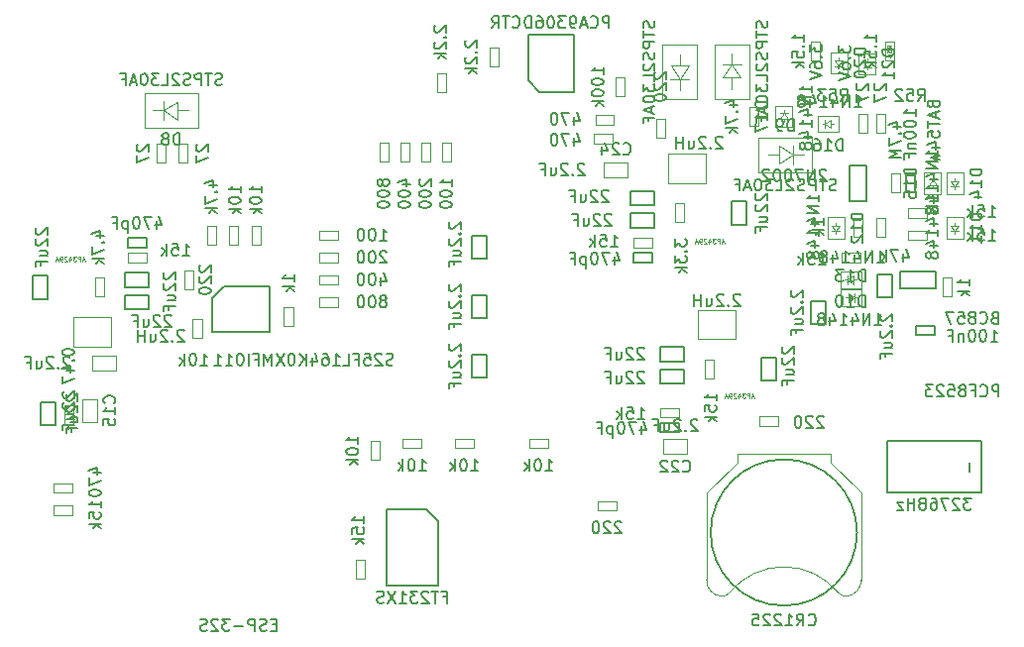
<source format=gbr>
G04 #@! TF.FileFunction,Other,Fab,Bot*
%FSLAX46Y46*%
G04 Gerber Fmt 4.6, Leading zero omitted, Abs format (unit mm)*
G04 Created by KiCad (PCBNEW 4.0.7+dfsg1-1) date Wed Oct  4 23:58:25 2017*
%MOMM*%
%LPD*%
G01*
G04 APERTURE LIST*
%ADD10C,0.100000*%
%ADD11C,0.150000*%
%ADD12C,0.075000*%
G04 APERTURE END LIST*
D10*
X154195000Y-64200000D02*
X154195000Y-68800000D01*
X154195000Y-68800000D02*
X157195000Y-68800000D01*
X157195000Y-64200000D02*
X154195000Y-64200000D01*
X157195000Y-64200000D02*
X157195000Y-68800000D01*
X155693980Y-67149440D02*
X155693980Y-68051140D01*
X155693980Y-65998820D02*
X155693980Y-65000600D01*
X156494080Y-67149440D02*
X154893880Y-67149440D01*
X154944680Y-65998820D02*
X156494080Y-65998820D01*
X155693980Y-67149440D02*
X154944680Y-65998820D01*
X155693980Y-67149440D02*
X156494080Y-65998820D01*
X153644000Y-72126000D02*
X154444000Y-72126000D01*
X153644000Y-70526000D02*
X153644000Y-72126000D01*
X154444000Y-70526000D02*
X153644000Y-70526000D01*
X154444000Y-72126000D02*
X154444000Y-70526000D01*
X160470000Y-89340000D02*
X160470000Y-86840000D01*
X157270000Y-89340000D02*
X160470000Y-89340000D01*
X157270000Y-86840000D02*
X157270000Y-89340000D01*
X160470000Y-86840000D02*
X157270000Y-86840000D01*
X157930000Y-76005000D02*
X157930000Y-73505000D01*
X154730000Y-76005000D02*
X157930000Y-76005000D01*
X154730000Y-73505000D02*
X154730000Y-76005000D01*
X157930000Y-73505000D02*
X154730000Y-73505000D01*
X103930000Y-87475000D02*
X103930000Y-89975000D01*
X107130000Y-87475000D02*
X103930000Y-87475000D01*
X107130000Y-89975000D02*
X107130000Y-87475000D01*
X103930000Y-89975000D02*
X107130000Y-89975000D01*
D11*
X101710000Y-83915000D02*
X100460000Y-83915000D01*
X101710000Y-85915000D02*
X101710000Y-83915000D01*
X100460000Y-85915000D02*
X101710000Y-85915000D01*
X100460000Y-83915000D02*
X100460000Y-85915000D01*
X154060000Y-90005000D02*
X154060000Y-91255000D01*
X156060000Y-90005000D02*
X154060000Y-90005000D01*
X156060000Y-91255000D02*
X156060000Y-90005000D01*
X154060000Y-91255000D02*
X156060000Y-91255000D01*
X154060000Y-91910000D02*
X154060000Y-93160000D01*
X156060000Y-91910000D02*
X154060000Y-91910000D01*
X156060000Y-93160000D02*
X156060000Y-91910000D01*
X154060000Y-93160000D02*
X156060000Y-93160000D01*
X162690000Y-92900000D02*
X163940000Y-92900000D01*
X162690000Y-90900000D02*
X162690000Y-92900000D01*
X163940000Y-90900000D02*
X162690000Y-90900000D01*
X163940000Y-92900000D02*
X163940000Y-90900000D01*
X151520000Y-78575000D02*
X151520000Y-79825000D01*
X153520000Y-78575000D02*
X151520000Y-78575000D01*
X153520000Y-79825000D02*
X153520000Y-78575000D01*
X151520000Y-79825000D02*
X153520000Y-79825000D01*
X151520000Y-76670000D02*
X151520000Y-77920000D01*
X153520000Y-76670000D02*
X151520000Y-76670000D01*
X153520000Y-77920000D02*
X153520000Y-76670000D01*
X151520000Y-77920000D02*
X153520000Y-77920000D01*
X160150000Y-79565000D02*
X161400000Y-79565000D01*
X160150000Y-77565000D02*
X160150000Y-79565000D01*
X161400000Y-77565000D02*
X160150000Y-77565000D01*
X161400000Y-79565000D02*
X161400000Y-77565000D01*
X110340000Y-84905000D02*
X110340000Y-83655000D01*
X108340000Y-84905000D02*
X110340000Y-84905000D01*
X108340000Y-83655000D02*
X108340000Y-84905000D01*
X110340000Y-83655000D02*
X108340000Y-83655000D01*
X110340000Y-86810000D02*
X110340000Y-85560000D01*
X108340000Y-86810000D02*
X110340000Y-86810000D01*
X108340000Y-85560000D02*
X108340000Y-86810000D01*
X110340000Y-85560000D02*
X108340000Y-85560000D01*
X172596000Y-85788000D02*
X173846000Y-85788000D01*
X172596000Y-83788000D02*
X172596000Y-85788000D01*
X173846000Y-83788000D02*
X172596000Y-83788000D01*
X173846000Y-85788000D02*
X173846000Y-83788000D01*
X177535000Y-83580000D02*
X174495000Y-83580000D01*
X174495000Y-84980000D02*
X174495000Y-83580000D01*
X177535000Y-84980000D02*
X177535000Y-83580000D01*
X177535000Y-84980000D02*
X174495000Y-84980000D01*
X170235000Y-74505000D02*
X170235000Y-77545000D01*
X171635000Y-77545000D02*
X170235000Y-77545000D01*
X171635000Y-74505000D02*
X170235000Y-74505000D01*
X171635000Y-74505000D02*
X171635000Y-77545000D01*
X154060000Y-96510000D02*
X154060000Y-97310000D01*
X155660000Y-96510000D02*
X154060000Y-96510000D01*
X155660000Y-97310000D02*
X155660000Y-96510000D01*
X154060000Y-97310000D02*
X155660000Y-97310000D01*
X151720000Y-81975000D02*
X151720000Y-82775000D01*
X153320000Y-81975000D02*
X151720000Y-81975000D01*
X153320000Y-82775000D02*
X153320000Y-81975000D01*
X151720000Y-82775000D02*
X153320000Y-82775000D01*
X110140000Y-81505000D02*
X110140000Y-80705000D01*
X108540000Y-81505000D02*
X110140000Y-81505000D01*
X108540000Y-80705000D02*
X108540000Y-81505000D01*
X110140000Y-80705000D02*
X108540000Y-80705000D01*
X175780000Y-75225000D02*
X174980000Y-75225000D01*
X175780000Y-76825000D02*
X175780000Y-75225000D01*
X174980000Y-76825000D02*
X175780000Y-76825000D01*
X174980000Y-75225000D02*
X174980000Y-76825000D01*
D10*
X169500000Y-81975000D02*
X169500000Y-82775000D01*
X171100000Y-81975000D02*
X169500000Y-81975000D01*
X171100000Y-82775000D02*
X171100000Y-81975000D01*
X169500000Y-82775000D02*
X171100000Y-82775000D01*
X172440000Y-80635000D02*
X173240000Y-80635000D01*
X172440000Y-79035000D02*
X172440000Y-80635000D01*
X173240000Y-79035000D02*
X172440000Y-79035000D01*
X173240000Y-80635000D02*
X173240000Y-79035000D01*
X176815000Y-80870000D02*
X176815000Y-80070000D01*
X175215000Y-80870000D02*
X176815000Y-80870000D01*
X175215000Y-80070000D02*
X175215000Y-80870000D01*
X176815000Y-80070000D02*
X175215000Y-80070000D01*
X174510000Y-75225000D02*
X173710000Y-75225000D01*
X174510000Y-76825000D02*
X174510000Y-75225000D01*
X173710000Y-76825000D02*
X174510000Y-76825000D01*
X173710000Y-75225000D02*
X173710000Y-76825000D01*
X178955000Y-84115000D02*
X178155000Y-84115000D01*
X178955000Y-85715000D02*
X178955000Y-84115000D01*
X178155000Y-85715000D02*
X178955000Y-85715000D01*
X178155000Y-84115000D02*
X178155000Y-85715000D01*
X114185000Y-83480000D02*
X113385000Y-83480000D01*
X114185000Y-85080000D02*
X114185000Y-83480000D01*
X113385000Y-85080000D02*
X114185000Y-85080000D01*
X113385000Y-83480000D02*
X113385000Y-85080000D01*
X170535000Y-80635000D02*
X171335000Y-80635000D01*
X170535000Y-79035000D02*
X170535000Y-80635000D01*
X171335000Y-79035000D02*
X170535000Y-79035000D01*
X171335000Y-80635000D02*
X171335000Y-79035000D01*
X128790000Y-108245000D02*
X127990000Y-108245000D01*
X128790000Y-109845000D02*
X128790000Y-108245000D01*
X127990000Y-109845000D02*
X128790000Y-109845000D01*
X127990000Y-108245000D02*
X127990000Y-109845000D01*
X150272000Y-103984000D02*
X150272000Y-103184000D01*
X148672000Y-103984000D02*
X150272000Y-103984000D01*
X148672000Y-103184000D02*
X148672000Y-103984000D01*
X150272000Y-103184000D02*
X148672000Y-103184000D01*
X176815000Y-78965000D02*
X176815000Y-78165000D01*
X175215000Y-78965000D02*
X176815000Y-78965000D01*
X175215000Y-78165000D02*
X175215000Y-78965000D01*
X176815000Y-78165000D02*
X175215000Y-78165000D01*
X154060000Y-95240000D02*
X154060000Y-96040000D01*
X155660000Y-95240000D02*
X154060000Y-95240000D01*
X155660000Y-96040000D02*
X155660000Y-95240000D01*
X154060000Y-96040000D02*
X155660000Y-96040000D01*
X110140000Y-82775000D02*
X110140000Y-81975000D01*
X108540000Y-82775000D02*
X110140000Y-82775000D01*
X108540000Y-81975000D02*
X108540000Y-82775000D01*
X110140000Y-81975000D02*
X108540000Y-81975000D01*
X151720000Y-80705000D02*
X151720000Y-81505000D01*
X153320000Y-80705000D02*
X151720000Y-80705000D01*
X153320000Y-81505000D02*
X153320000Y-80705000D01*
X151720000Y-81505000D02*
X153320000Y-81505000D01*
X158635000Y-91100000D02*
X157835000Y-91100000D01*
X158635000Y-92700000D02*
X158635000Y-91100000D01*
X157835000Y-92700000D02*
X158635000Y-92700000D01*
X157835000Y-91100000D02*
X157835000Y-92700000D01*
X105765000Y-85715000D02*
X106565000Y-85715000D01*
X105765000Y-84115000D02*
X105765000Y-85715000D01*
X106565000Y-84115000D02*
X105765000Y-84115000D01*
X106565000Y-85715000D02*
X106565000Y-84115000D01*
X156095000Y-77765000D02*
X155295000Y-77765000D01*
X156095000Y-79365000D02*
X156095000Y-77765000D01*
X155295000Y-79365000D02*
X156095000Y-79365000D01*
X155295000Y-77765000D02*
X155295000Y-79365000D01*
X126482000Y-86585000D02*
X126482000Y-85785000D01*
X124882000Y-86585000D02*
X126482000Y-86585000D01*
X124882000Y-85785000D02*
X124882000Y-86585000D01*
X126482000Y-85785000D02*
X124882000Y-85785000D01*
X126482000Y-84679000D02*
X126482000Y-83879000D01*
X124882000Y-84679000D02*
X126482000Y-84679000D01*
X124882000Y-83879000D02*
X124882000Y-84679000D01*
X126482000Y-83879000D02*
X124882000Y-83879000D01*
X126482000Y-82775000D02*
X126482000Y-81975000D01*
X124882000Y-82775000D02*
X126482000Y-82775000D01*
X124882000Y-81975000D02*
X124882000Y-82775000D01*
X126482000Y-81975000D02*
X124882000Y-81975000D01*
X126482000Y-80870000D02*
X126482000Y-80070000D01*
X124882000Y-80870000D02*
X126482000Y-80870000D01*
X124882000Y-80070000D02*
X124882000Y-80870000D01*
X126482000Y-80070000D02*
X124882000Y-80070000D01*
X130022000Y-74158000D02*
X130822000Y-74158000D01*
X130022000Y-72558000D02*
X130022000Y-74158000D01*
X130822000Y-72558000D02*
X130022000Y-72558000D01*
X130822000Y-74158000D02*
X130822000Y-72558000D01*
X131800000Y-74158000D02*
X132600000Y-74158000D01*
X131800000Y-72558000D02*
X131800000Y-74158000D01*
X132600000Y-72558000D02*
X131800000Y-72558000D01*
X132600000Y-74158000D02*
X132600000Y-72558000D01*
X133578000Y-74158000D02*
X134378000Y-74158000D01*
X133578000Y-72558000D02*
X133578000Y-74158000D01*
X134378000Y-72558000D02*
X133578000Y-72558000D01*
X134378000Y-74158000D02*
X134378000Y-72558000D01*
X135356000Y-74158000D02*
X136156000Y-74158000D01*
X135356000Y-72558000D02*
X135356000Y-74158000D01*
X136156000Y-72558000D02*
X135356000Y-72558000D01*
X136156000Y-74158000D02*
X136156000Y-72558000D01*
D11*
X115780000Y-85870000D02*
X115780000Y-88770000D01*
X115780000Y-88770000D02*
X120680000Y-88770000D01*
X120680000Y-88770000D02*
X120680000Y-84870000D01*
X120680000Y-84870000D02*
X116780000Y-84870000D01*
X116780000Y-84870000D02*
X115780000Y-85870000D01*
X175850000Y-88198000D02*
X175850000Y-88998000D01*
X177450000Y-88198000D02*
X175850000Y-88198000D01*
X177450000Y-88998000D02*
X177450000Y-88198000D01*
X175850000Y-88998000D02*
X177450000Y-88998000D01*
X143730000Y-68250000D02*
X146630000Y-68250000D01*
X146630000Y-68250000D02*
X146630000Y-63350000D01*
X146630000Y-63350000D02*
X142730000Y-63350000D01*
X142730000Y-63350000D02*
X142730000Y-67250000D01*
X142730000Y-67250000D02*
X143730000Y-68250000D01*
D10*
X161645000Y-71110000D02*
X162445000Y-71110000D01*
X161645000Y-69510000D02*
X161645000Y-71110000D01*
X162445000Y-69510000D02*
X161645000Y-69510000D01*
X162445000Y-71110000D02*
X162445000Y-69510000D01*
X139420000Y-66030000D02*
X140220000Y-66030000D01*
X139420000Y-64430000D02*
X139420000Y-66030000D01*
X140220000Y-64430000D02*
X139420000Y-64430000D01*
X140220000Y-66030000D02*
X140220000Y-64430000D01*
X134975000Y-68232000D02*
X135775000Y-68232000D01*
X134975000Y-66632000D02*
X134975000Y-68232000D01*
X135775000Y-66632000D02*
X134975000Y-66632000D01*
X135775000Y-68232000D02*
X135775000Y-66632000D01*
X150215000Y-68570000D02*
X151015000Y-68570000D01*
X150215000Y-66970000D02*
X150215000Y-68570000D01*
X151015000Y-66970000D02*
X150215000Y-66970000D01*
X151015000Y-68570000D02*
X151015000Y-66970000D01*
X149975000Y-72615000D02*
X149975000Y-71815000D01*
X148375000Y-72615000D02*
X149975000Y-72615000D01*
X148375000Y-71815000D02*
X148375000Y-72615000D01*
X149975000Y-71815000D02*
X148375000Y-71815000D01*
X150080000Y-71000000D02*
X150080000Y-70200000D01*
X148480000Y-71000000D02*
X150080000Y-71000000D01*
X148480000Y-70200000D02*
X148480000Y-71000000D01*
X150080000Y-70200000D02*
X148480000Y-70200000D01*
D11*
X134035000Y-103890000D02*
X130635000Y-103890000D01*
X130635000Y-103890000D02*
X130635000Y-110390000D01*
X130635000Y-110390000D02*
X135035000Y-110390000D01*
X135035000Y-110390000D02*
X135035000Y-104890000D01*
X135035000Y-104890000D02*
X134035000Y-103890000D01*
D10*
X119900000Y-79670000D02*
X119100000Y-79670000D01*
X119900000Y-81270000D02*
X119900000Y-79670000D01*
X119100000Y-81270000D02*
X119900000Y-81270000D01*
X119100000Y-79670000D02*
X119100000Y-81270000D01*
X114080000Y-89200000D02*
X114880000Y-89200000D01*
X114080000Y-87600000D02*
X114080000Y-89200000D01*
X114880000Y-87600000D02*
X114080000Y-87600000D01*
X114880000Y-89200000D02*
X114880000Y-87600000D01*
X129260000Y-99685000D02*
X130060000Y-99685000D01*
X129260000Y-98085000D02*
X129260000Y-99685000D01*
X130060000Y-98085000D02*
X129260000Y-98085000D01*
X130060000Y-99685000D02*
X130060000Y-98085000D01*
X117995000Y-79670000D02*
X117195000Y-79670000D01*
X117995000Y-81270000D02*
X117995000Y-79670000D01*
X117195000Y-81270000D02*
X117995000Y-81270000D01*
X117195000Y-79670000D02*
X117195000Y-81270000D01*
X122680000Y-86600000D02*
X121880000Y-86600000D01*
X122680000Y-88200000D02*
X122680000Y-86600000D01*
X121880000Y-88200000D02*
X122680000Y-88200000D01*
X121880000Y-86600000D02*
X121880000Y-88200000D01*
X116090000Y-79670000D02*
X115290000Y-79670000D01*
X116090000Y-81270000D02*
X116090000Y-79670000D01*
X115290000Y-81270000D02*
X116090000Y-81270000D01*
X115290000Y-79670000D02*
X115290000Y-81270000D01*
X144430000Y-98650000D02*
X144430000Y-97850000D01*
X142830000Y-98650000D02*
X144430000Y-98650000D01*
X142830000Y-97850000D02*
X142830000Y-98650000D01*
X144430000Y-97850000D02*
X142830000Y-97850000D01*
X138080000Y-98650000D02*
X138080000Y-97850000D01*
X136480000Y-98650000D02*
X138080000Y-98650000D01*
X136480000Y-97850000D02*
X136480000Y-98650000D01*
X138080000Y-97850000D02*
X136480000Y-97850000D01*
X133635000Y-98650000D02*
X133635000Y-97850000D01*
X132035000Y-98650000D02*
X133635000Y-98650000D01*
X132035000Y-97850000D02*
X132035000Y-98650000D01*
X133635000Y-97850000D02*
X132035000Y-97850000D01*
X102190000Y-103565000D02*
X102190000Y-104365000D01*
X103790000Y-103565000D02*
X102190000Y-103565000D01*
X103790000Y-104365000D02*
X103790000Y-103565000D01*
X102190000Y-104365000D02*
X103790000Y-104365000D01*
X102190000Y-101660000D02*
X102190000Y-102460000D01*
X103790000Y-101660000D02*
X102190000Y-101660000D01*
X103790000Y-102460000D02*
X103790000Y-101660000D01*
X102190000Y-102460000D02*
X103790000Y-102460000D01*
X103098000Y-96594000D02*
X103898000Y-96594000D01*
X103098000Y-94994000D02*
X103098000Y-96594000D01*
X103898000Y-94994000D02*
X103098000Y-94994000D01*
X103898000Y-96594000D02*
X103898000Y-94994000D01*
D11*
X166881000Y-88074000D02*
X168131000Y-88074000D01*
X166881000Y-86074000D02*
X166881000Y-88074000D01*
X168131000Y-86074000D02*
X166881000Y-86074000D01*
X168131000Y-88074000D02*
X168131000Y-86074000D01*
D10*
X164115000Y-96745000D02*
X164115000Y-95945000D01*
X162515000Y-96745000D02*
X164115000Y-96745000D01*
X162515000Y-95945000D02*
X162515000Y-96745000D01*
X164115000Y-95945000D02*
X162515000Y-95945000D01*
X166852000Y-65522000D02*
X167652000Y-65522000D01*
X166852000Y-63922000D02*
X166852000Y-65522000D01*
X167652000Y-63922000D02*
X166852000Y-63922000D01*
X167652000Y-65522000D02*
X167652000Y-63922000D01*
D11*
X139175000Y-90646000D02*
X137925000Y-90646000D01*
X139175000Y-92646000D02*
X139175000Y-90646000D01*
X137925000Y-92646000D02*
X139175000Y-92646000D01*
X137925000Y-90646000D02*
X137925000Y-92646000D01*
X137925000Y-82486000D02*
X139175000Y-82486000D01*
X137925000Y-80486000D02*
X137925000Y-82486000D01*
X139175000Y-80486000D02*
X137925000Y-80486000D01*
X139175000Y-82486000D02*
X139175000Y-80486000D01*
X139175000Y-85566000D02*
X137925000Y-85566000D01*
X139175000Y-87566000D02*
X139175000Y-85566000D01*
X137925000Y-87566000D02*
X139175000Y-87566000D01*
X137925000Y-85566000D02*
X137925000Y-87566000D01*
X102345000Y-94710000D02*
X101095000Y-94710000D01*
X102345000Y-96710000D02*
X102345000Y-94710000D01*
X101095000Y-96710000D02*
X102345000Y-96710000D01*
X101095000Y-94710000D02*
X101095000Y-96710000D01*
D10*
X112877000Y-74285000D02*
X113677000Y-74285000D01*
X112877000Y-72685000D02*
X112877000Y-74285000D01*
X113677000Y-72685000D02*
X112877000Y-72685000D01*
X113677000Y-74285000D02*
X113677000Y-72685000D01*
X110972000Y-74285000D02*
X111772000Y-74285000D01*
X110972000Y-72685000D02*
X110972000Y-74285000D01*
X111772000Y-72685000D02*
X110972000Y-72685000D01*
X111772000Y-74285000D02*
X111772000Y-72685000D01*
X172440000Y-71745000D02*
X173240000Y-71745000D01*
X172440000Y-70145000D02*
X172440000Y-71745000D01*
X173240000Y-70145000D02*
X172440000Y-70145000D01*
X173240000Y-71745000D02*
X173240000Y-70145000D01*
X170916000Y-71745000D02*
X171716000Y-71745000D01*
X170916000Y-70145000D02*
X170916000Y-71745000D01*
X171716000Y-70145000D02*
X170916000Y-70145000D01*
X171716000Y-71745000D02*
X171716000Y-70145000D01*
D11*
X170835000Y-105870000D02*
G75*
G03X170835000Y-105870000I-6250000J0D01*
G01*
D10*
X159206987Y-111317558D02*
G75*
G03X159985000Y-110970000I88013J847558D01*
G01*
X169963013Y-111317558D02*
G75*
G02X169185000Y-110970000I-88013J847558D01*
G01*
X159977095Y-110979589D02*
G75*
G02X169185000Y-110970000I4607905J-3790411D01*
G01*
X157985000Y-109920000D02*
G75*
G03X159285000Y-111320000I1350000J-50000D01*
G01*
X171185000Y-109920000D02*
G75*
G02X169885000Y-111320000I-1350000J-50000D01*
G01*
X157985000Y-102470000D02*
X157985000Y-109970000D01*
X171185000Y-102470000D02*
X171185000Y-109970000D01*
X160585000Y-99870000D02*
X157985000Y-102470000D01*
X168585000Y-99870000D02*
X171185000Y-102470000D01*
X160585000Y-99170000D02*
X160585000Y-99870000D01*
X168585000Y-99170000D02*
X168585000Y-99870000D01*
X168585000Y-99170000D02*
X160585000Y-99170000D01*
D11*
X181412000Y-98082000D02*
X181412000Y-102482000D01*
X173412000Y-98082000D02*
X181412000Y-98082000D01*
X173412000Y-102482000D02*
X173412000Y-98082000D01*
X181412000Y-102482000D02*
X173412000Y-102482000D01*
X180412000Y-99882000D02*
X180412000Y-100682000D01*
D10*
X177285000Y-76225000D02*
X177285000Y-76475000D01*
X177635000Y-76225000D02*
X177285000Y-75725000D01*
X176935000Y-76225000D02*
X177635000Y-76225000D01*
X177285000Y-75725000D02*
X176935000Y-76225000D01*
X177285000Y-75725000D02*
X177285000Y-75525000D01*
X176935000Y-75725000D02*
X177635000Y-75725000D01*
X177985000Y-75125000D02*
X176585000Y-75125000D01*
X177985000Y-76925000D02*
X177985000Y-75125000D01*
X176585000Y-76925000D02*
X177985000Y-76925000D01*
X176585000Y-75125000D02*
X176585000Y-76925000D01*
X104656000Y-96456000D02*
X105896000Y-96456000D01*
X104656000Y-94456000D02*
X104656000Y-96456000D01*
X105896000Y-94456000D02*
X104656000Y-94456000D01*
X105896000Y-96456000D02*
X105896000Y-94456000D01*
X170500000Y-84280000D02*
X170750000Y-84280000D01*
X170500000Y-83930000D02*
X170000000Y-84280000D01*
X170500000Y-84630000D02*
X170500000Y-83930000D01*
X170000000Y-84280000D02*
X170500000Y-84630000D01*
X170000000Y-84280000D02*
X169800000Y-84280000D01*
X170000000Y-84630000D02*
X170000000Y-83930000D01*
X169400000Y-83580000D02*
X169400000Y-84980000D01*
X171200000Y-83580000D02*
X169400000Y-83580000D01*
X171200000Y-84980000D02*
X171200000Y-83580000D01*
X169400000Y-84980000D02*
X171200000Y-84980000D01*
X179190000Y-79635000D02*
X179190000Y-79385000D01*
X178840000Y-79635000D02*
X179190000Y-80135000D01*
X179540000Y-79635000D02*
X178840000Y-79635000D01*
X179190000Y-80135000D02*
X179540000Y-79635000D01*
X179190000Y-80135000D02*
X179190000Y-80335000D01*
X179540000Y-80135000D02*
X178840000Y-80135000D01*
X178490000Y-80735000D02*
X179890000Y-80735000D01*
X178490000Y-78935000D02*
X178490000Y-80735000D01*
X179890000Y-78935000D02*
X178490000Y-78935000D01*
X179890000Y-80735000D02*
X179890000Y-78935000D01*
X169030000Y-79635000D02*
X169030000Y-79385000D01*
X168680000Y-79635000D02*
X169030000Y-80135000D01*
X169380000Y-79635000D02*
X168680000Y-79635000D01*
X169030000Y-80135000D02*
X169380000Y-79635000D01*
X169030000Y-80135000D02*
X169030000Y-80335000D01*
X169380000Y-80135000D02*
X168680000Y-80135000D01*
X168330000Y-80735000D02*
X169730000Y-80735000D01*
X168330000Y-78935000D02*
X168330000Y-80735000D01*
X169730000Y-78935000D02*
X168330000Y-78935000D01*
X169730000Y-80735000D02*
X169730000Y-78935000D01*
X170100000Y-85804000D02*
X169850000Y-85804000D01*
X170100000Y-86154000D02*
X170600000Y-85804000D01*
X170100000Y-85454000D02*
X170100000Y-86154000D01*
X170600000Y-85804000D02*
X170100000Y-85454000D01*
X170600000Y-85804000D02*
X170800000Y-85804000D01*
X170600000Y-85454000D02*
X170600000Y-86154000D01*
X171200000Y-86504000D02*
X171200000Y-85104000D01*
X169400000Y-86504000D02*
X171200000Y-86504000D01*
X169400000Y-85104000D02*
X169400000Y-86504000D01*
X171200000Y-85104000D02*
X169400000Y-85104000D01*
X179190000Y-75825000D02*
X179190000Y-75575000D01*
X178840000Y-75825000D02*
X179190000Y-76325000D01*
X179540000Y-75825000D02*
X178840000Y-75825000D01*
X179190000Y-76325000D02*
X179540000Y-75825000D01*
X179190000Y-76325000D02*
X179190000Y-76525000D01*
X179540000Y-76325000D02*
X178840000Y-76325000D01*
X178490000Y-76925000D02*
X179890000Y-76925000D01*
X178490000Y-75125000D02*
X178490000Y-76925000D01*
X179890000Y-75125000D02*
X178490000Y-75125000D01*
X179890000Y-76925000D02*
X179890000Y-75125000D01*
X168595000Y-70945000D02*
X168845000Y-70945000D01*
X168595000Y-70595000D02*
X168095000Y-70945000D01*
X168595000Y-71295000D02*
X168595000Y-70595000D01*
X168095000Y-70945000D02*
X168595000Y-71295000D01*
X168095000Y-70945000D02*
X167895000Y-70945000D01*
X168095000Y-71295000D02*
X168095000Y-70595000D01*
X167495000Y-70245000D02*
X167495000Y-71645000D01*
X169295000Y-70245000D02*
X167495000Y-70245000D01*
X169295000Y-71645000D02*
X169295000Y-70245000D01*
X167495000Y-71645000D02*
X169295000Y-71645000D01*
X164585000Y-70510000D02*
X164585000Y-70760000D01*
X164935000Y-70510000D02*
X164585000Y-70010000D01*
X164235000Y-70510000D02*
X164935000Y-70510000D01*
X164585000Y-70010000D02*
X164235000Y-70510000D01*
X164585000Y-70010000D02*
X164585000Y-69810000D01*
X164235000Y-70010000D02*
X164935000Y-70010000D01*
X165285000Y-69410000D02*
X163885000Y-69410000D01*
X165285000Y-71210000D02*
X165285000Y-69410000D01*
X163885000Y-71210000D02*
X165285000Y-71210000D01*
X163885000Y-69410000D02*
X163885000Y-71210000D01*
X169284000Y-65538000D02*
X169284000Y-65288000D01*
X168934000Y-65538000D02*
X169284000Y-66038000D01*
X169634000Y-65538000D02*
X168934000Y-65538000D01*
X169284000Y-66038000D02*
X169634000Y-65538000D01*
X169284000Y-66038000D02*
X169284000Y-66238000D01*
X169634000Y-66038000D02*
X168934000Y-66038000D01*
X168584000Y-66638000D02*
X169984000Y-66638000D01*
X168584000Y-64838000D02*
X168584000Y-66638000D01*
X169984000Y-64838000D02*
X168584000Y-64838000D01*
X169984000Y-66638000D02*
X169984000Y-64838000D01*
X171697000Y-65631000D02*
X171697000Y-65381000D01*
X171347000Y-65631000D02*
X171697000Y-66131000D01*
X172047000Y-65631000D02*
X171347000Y-65631000D01*
X171697000Y-66131000D02*
X172047000Y-65631000D01*
X171697000Y-66131000D02*
X171697000Y-66331000D01*
X172047000Y-66131000D02*
X171347000Y-66131000D01*
X170997000Y-66731000D02*
X172397000Y-66731000D01*
X170997000Y-64931000D02*
X170997000Y-66731000D01*
X172397000Y-64931000D02*
X170997000Y-64931000D01*
X172397000Y-66731000D02*
X172397000Y-64931000D01*
X114561000Y-68302000D02*
X109961000Y-68302000D01*
X109961000Y-68302000D02*
X109961000Y-71302000D01*
X114561000Y-71302000D02*
X114561000Y-68302000D01*
X114561000Y-71302000D02*
X109961000Y-71302000D01*
X111611560Y-69800980D02*
X110709860Y-69800980D01*
X112762180Y-69800980D02*
X113760400Y-69800980D01*
X111611560Y-70601080D02*
X111611560Y-69000880D01*
X112762180Y-69051680D02*
X112762180Y-70601080D01*
X111611560Y-69800980D02*
X112762180Y-69051680D01*
X111611560Y-69800980D02*
X112762180Y-70601080D01*
X162412000Y-75112000D02*
X167012000Y-75112000D01*
X167012000Y-75112000D02*
X167012000Y-72112000D01*
X162412000Y-72112000D02*
X162412000Y-75112000D01*
X162412000Y-72112000D02*
X167012000Y-72112000D01*
X165361440Y-73613020D02*
X166263140Y-73613020D01*
X164210820Y-73613020D02*
X163212600Y-73613020D01*
X165361440Y-72812920D02*
X165361440Y-74413120D01*
X164210820Y-74362320D02*
X164210820Y-72812920D01*
X165361440Y-73613020D02*
X164210820Y-74362320D01*
X165361440Y-73613020D02*
X164210820Y-72812920D01*
X161640000Y-68800000D02*
X161640000Y-64200000D01*
X161640000Y-64200000D02*
X158640000Y-64200000D01*
X158640000Y-68800000D02*
X161640000Y-68800000D01*
X158640000Y-68800000D02*
X158640000Y-64200000D01*
X160141020Y-65850560D02*
X160141020Y-64948860D01*
X160141020Y-67001180D02*
X160141020Y-67999400D01*
X159340920Y-65850560D02*
X160941120Y-65850560D01*
X160890320Y-67001180D02*
X159340920Y-67001180D01*
X160141020Y-65850560D02*
X160890320Y-67001180D01*
X160141020Y-65850560D02*
X159340920Y-67001180D01*
X154314000Y-97884000D02*
X154314000Y-99124000D01*
X156314000Y-97884000D02*
X154314000Y-97884000D01*
X156314000Y-99124000D02*
X156314000Y-97884000D01*
X154314000Y-99124000D02*
X156314000Y-99124000D01*
X107546000Y-92012000D02*
X107546000Y-90772000D01*
X105546000Y-92012000D02*
X107546000Y-92012000D01*
X105546000Y-90772000D02*
X105546000Y-92012000D01*
X107546000Y-90772000D02*
X105546000Y-90772000D01*
X151234000Y-75502000D02*
X151234000Y-74262000D01*
X149234000Y-75502000D02*
X151234000Y-75502000D01*
X149234000Y-74262000D02*
X149234000Y-75502000D01*
X151234000Y-74262000D02*
X149234000Y-74262000D01*
X173202000Y-65522000D02*
X174002000Y-65522000D01*
X173202000Y-63922000D02*
X173202000Y-65522000D01*
X174002000Y-63922000D02*
X173202000Y-63922000D01*
X174002000Y-65522000D02*
X174002000Y-63922000D01*
D11*
X153499762Y-62166666D02*
X153547381Y-62309523D01*
X153547381Y-62547619D01*
X153499762Y-62642857D01*
X153452143Y-62690476D01*
X153356905Y-62738095D01*
X153261667Y-62738095D01*
X153166429Y-62690476D01*
X153118810Y-62642857D01*
X153071190Y-62547619D01*
X153023571Y-62357142D01*
X152975952Y-62261904D01*
X152928333Y-62214285D01*
X152833095Y-62166666D01*
X152737857Y-62166666D01*
X152642619Y-62214285D01*
X152595000Y-62261904D01*
X152547381Y-62357142D01*
X152547381Y-62595238D01*
X152595000Y-62738095D01*
X152547381Y-63023809D02*
X152547381Y-63595238D01*
X153547381Y-63309523D02*
X152547381Y-63309523D01*
X153547381Y-63928571D02*
X152547381Y-63928571D01*
X152547381Y-64309524D01*
X152595000Y-64404762D01*
X152642619Y-64452381D01*
X152737857Y-64500000D01*
X152880714Y-64500000D01*
X152975952Y-64452381D01*
X153023571Y-64404762D01*
X153071190Y-64309524D01*
X153071190Y-63928571D01*
X153499762Y-64880952D02*
X153547381Y-65023809D01*
X153547381Y-65261905D01*
X153499762Y-65357143D01*
X153452143Y-65404762D01*
X153356905Y-65452381D01*
X153261667Y-65452381D01*
X153166429Y-65404762D01*
X153118810Y-65357143D01*
X153071190Y-65261905D01*
X153023571Y-65071428D01*
X152975952Y-64976190D01*
X152928333Y-64928571D01*
X152833095Y-64880952D01*
X152737857Y-64880952D01*
X152642619Y-64928571D01*
X152595000Y-64976190D01*
X152547381Y-65071428D01*
X152547381Y-65309524D01*
X152595000Y-65452381D01*
X152642619Y-65833333D02*
X152595000Y-65880952D01*
X152547381Y-65976190D01*
X152547381Y-66214286D01*
X152595000Y-66309524D01*
X152642619Y-66357143D01*
X152737857Y-66404762D01*
X152833095Y-66404762D01*
X152975952Y-66357143D01*
X153547381Y-65785714D01*
X153547381Y-66404762D01*
X153547381Y-67309524D02*
X153547381Y-66833333D01*
X152547381Y-66833333D01*
X152547381Y-67547619D02*
X152547381Y-68166667D01*
X152928333Y-67833333D01*
X152928333Y-67976191D01*
X152975952Y-68071429D01*
X153023571Y-68119048D01*
X153118810Y-68166667D01*
X153356905Y-68166667D01*
X153452143Y-68119048D01*
X153499762Y-68071429D01*
X153547381Y-67976191D01*
X153547381Y-67690476D01*
X153499762Y-67595238D01*
X153452143Y-67547619D01*
X152547381Y-68785714D02*
X152547381Y-68880953D01*
X152595000Y-68976191D01*
X152642619Y-69023810D01*
X152737857Y-69071429D01*
X152928333Y-69119048D01*
X153166429Y-69119048D01*
X153356905Y-69071429D01*
X153452143Y-69023810D01*
X153499762Y-68976191D01*
X153547381Y-68880953D01*
X153547381Y-68785714D01*
X153499762Y-68690476D01*
X153452143Y-68642857D01*
X153356905Y-68595238D01*
X153166429Y-68547619D01*
X152928333Y-68547619D01*
X152737857Y-68595238D01*
X152642619Y-68642857D01*
X152595000Y-68690476D01*
X152547381Y-68785714D01*
X153261667Y-69500000D02*
X153261667Y-69976191D01*
X153547381Y-69404762D02*
X152547381Y-69738095D01*
X153547381Y-70071429D01*
X153023571Y-70738096D02*
X153023571Y-70404762D01*
X153547381Y-70404762D02*
X152547381Y-70404762D01*
X152547381Y-70880953D01*
X153591619Y-66531905D02*
X153544000Y-66579524D01*
X153496381Y-66674762D01*
X153496381Y-66912858D01*
X153544000Y-67008096D01*
X153591619Y-67055715D01*
X153686857Y-67103334D01*
X153782095Y-67103334D01*
X153924952Y-67055715D01*
X154496381Y-66484286D01*
X154496381Y-67103334D01*
X153591619Y-67484286D02*
X153544000Y-67531905D01*
X153496381Y-67627143D01*
X153496381Y-67865239D01*
X153544000Y-67960477D01*
X153591619Y-68008096D01*
X153686857Y-68055715D01*
X153782095Y-68055715D01*
X153924952Y-68008096D01*
X154496381Y-67436667D01*
X154496381Y-68055715D01*
X153496381Y-68674762D02*
X153496381Y-68770001D01*
X153544000Y-68865239D01*
X153591619Y-68912858D01*
X153686857Y-68960477D01*
X153877333Y-69008096D01*
X154115429Y-69008096D01*
X154305905Y-68960477D01*
X154401143Y-68912858D01*
X154448762Y-68865239D01*
X154496381Y-68770001D01*
X154496381Y-68674762D01*
X154448762Y-68579524D01*
X154401143Y-68531905D01*
X154305905Y-68484286D01*
X154115429Y-68436667D01*
X153877333Y-68436667D01*
X153686857Y-68484286D01*
X153591619Y-68531905D01*
X153544000Y-68579524D01*
X153496381Y-68674762D01*
X160846190Y-85605619D02*
X160798571Y-85558000D01*
X160703333Y-85510381D01*
X160465237Y-85510381D01*
X160369999Y-85558000D01*
X160322380Y-85605619D01*
X160274761Y-85700857D01*
X160274761Y-85796095D01*
X160322380Y-85938952D01*
X160893809Y-86510381D01*
X160274761Y-86510381D01*
X159846190Y-86415143D02*
X159798571Y-86462762D01*
X159846190Y-86510381D01*
X159893809Y-86462762D01*
X159846190Y-86415143D01*
X159846190Y-86510381D01*
X159417619Y-85605619D02*
X159370000Y-85558000D01*
X159274762Y-85510381D01*
X159036666Y-85510381D01*
X158941428Y-85558000D01*
X158893809Y-85605619D01*
X158846190Y-85700857D01*
X158846190Y-85796095D01*
X158893809Y-85938952D01*
X159465238Y-86510381D01*
X158846190Y-86510381D01*
X157989047Y-85843714D02*
X157989047Y-86510381D01*
X158417619Y-85843714D02*
X158417619Y-86367524D01*
X158370000Y-86462762D01*
X158274762Y-86510381D01*
X158131904Y-86510381D01*
X158036666Y-86462762D01*
X157989047Y-86415143D01*
X157512857Y-86510381D02*
X157512857Y-85510381D01*
X157512857Y-85986571D02*
X156941428Y-85986571D01*
X156941428Y-86510381D02*
X156941428Y-85510381D01*
D10*
X162003571Y-94252667D02*
X161813094Y-94252667D01*
X162041666Y-94366952D02*
X161908332Y-93966952D01*
X161774999Y-94366952D01*
X161641666Y-94366952D02*
X161641666Y-93966952D01*
X161489285Y-93966952D01*
X161451190Y-93986000D01*
X161432142Y-94005048D01*
X161413094Y-94043143D01*
X161413094Y-94100286D01*
X161432142Y-94138381D01*
X161451190Y-94157429D01*
X161489285Y-94176476D01*
X161641666Y-94176476D01*
X161279761Y-93966952D02*
X161032142Y-93966952D01*
X161165475Y-94119333D01*
X161108333Y-94119333D01*
X161070237Y-94138381D01*
X161051190Y-94157429D01*
X161032142Y-94195524D01*
X161032142Y-94290762D01*
X161051190Y-94328857D01*
X161070237Y-94347905D01*
X161108333Y-94366952D01*
X161222618Y-94366952D01*
X161260714Y-94347905D01*
X161279761Y-94328857D01*
X160689285Y-94100286D02*
X160689285Y-94366952D01*
X160784523Y-93947905D02*
X160879762Y-94233619D01*
X160632142Y-94233619D01*
X160498810Y-94005048D02*
X160479762Y-93986000D01*
X160441667Y-93966952D01*
X160346429Y-93966952D01*
X160308333Y-93986000D01*
X160289286Y-94005048D01*
X160270238Y-94043143D01*
X160270238Y-94081238D01*
X160289286Y-94138381D01*
X160517857Y-94366952D01*
X160270238Y-94366952D01*
X160079762Y-94366952D02*
X160003572Y-94366952D01*
X159965477Y-94347905D01*
X159946429Y-94328857D01*
X159908334Y-94271714D01*
X159889286Y-94195524D01*
X159889286Y-94043143D01*
X159908334Y-94005048D01*
X159927381Y-93986000D01*
X159965477Y-93966952D01*
X160041667Y-93966952D01*
X160079762Y-93986000D01*
X160098810Y-94005048D01*
X160117858Y-94043143D01*
X160117858Y-94138381D01*
X160098810Y-94176476D01*
X160079762Y-94195524D01*
X160041667Y-94214571D01*
X159965477Y-94214571D01*
X159927381Y-94195524D01*
X159908334Y-94176476D01*
X159889286Y-94138381D01*
X159736906Y-94252667D02*
X159546429Y-94252667D01*
X159775001Y-94366952D02*
X159641667Y-93966952D01*
X159508334Y-94366952D01*
D11*
X159322190Y-72143619D02*
X159274571Y-72096000D01*
X159179333Y-72048381D01*
X158941237Y-72048381D01*
X158845999Y-72096000D01*
X158798380Y-72143619D01*
X158750761Y-72238857D01*
X158750761Y-72334095D01*
X158798380Y-72476952D01*
X159369809Y-73048381D01*
X158750761Y-73048381D01*
X158322190Y-72953143D02*
X158274571Y-73000762D01*
X158322190Y-73048381D01*
X158369809Y-73000762D01*
X158322190Y-72953143D01*
X158322190Y-73048381D01*
X157893619Y-72143619D02*
X157846000Y-72096000D01*
X157750762Y-72048381D01*
X157512666Y-72048381D01*
X157417428Y-72096000D01*
X157369809Y-72143619D01*
X157322190Y-72238857D01*
X157322190Y-72334095D01*
X157369809Y-72476952D01*
X157941238Y-73048381D01*
X157322190Y-73048381D01*
X156465047Y-72381714D02*
X156465047Y-73048381D01*
X156893619Y-72381714D02*
X156893619Y-72905524D01*
X156846000Y-73000762D01*
X156750762Y-73048381D01*
X156607904Y-73048381D01*
X156512666Y-73000762D01*
X156465047Y-72953143D01*
X155988857Y-73048381D02*
X155988857Y-72048381D01*
X155988857Y-72524571D02*
X155417428Y-72524571D01*
X155417428Y-73048381D02*
X155417428Y-72048381D01*
D10*
X159463571Y-81044667D02*
X159273094Y-81044667D01*
X159501666Y-81158952D02*
X159368332Y-80758952D01*
X159234999Y-81158952D01*
X159101666Y-81158952D02*
X159101666Y-80758952D01*
X158949285Y-80758952D01*
X158911190Y-80778000D01*
X158892142Y-80797048D01*
X158873094Y-80835143D01*
X158873094Y-80892286D01*
X158892142Y-80930381D01*
X158911190Y-80949429D01*
X158949285Y-80968476D01*
X159101666Y-80968476D01*
X158739761Y-80758952D02*
X158492142Y-80758952D01*
X158625475Y-80911333D01*
X158568333Y-80911333D01*
X158530237Y-80930381D01*
X158511190Y-80949429D01*
X158492142Y-80987524D01*
X158492142Y-81082762D01*
X158511190Y-81120857D01*
X158530237Y-81139905D01*
X158568333Y-81158952D01*
X158682618Y-81158952D01*
X158720714Y-81139905D01*
X158739761Y-81120857D01*
X158149285Y-80892286D02*
X158149285Y-81158952D01*
X158244523Y-80739905D02*
X158339762Y-81025619D01*
X158092142Y-81025619D01*
X157958810Y-80797048D02*
X157939762Y-80778000D01*
X157901667Y-80758952D01*
X157806429Y-80758952D01*
X157768333Y-80778000D01*
X157749286Y-80797048D01*
X157730238Y-80835143D01*
X157730238Y-80873238D01*
X157749286Y-80930381D01*
X157977857Y-81158952D01*
X157730238Y-81158952D01*
X157539762Y-81158952D02*
X157463572Y-81158952D01*
X157425477Y-81139905D01*
X157406429Y-81120857D01*
X157368334Y-81063714D01*
X157349286Y-80987524D01*
X157349286Y-80835143D01*
X157368334Y-80797048D01*
X157387381Y-80778000D01*
X157425477Y-80758952D01*
X157501667Y-80758952D01*
X157539762Y-80778000D01*
X157558810Y-80797048D01*
X157577858Y-80835143D01*
X157577858Y-80930381D01*
X157558810Y-80968476D01*
X157539762Y-80987524D01*
X157501667Y-81006571D01*
X157425477Y-81006571D01*
X157387381Y-80987524D01*
X157368334Y-80968476D01*
X157349286Y-80930381D01*
X157196906Y-81044667D02*
X157006429Y-81044667D01*
X157235001Y-81158952D02*
X157101667Y-80758952D01*
X156968334Y-81158952D01*
D11*
X113348190Y-88653619D02*
X113300571Y-88606000D01*
X113205333Y-88558381D01*
X112967237Y-88558381D01*
X112871999Y-88606000D01*
X112824380Y-88653619D01*
X112776761Y-88748857D01*
X112776761Y-88844095D01*
X112824380Y-88986952D01*
X113395809Y-89558381D01*
X112776761Y-89558381D01*
X112348190Y-89463143D02*
X112300571Y-89510762D01*
X112348190Y-89558381D01*
X112395809Y-89510762D01*
X112348190Y-89463143D01*
X112348190Y-89558381D01*
X111919619Y-88653619D02*
X111872000Y-88606000D01*
X111776762Y-88558381D01*
X111538666Y-88558381D01*
X111443428Y-88606000D01*
X111395809Y-88653619D01*
X111348190Y-88748857D01*
X111348190Y-88844095D01*
X111395809Y-88986952D01*
X111967238Y-89558381D01*
X111348190Y-89558381D01*
X110491047Y-88891714D02*
X110491047Y-89558381D01*
X110919619Y-88891714D02*
X110919619Y-89415524D01*
X110872000Y-89510762D01*
X110776762Y-89558381D01*
X110633904Y-89558381D01*
X110538666Y-89510762D01*
X110491047Y-89463143D01*
X110014857Y-89558381D02*
X110014857Y-88558381D01*
X110014857Y-89034571D02*
X109443428Y-89034571D01*
X109443428Y-89558381D02*
X109443428Y-88558381D01*
D10*
X104853571Y-82568667D02*
X104663094Y-82568667D01*
X104891666Y-82682952D02*
X104758332Y-82282952D01*
X104624999Y-82682952D01*
X104491666Y-82682952D02*
X104491666Y-82282952D01*
X104339285Y-82282952D01*
X104301190Y-82302000D01*
X104282142Y-82321048D01*
X104263094Y-82359143D01*
X104263094Y-82416286D01*
X104282142Y-82454381D01*
X104301190Y-82473429D01*
X104339285Y-82492476D01*
X104491666Y-82492476D01*
X104129761Y-82282952D02*
X103882142Y-82282952D01*
X104015475Y-82435333D01*
X103958333Y-82435333D01*
X103920237Y-82454381D01*
X103901190Y-82473429D01*
X103882142Y-82511524D01*
X103882142Y-82606762D01*
X103901190Y-82644857D01*
X103920237Y-82663905D01*
X103958333Y-82682952D01*
X104072618Y-82682952D01*
X104110714Y-82663905D01*
X104129761Y-82644857D01*
X103539285Y-82416286D02*
X103539285Y-82682952D01*
X103634523Y-82263905D02*
X103729762Y-82549619D01*
X103482142Y-82549619D01*
X103348810Y-82321048D02*
X103329762Y-82302000D01*
X103291667Y-82282952D01*
X103196429Y-82282952D01*
X103158333Y-82302000D01*
X103139286Y-82321048D01*
X103120238Y-82359143D01*
X103120238Y-82397238D01*
X103139286Y-82454381D01*
X103367857Y-82682952D01*
X103120238Y-82682952D01*
X102929762Y-82682952D02*
X102853572Y-82682952D01*
X102815477Y-82663905D01*
X102796429Y-82644857D01*
X102758334Y-82587714D01*
X102739286Y-82511524D01*
X102739286Y-82359143D01*
X102758334Y-82321048D01*
X102777381Y-82302000D01*
X102815477Y-82282952D01*
X102891667Y-82282952D01*
X102929762Y-82302000D01*
X102948810Y-82321048D01*
X102967858Y-82359143D01*
X102967858Y-82454381D01*
X102948810Y-82492476D01*
X102929762Y-82511524D01*
X102891667Y-82530571D01*
X102815477Y-82530571D01*
X102777381Y-82511524D01*
X102758334Y-82492476D01*
X102739286Y-82454381D01*
X102586906Y-82568667D02*
X102396429Y-82568667D01*
X102625001Y-82682952D02*
X102491667Y-82282952D01*
X102358334Y-82682952D01*
D11*
X100759619Y-79843143D02*
X100712000Y-79890762D01*
X100664381Y-79986000D01*
X100664381Y-80224096D01*
X100712000Y-80319334D01*
X100759619Y-80366953D01*
X100854857Y-80414572D01*
X100950095Y-80414572D01*
X101092952Y-80366953D01*
X101664381Y-79795524D01*
X101664381Y-80414572D01*
X100759619Y-80795524D02*
X100712000Y-80843143D01*
X100664381Y-80938381D01*
X100664381Y-81176477D01*
X100712000Y-81271715D01*
X100759619Y-81319334D01*
X100854857Y-81366953D01*
X100950095Y-81366953D01*
X101092952Y-81319334D01*
X101664381Y-80747905D01*
X101664381Y-81366953D01*
X100997714Y-82224096D02*
X101664381Y-82224096D01*
X100997714Y-81795524D02*
X101521524Y-81795524D01*
X101616762Y-81843143D01*
X101664381Y-81938381D01*
X101664381Y-82081239D01*
X101616762Y-82176477D01*
X101569143Y-82224096D01*
X101140571Y-83033620D02*
X101140571Y-82700286D01*
X101664381Y-82700286D02*
X100664381Y-82700286D01*
X100664381Y-83176477D01*
X152638857Y-90177619D02*
X152591238Y-90130000D01*
X152496000Y-90082381D01*
X152257904Y-90082381D01*
X152162666Y-90130000D01*
X152115047Y-90177619D01*
X152067428Y-90272857D01*
X152067428Y-90368095D01*
X152115047Y-90510952D01*
X152686476Y-91082381D01*
X152067428Y-91082381D01*
X151686476Y-90177619D02*
X151638857Y-90130000D01*
X151543619Y-90082381D01*
X151305523Y-90082381D01*
X151210285Y-90130000D01*
X151162666Y-90177619D01*
X151115047Y-90272857D01*
X151115047Y-90368095D01*
X151162666Y-90510952D01*
X151734095Y-91082381D01*
X151115047Y-91082381D01*
X150257904Y-90415714D02*
X150257904Y-91082381D01*
X150686476Y-90415714D02*
X150686476Y-90939524D01*
X150638857Y-91034762D01*
X150543619Y-91082381D01*
X150400761Y-91082381D01*
X150305523Y-91034762D01*
X150257904Y-90987143D01*
X149448380Y-90558571D02*
X149781714Y-90558571D01*
X149781714Y-91082381D02*
X149781714Y-90082381D01*
X149305523Y-90082381D01*
X152638857Y-92209619D02*
X152591238Y-92162000D01*
X152496000Y-92114381D01*
X152257904Y-92114381D01*
X152162666Y-92162000D01*
X152115047Y-92209619D01*
X152067428Y-92304857D01*
X152067428Y-92400095D01*
X152115047Y-92542952D01*
X152686476Y-93114381D01*
X152067428Y-93114381D01*
X151686476Y-92209619D02*
X151638857Y-92162000D01*
X151543619Y-92114381D01*
X151305523Y-92114381D01*
X151210285Y-92162000D01*
X151162666Y-92209619D01*
X151115047Y-92304857D01*
X151115047Y-92400095D01*
X151162666Y-92542952D01*
X151734095Y-93114381D01*
X151115047Y-93114381D01*
X150257904Y-92447714D02*
X150257904Y-93114381D01*
X150686476Y-92447714D02*
X150686476Y-92971524D01*
X150638857Y-93066762D01*
X150543619Y-93114381D01*
X150400761Y-93114381D01*
X150305523Y-93066762D01*
X150257904Y-93019143D01*
X149448380Y-92590571D02*
X149781714Y-92590571D01*
X149781714Y-93114381D02*
X149781714Y-92114381D01*
X149305523Y-92114381D01*
X164513619Y-90003143D02*
X164466000Y-90050762D01*
X164418381Y-90146000D01*
X164418381Y-90384096D01*
X164466000Y-90479334D01*
X164513619Y-90526953D01*
X164608857Y-90574572D01*
X164704095Y-90574572D01*
X164846952Y-90526953D01*
X165418381Y-89955524D01*
X165418381Y-90574572D01*
X164513619Y-90955524D02*
X164466000Y-91003143D01*
X164418381Y-91098381D01*
X164418381Y-91336477D01*
X164466000Y-91431715D01*
X164513619Y-91479334D01*
X164608857Y-91526953D01*
X164704095Y-91526953D01*
X164846952Y-91479334D01*
X165418381Y-90907905D01*
X165418381Y-91526953D01*
X164751714Y-92384096D02*
X165418381Y-92384096D01*
X164751714Y-91955524D02*
X165275524Y-91955524D01*
X165370762Y-92003143D01*
X165418381Y-92098381D01*
X165418381Y-92241239D01*
X165370762Y-92336477D01*
X165323143Y-92384096D01*
X164894571Y-93193620D02*
X164894571Y-92860286D01*
X165418381Y-92860286D02*
X164418381Y-92860286D01*
X164418381Y-93336477D01*
X149844857Y-78747619D02*
X149797238Y-78700000D01*
X149702000Y-78652381D01*
X149463904Y-78652381D01*
X149368666Y-78700000D01*
X149321047Y-78747619D01*
X149273428Y-78842857D01*
X149273428Y-78938095D01*
X149321047Y-79080952D01*
X149892476Y-79652381D01*
X149273428Y-79652381D01*
X148892476Y-78747619D02*
X148844857Y-78700000D01*
X148749619Y-78652381D01*
X148511523Y-78652381D01*
X148416285Y-78700000D01*
X148368666Y-78747619D01*
X148321047Y-78842857D01*
X148321047Y-78938095D01*
X148368666Y-79080952D01*
X148940095Y-79652381D01*
X148321047Y-79652381D01*
X147463904Y-78985714D02*
X147463904Y-79652381D01*
X147892476Y-78985714D02*
X147892476Y-79509524D01*
X147844857Y-79604762D01*
X147749619Y-79652381D01*
X147606761Y-79652381D01*
X147511523Y-79604762D01*
X147463904Y-79557143D01*
X146654380Y-79128571D02*
X146987714Y-79128571D01*
X146987714Y-79652381D02*
X146987714Y-78652381D01*
X146511523Y-78652381D01*
X149590857Y-76715619D02*
X149543238Y-76668000D01*
X149448000Y-76620381D01*
X149209904Y-76620381D01*
X149114666Y-76668000D01*
X149067047Y-76715619D01*
X149019428Y-76810857D01*
X149019428Y-76906095D01*
X149067047Y-77048952D01*
X149638476Y-77620381D01*
X149019428Y-77620381D01*
X148638476Y-76715619D02*
X148590857Y-76668000D01*
X148495619Y-76620381D01*
X148257523Y-76620381D01*
X148162285Y-76668000D01*
X148114666Y-76715619D01*
X148067047Y-76810857D01*
X148067047Y-76906095D01*
X148114666Y-77048952D01*
X148686095Y-77620381D01*
X148067047Y-77620381D01*
X147209904Y-76953714D02*
X147209904Y-77620381D01*
X147638476Y-76953714D02*
X147638476Y-77477524D01*
X147590857Y-77572762D01*
X147495619Y-77620381D01*
X147352761Y-77620381D01*
X147257523Y-77572762D01*
X147209904Y-77525143D01*
X146400380Y-77096571D02*
X146733714Y-77096571D01*
X146733714Y-77620381D02*
X146733714Y-76620381D01*
X146257523Y-76620381D01*
X162227619Y-76922143D02*
X162180000Y-76969762D01*
X162132381Y-77065000D01*
X162132381Y-77303096D01*
X162180000Y-77398334D01*
X162227619Y-77445953D01*
X162322857Y-77493572D01*
X162418095Y-77493572D01*
X162560952Y-77445953D01*
X163132381Y-76874524D01*
X163132381Y-77493572D01*
X162227619Y-77874524D02*
X162180000Y-77922143D01*
X162132381Y-78017381D01*
X162132381Y-78255477D01*
X162180000Y-78350715D01*
X162227619Y-78398334D01*
X162322857Y-78445953D01*
X162418095Y-78445953D01*
X162560952Y-78398334D01*
X163132381Y-77826905D01*
X163132381Y-78445953D01*
X162465714Y-79303096D02*
X163132381Y-79303096D01*
X162465714Y-78874524D02*
X162989524Y-78874524D01*
X163084762Y-78922143D01*
X163132381Y-79017381D01*
X163132381Y-79160239D01*
X163084762Y-79255477D01*
X163037143Y-79303096D01*
X162608571Y-80112620D02*
X162608571Y-79779286D01*
X163132381Y-79779286D02*
X162132381Y-79779286D01*
X162132381Y-80255477D01*
X111681619Y-83653143D02*
X111634000Y-83700762D01*
X111586381Y-83796000D01*
X111586381Y-84034096D01*
X111634000Y-84129334D01*
X111681619Y-84176953D01*
X111776857Y-84224572D01*
X111872095Y-84224572D01*
X112014952Y-84176953D01*
X112586381Y-83605524D01*
X112586381Y-84224572D01*
X111681619Y-84605524D02*
X111634000Y-84653143D01*
X111586381Y-84748381D01*
X111586381Y-84986477D01*
X111634000Y-85081715D01*
X111681619Y-85129334D01*
X111776857Y-85176953D01*
X111872095Y-85176953D01*
X112014952Y-85129334D01*
X112586381Y-84557905D01*
X112586381Y-85176953D01*
X111919714Y-86034096D02*
X112586381Y-86034096D01*
X111919714Y-85605524D02*
X112443524Y-85605524D01*
X112538762Y-85653143D01*
X112586381Y-85748381D01*
X112586381Y-85891239D01*
X112538762Y-85986477D01*
X112491143Y-86034096D01*
X112062571Y-86843620D02*
X112062571Y-86510286D01*
X112586381Y-86510286D02*
X111586381Y-86510286D01*
X111586381Y-86986477D01*
X112252857Y-87383619D02*
X112205238Y-87336000D01*
X112110000Y-87288381D01*
X111871904Y-87288381D01*
X111776666Y-87336000D01*
X111729047Y-87383619D01*
X111681428Y-87478857D01*
X111681428Y-87574095D01*
X111729047Y-87716952D01*
X112300476Y-88288381D01*
X111681428Y-88288381D01*
X111300476Y-87383619D02*
X111252857Y-87336000D01*
X111157619Y-87288381D01*
X110919523Y-87288381D01*
X110824285Y-87336000D01*
X110776666Y-87383619D01*
X110729047Y-87478857D01*
X110729047Y-87574095D01*
X110776666Y-87716952D01*
X111348095Y-88288381D01*
X110729047Y-88288381D01*
X109871904Y-87621714D02*
X109871904Y-88288381D01*
X110300476Y-87621714D02*
X110300476Y-88145524D01*
X110252857Y-88240762D01*
X110157619Y-88288381D01*
X110014761Y-88288381D01*
X109919523Y-88240762D01*
X109871904Y-88193143D01*
X109062380Y-87764571D02*
X109395714Y-87764571D01*
X109395714Y-88288381D02*
X109395714Y-87288381D01*
X108919523Y-87288381D01*
X182920238Y-94257381D02*
X182920238Y-93257381D01*
X182539285Y-93257381D01*
X182444047Y-93305000D01*
X182396428Y-93352619D01*
X182348809Y-93447857D01*
X182348809Y-93590714D01*
X182396428Y-93685952D01*
X182444047Y-93733571D01*
X182539285Y-93781190D01*
X182920238Y-93781190D01*
X181348809Y-94162143D02*
X181396428Y-94209762D01*
X181539285Y-94257381D01*
X181634523Y-94257381D01*
X181777381Y-94209762D01*
X181872619Y-94114524D01*
X181920238Y-94019286D01*
X181967857Y-93828810D01*
X181967857Y-93685952D01*
X181920238Y-93495476D01*
X181872619Y-93400238D01*
X181777381Y-93305000D01*
X181634523Y-93257381D01*
X181539285Y-93257381D01*
X181396428Y-93305000D01*
X181348809Y-93352619D01*
X180586904Y-93733571D02*
X180920238Y-93733571D01*
X180920238Y-94257381D02*
X180920238Y-93257381D01*
X180444047Y-93257381D01*
X179920238Y-93685952D02*
X180015476Y-93638333D01*
X180063095Y-93590714D01*
X180110714Y-93495476D01*
X180110714Y-93447857D01*
X180063095Y-93352619D01*
X180015476Y-93305000D01*
X179920238Y-93257381D01*
X179729761Y-93257381D01*
X179634523Y-93305000D01*
X179586904Y-93352619D01*
X179539285Y-93447857D01*
X179539285Y-93495476D01*
X179586904Y-93590714D01*
X179634523Y-93638333D01*
X179729761Y-93685952D01*
X179920238Y-93685952D01*
X180015476Y-93733571D01*
X180063095Y-93781190D01*
X180110714Y-93876429D01*
X180110714Y-94066905D01*
X180063095Y-94162143D01*
X180015476Y-94209762D01*
X179920238Y-94257381D01*
X179729761Y-94257381D01*
X179634523Y-94209762D01*
X179586904Y-94162143D01*
X179539285Y-94066905D01*
X179539285Y-93876429D01*
X179586904Y-93781190D01*
X179634523Y-93733571D01*
X179729761Y-93685952D01*
X178634523Y-93257381D02*
X179110714Y-93257381D01*
X179158333Y-93733571D01*
X179110714Y-93685952D01*
X179015476Y-93638333D01*
X178777380Y-93638333D01*
X178682142Y-93685952D01*
X178634523Y-93733571D01*
X178586904Y-93828810D01*
X178586904Y-94066905D01*
X178634523Y-94162143D01*
X178682142Y-94209762D01*
X178777380Y-94257381D01*
X179015476Y-94257381D01*
X179110714Y-94209762D01*
X179158333Y-94162143D01*
X178205952Y-93352619D02*
X178158333Y-93305000D01*
X178063095Y-93257381D01*
X177824999Y-93257381D01*
X177729761Y-93305000D01*
X177682142Y-93352619D01*
X177634523Y-93447857D01*
X177634523Y-93543095D01*
X177682142Y-93685952D01*
X178253571Y-94257381D01*
X177634523Y-94257381D01*
X177301190Y-93257381D02*
X176682142Y-93257381D01*
X177015476Y-93638333D01*
X176872618Y-93638333D01*
X176777380Y-93685952D01*
X176729761Y-93733571D01*
X176682142Y-93828810D01*
X176682142Y-94066905D01*
X176729761Y-94162143D01*
X176777380Y-94209762D01*
X176872618Y-94257381D01*
X177158333Y-94257381D01*
X177253571Y-94209762D01*
X177301190Y-94162143D01*
X172895619Y-87225048D02*
X172848000Y-87272667D01*
X172800381Y-87367905D01*
X172800381Y-87606001D01*
X172848000Y-87701239D01*
X172895619Y-87748858D01*
X172990857Y-87796477D01*
X173086095Y-87796477D01*
X173228952Y-87748858D01*
X173800381Y-87177429D01*
X173800381Y-87796477D01*
X173705143Y-88225048D02*
X173752762Y-88272667D01*
X173800381Y-88225048D01*
X173752762Y-88177429D01*
X173705143Y-88225048D01*
X173800381Y-88225048D01*
X172895619Y-88653619D02*
X172848000Y-88701238D01*
X172800381Y-88796476D01*
X172800381Y-89034572D01*
X172848000Y-89129810D01*
X172895619Y-89177429D01*
X172990857Y-89225048D01*
X173086095Y-89225048D01*
X173228952Y-89177429D01*
X173800381Y-88606000D01*
X173800381Y-89225048D01*
X173133714Y-90082191D02*
X173800381Y-90082191D01*
X173133714Y-89653619D02*
X173657524Y-89653619D01*
X173752762Y-89701238D01*
X173800381Y-89796476D01*
X173800381Y-89939334D01*
X173752762Y-90034572D01*
X173705143Y-90082191D01*
X173276571Y-90891715D02*
X173276571Y-90558381D01*
X173800381Y-90558381D02*
X172800381Y-90558381D01*
X172800381Y-91034572D01*
X182571142Y-87510571D02*
X182428285Y-87558190D01*
X182380666Y-87605810D01*
X182333047Y-87701048D01*
X182333047Y-87843905D01*
X182380666Y-87939143D01*
X182428285Y-87986762D01*
X182523523Y-88034381D01*
X182904476Y-88034381D01*
X182904476Y-87034381D01*
X182571142Y-87034381D01*
X182475904Y-87082000D01*
X182428285Y-87129619D01*
X182380666Y-87224857D01*
X182380666Y-87320095D01*
X182428285Y-87415333D01*
X182475904Y-87462952D01*
X182571142Y-87510571D01*
X182904476Y-87510571D01*
X181333047Y-87939143D02*
X181380666Y-87986762D01*
X181523523Y-88034381D01*
X181618761Y-88034381D01*
X181761619Y-87986762D01*
X181856857Y-87891524D01*
X181904476Y-87796286D01*
X181952095Y-87605810D01*
X181952095Y-87462952D01*
X181904476Y-87272476D01*
X181856857Y-87177238D01*
X181761619Y-87082000D01*
X181618761Y-87034381D01*
X181523523Y-87034381D01*
X181380666Y-87082000D01*
X181333047Y-87129619D01*
X180761619Y-87462952D02*
X180856857Y-87415333D01*
X180904476Y-87367714D01*
X180952095Y-87272476D01*
X180952095Y-87224857D01*
X180904476Y-87129619D01*
X180856857Y-87082000D01*
X180761619Y-87034381D01*
X180571142Y-87034381D01*
X180475904Y-87082000D01*
X180428285Y-87129619D01*
X180380666Y-87224857D01*
X180380666Y-87272476D01*
X180428285Y-87367714D01*
X180475904Y-87415333D01*
X180571142Y-87462952D01*
X180761619Y-87462952D01*
X180856857Y-87510571D01*
X180904476Y-87558190D01*
X180952095Y-87653429D01*
X180952095Y-87843905D01*
X180904476Y-87939143D01*
X180856857Y-87986762D01*
X180761619Y-88034381D01*
X180571142Y-88034381D01*
X180475904Y-87986762D01*
X180428285Y-87939143D01*
X180380666Y-87843905D01*
X180380666Y-87653429D01*
X180428285Y-87558190D01*
X180475904Y-87510571D01*
X180571142Y-87462952D01*
X179475904Y-87034381D02*
X179952095Y-87034381D01*
X179999714Y-87510571D01*
X179952095Y-87462952D01*
X179856857Y-87415333D01*
X179618761Y-87415333D01*
X179523523Y-87462952D01*
X179475904Y-87510571D01*
X179428285Y-87605810D01*
X179428285Y-87843905D01*
X179475904Y-87939143D01*
X179523523Y-87986762D01*
X179618761Y-88034381D01*
X179856857Y-88034381D01*
X179952095Y-87986762D01*
X179999714Y-87939143D01*
X179094952Y-87034381D02*
X178428285Y-87034381D01*
X178856857Y-88034381D01*
X168188286Y-74937619D02*
X168140667Y-74890000D01*
X168045429Y-74842381D01*
X167807333Y-74842381D01*
X167712095Y-74890000D01*
X167664476Y-74937619D01*
X167616857Y-75032857D01*
X167616857Y-75128095D01*
X167664476Y-75270952D01*
X168235905Y-75842381D01*
X167616857Y-75842381D01*
X167188286Y-75842381D02*
X167188286Y-74842381D01*
X166616857Y-75842381D01*
X166616857Y-74842381D01*
X166235905Y-74842381D02*
X165569238Y-74842381D01*
X165997810Y-75842381D01*
X164997810Y-74842381D02*
X164902571Y-74842381D01*
X164807333Y-74890000D01*
X164759714Y-74937619D01*
X164712095Y-75032857D01*
X164664476Y-75223333D01*
X164664476Y-75461429D01*
X164712095Y-75651905D01*
X164759714Y-75747143D01*
X164807333Y-75794762D01*
X164902571Y-75842381D01*
X164997810Y-75842381D01*
X165093048Y-75794762D01*
X165140667Y-75747143D01*
X165188286Y-75651905D01*
X165235905Y-75461429D01*
X165235905Y-75223333D01*
X165188286Y-75032857D01*
X165140667Y-74937619D01*
X165093048Y-74890000D01*
X164997810Y-74842381D01*
X164045429Y-74842381D02*
X163950190Y-74842381D01*
X163854952Y-74890000D01*
X163807333Y-74937619D01*
X163759714Y-75032857D01*
X163712095Y-75223333D01*
X163712095Y-75461429D01*
X163759714Y-75651905D01*
X163807333Y-75747143D01*
X163854952Y-75794762D01*
X163950190Y-75842381D01*
X164045429Y-75842381D01*
X164140667Y-75794762D01*
X164188286Y-75747143D01*
X164235905Y-75651905D01*
X164283524Y-75461429D01*
X164283524Y-75223333D01*
X164235905Y-75032857D01*
X164188286Y-74937619D01*
X164140667Y-74890000D01*
X164045429Y-74842381D01*
X163331143Y-74937619D02*
X163283524Y-74890000D01*
X163188286Y-74842381D01*
X162950190Y-74842381D01*
X162854952Y-74890000D01*
X162807333Y-74937619D01*
X162759714Y-75032857D01*
X162759714Y-75128095D01*
X162807333Y-75270952D01*
X163378762Y-75842381D01*
X162759714Y-75842381D01*
X152384857Y-96765714D02*
X152384857Y-97432381D01*
X152622953Y-96384762D02*
X152861048Y-97099048D01*
X152242000Y-97099048D01*
X151956286Y-96432381D02*
X151289619Y-96432381D01*
X151718191Y-97432381D01*
X150718191Y-96432381D02*
X150622952Y-96432381D01*
X150527714Y-96480000D01*
X150480095Y-96527619D01*
X150432476Y-96622857D01*
X150384857Y-96813333D01*
X150384857Y-97051429D01*
X150432476Y-97241905D01*
X150480095Y-97337143D01*
X150527714Y-97384762D01*
X150622952Y-97432381D01*
X150718191Y-97432381D01*
X150813429Y-97384762D01*
X150861048Y-97337143D01*
X150908667Y-97241905D01*
X150956286Y-97051429D01*
X150956286Y-96813333D01*
X150908667Y-96622857D01*
X150861048Y-96527619D01*
X150813429Y-96480000D01*
X150718191Y-96432381D01*
X149956286Y-96765714D02*
X149956286Y-97765714D01*
X149956286Y-96813333D02*
X149861048Y-96765714D01*
X149670571Y-96765714D01*
X149575333Y-96813333D01*
X149527714Y-96860952D01*
X149480095Y-96956190D01*
X149480095Y-97241905D01*
X149527714Y-97337143D01*
X149575333Y-97384762D01*
X149670571Y-97432381D01*
X149861048Y-97432381D01*
X149956286Y-97384762D01*
X148718190Y-96908571D02*
X149051524Y-96908571D01*
X149051524Y-97432381D02*
X149051524Y-96432381D01*
X148575333Y-96432381D01*
X150098857Y-82287714D02*
X150098857Y-82954381D01*
X150336953Y-81906762D02*
X150575048Y-82621048D01*
X149956000Y-82621048D01*
X149670286Y-81954381D02*
X149003619Y-81954381D01*
X149432191Y-82954381D01*
X148432191Y-81954381D02*
X148336952Y-81954381D01*
X148241714Y-82002000D01*
X148194095Y-82049619D01*
X148146476Y-82144857D01*
X148098857Y-82335333D01*
X148098857Y-82573429D01*
X148146476Y-82763905D01*
X148194095Y-82859143D01*
X148241714Y-82906762D01*
X148336952Y-82954381D01*
X148432191Y-82954381D01*
X148527429Y-82906762D01*
X148575048Y-82859143D01*
X148622667Y-82763905D01*
X148670286Y-82573429D01*
X148670286Y-82335333D01*
X148622667Y-82144857D01*
X148575048Y-82049619D01*
X148527429Y-82002000D01*
X148432191Y-81954381D01*
X147670286Y-82287714D02*
X147670286Y-83287714D01*
X147670286Y-82335333D02*
X147575048Y-82287714D01*
X147384571Y-82287714D01*
X147289333Y-82335333D01*
X147241714Y-82382952D01*
X147194095Y-82478190D01*
X147194095Y-82763905D01*
X147241714Y-82859143D01*
X147289333Y-82906762D01*
X147384571Y-82954381D01*
X147575048Y-82954381D01*
X147670286Y-82906762D01*
X146432190Y-82430571D02*
X146765524Y-82430571D01*
X146765524Y-82954381D02*
X146765524Y-81954381D01*
X146289333Y-81954381D01*
X110982857Y-79239714D02*
X110982857Y-79906381D01*
X111220953Y-78858762D02*
X111459048Y-79573048D01*
X110840000Y-79573048D01*
X110554286Y-78906381D02*
X109887619Y-78906381D01*
X110316191Y-79906381D01*
X109316191Y-78906381D02*
X109220952Y-78906381D01*
X109125714Y-78954000D01*
X109078095Y-79001619D01*
X109030476Y-79096857D01*
X108982857Y-79287333D01*
X108982857Y-79525429D01*
X109030476Y-79715905D01*
X109078095Y-79811143D01*
X109125714Y-79858762D01*
X109220952Y-79906381D01*
X109316191Y-79906381D01*
X109411429Y-79858762D01*
X109459048Y-79811143D01*
X109506667Y-79715905D01*
X109554286Y-79525429D01*
X109554286Y-79287333D01*
X109506667Y-79096857D01*
X109459048Y-79001619D01*
X109411429Y-78954000D01*
X109316191Y-78906381D01*
X108554286Y-79239714D02*
X108554286Y-80239714D01*
X108554286Y-79287333D02*
X108459048Y-79239714D01*
X108268571Y-79239714D01*
X108173333Y-79287333D01*
X108125714Y-79334952D01*
X108078095Y-79430190D01*
X108078095Y-79715905D01*
X108125714Y-79811143D01*
X108173333Y-79858762D01*
X108268571Y-79906381D01*
X108459048Y-79906381D01*
X108554286Y-79858762D01*
X107316190Y-79382571D02*
X107649524Y-79382571D01*
X107649524Y-79906381D02*
X107649524Y-78906381D01*
X107173333Y-78906381D01*
X175832381Y-70286381D02*
X175832381Y-69714952D01*
X175832381Y-70000666D02*
X174832381Y-70000666D01*
X174975238Y-69905428D01*
X175070476Y-69810190D01*
X175118095Y-69714952D01*
X174832381Y-70905428D02*
X174832381Y-71000667D01*
X174880000Y-71095905D01*
X174927619Y-71143524D01*
X175022857Y-71191143D01*
X175213333Y-71238762D01*
X175451429Y-71238762D01*
X175641905Y-71191143D01*
X175737143Y-71143524D01*
X175784762Y-71095905D01*
X175832381Y-71000667D01*
X175832381Y-70905428D01*
X175784762Y-70810190D01*
X175737143Y-70762571D01*
X175641905Y-70714952D01*
X175451429Y-70667333D01*
X175213333Y-70667333D01*
X175022857Y-70714952D01*
X174927619Y-70762571D01*
X174880000Y-70810190D01*
X174832381Y-70905428D01*
X174832381Y-71857809D02*
X174832381Y-71953048D01*
X174880000Y-72048286D01*
X174927619Y-72095905D01*
X175022857Y-72143524D01*
X175213333Y-72191143D01*
X175451429Y-72191143D01*
X175641905Y-72143524D01*
X175737143Y-72095905D01*
X175784762Y-72048286D01*
X175832381Y-71953048D01*
X175832381Y-71857809D01*
X175784762Y-71762571D01*
X175737143Y-71714952D01*
X175641905Y-71667333D01*
X175451429Y-71619714D01*
X175213333Y-71619714D01*
X175022857Y-71667333D01*
X174927619Y-71714952D01*
X174880000Y-71762571D01*
X174832381Y-71857809D01*
X175165714Y-72619714D02*
X175832381Y-72619714D01*
X175260952Y-72619714D02*
X175213333Y-72667333D01*
X175165714Y-72762571D01*
X175165714Y-72905429D01*
X175213333Y-73000667D01*
X175308571Y-73048286D01*
X175832381Y-73048286D01*
X175308571Y-73857810D02*
X175308571Y-73524476D01*
X175832381Y-73524476D02*
X174832381Y-73524476D01*
X174832381Y-74000667D01*
X167593238Y-82954381D02*
X168164667Y-82954381D01*
X167878953Y-82954381D02*
X167878953Y-81954381D01*
X167974191Y-82097238D01*
X168069429Y-82192476D01*
X168164667Y-82240095D01*
X166688476Y-81954381D02*
X167164667Y-81954381D01*
X167212286Y-82430571D01*
X167164667Y-82382952D01*
X167069429Y-82335333D01*
X166831333Y-82335333D01*
X166736095Y-82382952D01*
X166688476Y-82430571D01*
X166640857Y-82525810D01*
X166640857Y-82763905D01*
X166688476Y-82859143D01*
X166736095Y-82906762D01*
X166831333Y-82954381D01*
X167069429Y-82954381D01*
X167164667Y-82906762D01*
X167212286Y-82859143D01*
X166212286Y-82954381D02*
X166212286Y-81954381D01*
X166117048Y-82573429D02*
X165831333Y-82954381D01*
X165831333Y-82287714D02*
X166212286Y-82668667D01*
X174800476Y-82033714D02*
X174800476Y-82700381D01*
X175038572Y-81652762D02*
X175276667Y-82367048D01*
X174657619Y-82367048D01*
X174371905Y-81700381D02*
X173705238Y-81700381D01*
X174133810Y-82700381D01*
X173324286Y-82700381D02*
X173324286Y-81700381D01*
X173229048Y-82319429D02*
X172943333Y-82700381D01*
X172943333Y-82033714D02*
X173324286Y-82414667D01*
X182071238Y-80922381D02*
X182642667Y-80922381D01*
X182356953Y-80922381D02*
X182356953Y-79922381D01*
X182452191Y-80065238D01*
X182547429Y-80160476D01*
X182642667Y-80208095D01*
X181166476Y-79922381D02*
X181642667Y-79922381D01*
X181690286Y-80398571D01*
X181642667Y-80350952D01*
X181547429Y-80303333D01*
X181309333Y-80303333D01*
X181214095Y-80350952D01*
X181166476Y-80398571D01*
X181118857Y-80493810D01*
X181118857Y-80731905D01*
X181166476Y-80827143D01*
X181214095Y-80874762D01*
X181309333Y-80922381D01*
X181547429Y-80922381D01*
X181642667Y-80874762D01*
X181690286Y-80827143D01*
X180690286Y-80922381D02*
X180690286Y-79922381D01*
X180595048Y-80541429D02*
X180309333Y-80922381D01*
X180309333Y-80255714D02*
X180690286Y-80636667D01*
X173895714Y-71246763D02*
X174562381Y-71246763D01*
X173514762Y-71008667D02*
X174229048Y-70770572D01*
X174229048Y-71389620D01*
X174467143Y-71770572D02*
X174514762Y-71818191D01*
X174562381Y-71770572D01*
X174514762Y-71722953D01*
X174467143Y-71770572D01*
X174562381Y-71770572D01*
X173562381Y-72151524D02*
X173562381Y-72818191D01*
X174562381Y-72389619D01*
X174562381Y-73199143D02*
X173562381Y-73199143D01*
X174276667Y-73532477D01*
X173562381Y-73865810D01*
X174562381Y-73865810D01*
X180404381Y-84795953D02*
X180404381Y-84224524D01*
X180404381Y-84510238D02*
X179404381Y-84510238D01*
X179547238Y-84415000D01*
X179642476Y-84319762D01*
X179690095Y-84224524D01*
X180404381Y-85224524D02*
X179404381Y-85224524D01*
X180023429Y-85319762D02*
X180404381Y-85605477D01*
X179737714Y-85605477D02*
X180118667Y-85224524D01*
X114729619Y-83041905D02*
X114682000Y-83089524D01*
X114634381Y-83184762D01*
X114634381Y-83422858D01*
X114682000Y-83518096D01*
X114729619Y-83565715D01*
X114824857Y-83613334D01*
X114920095Y-83613334D01*
X115062952Y-83565715D01*
X115634381Y-82994286D01*
X115634381Y-83613334D01*
X114729619Y-83994286D02*
X114682000Y-84041905D01*
X114634381Y-84137143D01*
X114634381Y-84375239D01*
X114682000Y-84470477D01*
X114729619Y-84518096D01*
X114824857Y-84565715D01*
X114920095Y-84565715D01*
X115062952Y-84518096D01*
X115634381Y-83946667D01*
X115634381Y-84565715D01*
X114634381Y-85184762D02*
X114634381Y-85280001D01*
X114682000Y-85375239D01*
X114729619Y-85422858D01*
X114824857Y-85470477D01*
X115015333Y-85518096D01*
X115253429Y-85518096D01*
X115443905Y-85470477D01*
X115539143Y-85422858D01*
X115586762Y-85375239D01*
X115634381Y-85280001D01*
X115634381Y-85184762D01*
X115586762Y-85089524D01*
X115539143Y-85041905D01*
X115443905Y-84994286D01*
X115253429Y-84946667D01*
X115015333Y-84946667D01*
X114824857Y-84994286D01*
X114729619Y-85041905D01*
X114682000Y-85089524D01*
X114634381Y-85184762D01*
X167958381Y-79588953D02*
X167958381Y-79017524D01*
X167958381Y-79303238D02*
X166958381Y-79303238D01*
X167101238Y-79208000D01*
X167196476Y-79112762D01*
X167244095Y-79017524D01*
X167958381Y-80017524D02*
X166958381Y-80017524D01*
X167577429Y-80112762D02*
X167958381Y-80398477D01*
X167291714Y-80398477D02*
X167672667Y-80017524D01*
X128714381Y-105065762D02*
X128714381Y-104494333D01*
X128714381Y-104780047D02*
X127714381Y-104780047D01*
X127857238Y-104684809D01*
X127952476Y-104589571D01*
X128000095Y-104494333D01*
X127714381Y-105970524D02*
X127714381Y-105494333D01*
X128190571Y-105446714D01*
X128142952Y-105494333D01*
X128095333Y-105589571D01*
X128095333Y-105827667D01*
X128142952Y-105922905D01*
X128190571Y-105970524D01*
X128285810Y-106018143D01*
X128523905Y-106018143D01*
X128619143Y-105970524D01*
X128666762Y-105922905D01*
X128714381Y-105827667D01*
X128714381Y-105589571D01*
X128666762Y-105494333D01*
X128619143Y-105446714D01*
X128714381Y-106446714D02*
X127714381Y-106446714D01*
X128333429Y-106541952D02*
X128714381Y-106827667D01*
X128047714Y-106827667D02*
X128428667Y-106446714D01*
X150710095Y-105031619D02*
X150662476Y-104984000D01*
X150567238Y-104936381D01*
X150329142Y-104936381D01*
X150233904Y-104984000D01*
X150186285Y-105031619D01*
X150138666Y-105126857D01*
X150138666Y-105222095D01*
X150186285Y-105364952D01*
X150757714Y-105936381D01*
X150138666Y-105936381D01*
X149757714Y-105031619D02*
X149710095Y-104984000D01*
X149614857Y-104936381D01*
X149376761Y-104936381D01*
X149281523Y-104984000D01*
X149233904Y-105031619D01*
X149186285Y-105126857D01*
X149186285Y-105222095D01*
X149233904Y-105364952D01*
X149805333Y-105936381D01*
X149186285Y-105936381D01*
X148567238Y-104936381D02*
X148471999Y-104936381D01*
X148376761Y-104984000D01*
X148329142Y-105031619D01*
X148281523Y-105126857D01*
X148233904Y-105317333D01*
X148233904Y-105555429D01*
X148281523Y-105745905D01*
X148329142Y-105841143D01*
X148376761Y-105888762D01*
X148471999Y-105936381D01*
X148567238Y-105936381D01*
X148662476Y-105888762D01*
X148710095Y-105841143D01*
X148757714Y-105745905D01*
X148805333Y-105555429D01*
X148805333Y-105317333D01*
X148757714Y-105126857D01*
X148710095Y-105031619D01*
X148662476Y-104984000D01*
X148567238Y-104936381D01*
X182071238Y-78890381D02*
X182642667Y-78890381D01*
X182356953Y-78890381D02*
X182356953Y-77890381D01*
X182452191Y-78033238D01*
X182547429Y-78128476D01*
X182642667Y-78176095D01*
X181166476Y-77890381D02*
X181642667Y-77890381D01*
X181690286Y-78366571D01*
X181642667Y-78318952D01*
X181547429Y-78271333D01*
X181309333Y-78271333D01*
X181214095Y-78318952D01*
X181166476Y-78366571D01*
X181118857Y-78461810D01*
X181118857Y-78699905D01*
X181166476Y-78795143D01*
X181214095Y-78842762D01*
X181309333Y-78890381D01*
X181547429Y-78890381D01*
X181642667Y-78842762D01*
X181690286Y-78795143D01*
X180690286Y-78890381D02*
X180690286Y-77890381D01*
X180595048Y-78509429D02*
X180309333Y-78890381D01*
X180309333Y-78223714D02*
X180690286Y-78604667D01*
X152099238Y-96162381D02*
X152670667Y-96162381D01*
X152384953Y-96162381D02*
X152384953Y-95162381D01*
X152480191Y-95305238D01*
X152575429Y-95400476D01*
X152670667Y-95448095D01*
X151194476Y-95162381D02*
X151670667Y-95162381D01*
X151718286Y-95638571D01*
X151670667Y-95590952D01*
X151575429Y-95543333D01*
X151337333Y-95543333D01*
X151242095Y-95590952D01*
X151194476Y-95638571D01*
X151146857Y-95733810D01*
X151146857Y-95971905D01*
X151194476Y-96067143D01*
X151242095Y-96114762D01*
X151337333Y-96162381D01*
X151575429Y-96162381D01*
X151670667Y-96114762D01*
X151718286Y-96067143D01*
X150718286Y-96162381D02*
X150718286Y-95162381D01*
X150623048Y-95781429D02*
X150337333Y-96162381D01*
X150337333Y-95495714D02*
X150718286Y-95876667D01*
X113237238Y-82192381D02*
X113808667Y-82192381D01*
X113522953Y-82192381D02*
X113522953Y-81192381D01*
X113618191Y-81335238D01*
X113713429Y-81430476D01*
X113808667Y-81478095D01*
X112332476Y-81192381D02*
X112808667Y-81192381D01*
X112856286Y-81668571D01*
X112808667Y-81620952D01*
X112713429Y-81573333D01*
X112475333Y-81573333D01*
X112380095Y-81620952D01*
X112332476Y-81668571D01*
X112284857Y-81763810D01*
X112284857Y-82001905D01*
X112332476Y-82097143D01*
X112380095Y-82144762D01*
X112475333Y-82192381D01*
X112713429Y-82192381D01*
X112808667Y-82144762D01*
X112856286Y-82097143D01*
X111856286Y-82192381D02*
X111856286Y-81192381D01*
X111761048Y-81811429D02*
X111475333Y-82192381D01*
X111475333Y-81525714D02*
X111856286Y-81906667D01*
X149813238Y-81430381D02*
X150384667Y-81430381D01*
X150098953Y-81430381D02*
X150098953Y-80430381D01*
X150194191Y-80573238D01*
X150289429Y-80668476D01*
X150384667Y-80716095D01*
X148908476Y-80430381D02*
X149384667Y-80430381D01*
X149432286Y-80906571D01*
X149384667Y-80858952D01*
X149289429Y-80811333D01*
X149051333Y-80811333D01*
X148956095Y-80858952D01*
X148908476Y-80906571D01*
X148860857Y-81001810D01*
X148860857Y-81239905D01*
X148908476Y-81335143D01*
X148956095Y-81382762D01*
X149051333Y-81430381D01*
X149289429Y-81430381D01*
X149384667Y-81382762D01*
X149432286Y-81335143D01*
X148432286Y-81430381D02*
X148432286Y-80430381D01*
X148337048Y-81049429D02*
X148051333Y-81430381D01*
X148051333Y-80763714D02*
X148432286Y-81144667D01*
X158814381Y-94606762D02*
X158814381Y-94035333D01*
X158814381Y-94321047D02*
X157814381Y-94321047D01*
X157957238Y-94225809D01*
X158052476Y-94130571D01*
X158100095Y-94035333D01*
X157814381Y-95511524D02*
X157814381Y-95035333D01*
X158290571Y-94987714D01*
X158242952Y-95035333D01*
X158195333Y-95130571D01*
X158195333Y-95368667D01*
X158242952Y-95463905D01*
X158290571Y-95511524D01*
X158385810Y-95559143D01*
X158623905Y-95559143D01*
X158719143Y-95511524D01*
X158766762Y-95463905D01*
X158814381Y-95368667D01*
X158814381Y-95130571D01*
X158766762Y-95035333D01*
X158719143Y-94987714D01*
X158814381Y-95987714D02*
X157814381Y-95987714D01*
X158433429Y-96082952D02*
X158814381Y-96368667D01*
X158147714Y-96368667D02*
X158528667Y-95987714D01*
X105823714Y-80557429D02*
X106490381Y-80557429D01*
X105442762Y-80319333D02*
X106157048Y-80081238D01*
X106157048Y-80700286D01*
X106395143Y-81081238D02*
X106442762Y-81128857D01*
X106490381Y-81081238D01*
X106442762Y-81033619D01*
X106395143Y-81081238D01*
X106490381Y-81081238D01*
X105490381Y-81462190D02*
X105490381Y-82128857D01*
X106490381Y-81700285D01*
X106490381Y-82509809D02*
X105490381Y-82509809D01*
X106109429Y-82605047D02*
X106490381Y-82890762D01*
X105823714Y-82890762D02*
X106204667Y-82509809D01*
X155274381Y-80795619D02*
X155274381Y-81414667D01*
X155655333Y-81081333D01*
X155655333Y-81224191D01*
X155702952Y-81319429D01*
X155750571Y-81367048D01*
X155845810Y-81414667D01*
X156083905Y-81414667D01*
X156179143Y-81367048D01*
X156226762Y-81319429D01*
X156274381Y-81224191D01*
X156274381Y-80938476D01*
X156226762Y-80843238D01*
X156179143Y-80795619D01*
X156179143Y-81843238D02*
X156226762Y-81890857D01*
X156274381Y-81843238D01*
X156226762Y-81795619D01*
X156179143Y-81843238D01*
X156274381Y-81843238D01*
X155274381Y-82224190D02*
X155274381Y-82843238D01*
X155655333Y-82509904D01*
X155655333Y-82652762D01*
X155702952Y-82748000D01*
X155750571Y-82795619D01*
X155845810Y-82843238D01*
X156083905Y-82843238D01*
X156179143Y-82795619D01*
X156226762Y-82748000D01*
X156274381Y-82652762D01*
X156274381Y-82367047D01*
X156226762Y-82271809D01*
X156179143Y-82224190D01*
X156274381Y-83271809D02*
X155274381Y-83271809D01*
X155893429Y-83367047D02*
X156274381Y-83652762D01*
X155607714Y-83652762D02*
X155988667Y-83271809D01*
X130453619Y-86065952D02*
X130548857Y-86018333D01*
X130596476Y-85970714D01*
X130644095Y-85875476D01*
X130644095Y-85827857D01*
X130596476Y-85732619D01*
X130548857Y-85685000D01*
X130453619Y-85637381D01*
X130263142Y-85637381D01*
X130167904Y-85685000D01*
X130120285Y-85732619D01*
X130072666Y-85827857D01*
X130072666Y-85875476D01*
X130120285Y-85970714D01*
X130167904Y-86018333D01*
X130263142Y-86065952D01*
X130453619Y-86065952D01*
X130548857Y-86113571D01*
X130596476Y-86161190D01*
X130644095Y-86256429D01*
X130644095Y-86446905D01*
X130596476Y-86542143D01*
X130548857Y-86589762D01*
X130453619Y-86637381D01*
X130263142Y-86637381D01*
X130167904Y-86589762D01*
X130120285Y-86542143D01*
X130072666Y-86446905D01*
X130072666Y-86256429D01*
X130120285Y-86161190D01*
X130167904Y-86113571D01*
X130263142Y-86065952D01*
X129453619Y-85637381D02*
X129358380Y-85637381D01*
X129263142Y-85685000D01*
X129215523Y-85732619D01*
X129167904Y-85827857D01*
X129120285Y-86018333D01*
X129120285Y-86256429D01*
X129167904Y-86446905D01*
X129215523Y-86542143D01*
X129263142Y-86589762D01*
X129358380Y-86637381D01*
X129453619Y-86637381D01*
X129548857Y-86589762D01*
X129596476Y-86542143D01*
X129644095Y-86446905D01*
X129691714Y-86256429D01*
X129691714Y-86018333D01*
X129644095Y-85827857D01*
X129596476Y-85732619D01*
X129548857Y-85685000D01*
X129453619Y-85637381D01*
X128501238Y-85637381D02*
X128405999Y-85637381D01*
X128310761Y-85685000D01*
X128263142Y-85732619D01*
X128215523Y-85827857D01*
X128167904Y-86018333D01*
X128167904Y-86256429D01*
X128215523Y-86446905D01*
X128263142Y-86542143D01*
X128310761Y-86589762D01*
X128405999Y-86637381D01*
X128501238Y-86637381D01*
X128596476Y-86589762D01*
X128644095Y-86542143D01*
X128691714Y-86446905D01*
X128739333Y-86256429D01*
X128739333Y-86018333D01*
X128691714Y-85827857D01*
X128644095Y-85732619D01*
X128596476Y-85685000D01*
X128501238Y-85637381D01*
X130167904Y-84064714D02*
X130167904Y-84731381D01*
X130406000Y-83683762D02*
X130644095Y-84398048D01*
X130025047Y-84398048D01*
X129453619Y-83731381D02*
X129358380Y-83731381D01*
X129263142Y-83779000D01*
X129215523Y-83826619D01*
X129167904Y-83921857D01*
X129120285Y-84112333D01*
X129120285Y-84350429D01*
X129167904Y-84540905D01*
X129215523Y-84636143D01*
X129263142Y-84683762D01*
X129358380Y-84731381D01*
X129453619Y-84731381D01*
X129548857Y-84683762D01*
X129596476Y-84636143D01*
X129644095Y-84540905D01*
X129691714Y-84350429D01*
X129691714Y-84112333D01*
X129644095Y-83921857D01*
X129596476Y-83826619D01*
X129548857Y-83779000D01*
X129453619Y-83731381D01*
X128501238Y-83731381D02*
X128405999Y-83731381D01*
X128310761Y-83779000D01*
X128263142Y-83826619D01*
X128215523Y-83921857D01*
X128167904Y-84112333D01*
X128167904Y-84350429D01*
X128215523Y-84540905D01*
X128263142Y-84636143D01*
X128310761Y-84683762D01*
X128405999Y-84731381D01*
X128501238Y-84731381D01*
X128596476Y-84683762D01*
X128644095Y-84636143D01*
X128691714Y-84540905D01*
X128739333Y-84350429D01*
X128739333Y-84112333D01*
X128691714Y-83921857D01*
X128644095Y-83826619D01*
X128596476Y-83779000D01*
X128501238Y-83731381D01*
X130644095Y-81922619D02*
X130596476Y-81875000D01*
X130501238Y-81827381D01*
X130263142Y-81827381D01*
X130167904Y-81875000D01*
X130120285Y-81922619D01*
X130072666Y-82017857D01*
X130072666Y-82113095D01*
X130120285Y-82255952D01*
X130691714Y-82827381D01*
X130072666Y-82827381D01*
X129453619Y-81827381D02*
X129358380Y-81827381D01*
X129263142Y-81875000D01*
X129215523Y-81922619D01*
X129167904Y-82017857D01*
X129120285Y-82208333D01*
X129120285Y-82446429D01*
X129167904Y-82636905D01*
X129215523Y-82732143D01*
X129263142Y-82779762D01*
X129358380Y-82827381D01*
X129453619Y-82827381D01*
X129548857Y-82779762D01*
X129596476Y-82732143D01*
X129644095Y-82636905D01*
X129691714Y-82446429D01*
X129691714Y-82208333D01*
X129644095Y-82017857D01*
X129596476Y-81922619D01*
X129548857Y-81875000D01*
X129453619Y-81827381D01*
X128501238Y-81827381D02*
X128405999Y-81827381D01*
X128310761Y-81875000D01*
X128263142Y-81922619D01*
X128215523Y-82017857D01*
X128167904Y-82208333D01*
X128167904Y-82446429D01*
X128215523Y-82636905D01*
X128263142Y-82732143D01*
X128310761Y-82779762D01*
X128405999Y-82827381D01*
X128501238Y-82827381D01*
X128596476Y-82779762D01*
X128644095Y-82732143D01*
X128691714Y-82636905D01*
X128739333Y-82446429D01*
X128739333Y-82208333D01*
X128691714Y-82017857D01*
X128644095Y-81922619D01*
X128596476Y-81875000D01*
X128501238Y-81827381D01*
X130072666Y-80922381D02*
X130644095Y-80922381D01*
X130358381Y-80922381D02*
X130358381Y-79922381D01*
X130453619Y-80065238D01*
X130548857Y-80160476D01*
X130644095Y-80208095D01*
X129453619Y-79922381D02*
X129358380Y-79922381D01*
X129263142Y-79970000D01*
X129215523Y-80017619D01*
X129167904Y-80112857D01*
X129120285Y-80303333D01*
X129120285Y-80541429D01*
X129167904Y-80731905D01*
X129215523Y-80827143D01*
X129263142Y-80874762D01*
X129358380Y-80922381D01*
X129453619Y-80922381D01*
X129548857Y-80874762D01*
X129596476Y-80827143D01*
X129644095Y-80731905D01*
X129691714Y-80541429D01*
X129691714Y-80303333D01*
X129644095Y-80112857D01*
X129596476Y-80017619D01*
X129548857Y-79970000D01*
X129453619Y-79922381D01*
X128501238Y-79922381D02*
X128405999Y-79922381D01*
X128310761Y-79970000D01*
X128263142Y-80017619D01*
X128215523Y-80112857D01*
X128167904Y-80303333D01*
X128167904Y-80541429D01*
X128215523Y-80731905D01*
X128263142Y-80827143D01*
X128310761Y-80874762D01*
X128405999Y-80922381D01*
X128501238Y-80922381D01*
X128596476Y-80874762D01*
X128644095Y-80827143D01*
X128691714Y-80731905D01*
X128739333Y-80541429D01*
X128739333Y-80303333D01*
X128691714Y-80112857D01*
X128644095Y-80017619D01*
X128596476Y-79970000D01*
X128501238Y-79922381D01*
X130302952Y-75866381D02*
X130255333Y-75771143D01*
X130207714Y-75723524D01*
X130112476Y-75675905D01*
X130064857Y-75675905D01*
X129969619Y-75723524D01*
X129922000Y-75771143D01*
X129874381Y-75866381D01*
X129874381Y-76056858D01*
X129922000Y-76152096D01*
X129969619Y-76199715D01*
X130064857Y-76247334D01*
X130112476Y-76247334D01*
X130207714Y-76199715D01*
X130255333Y-76152096D01*
X130302952Y-76056858D01*
X130302952Y-75866381D01*
X130350571Y-75771143D01*
X130398190Y-75723524D01*
X130493429Y-75675905D01*
X130683905Y-75675905D01*
X130779143Y-75723524D01*
X130826762Y-75771143D01*
X130874381Y-75866381D01*
X130874381Y-76056858D01*
X130826762Y-76152096D01*
X130779143Y-76199715D01*
X130683905Y-76247334D01*
X130493429Y-76247334D01*
X130398190Y-76199715D01*
X130350571Y-76152096D01*
X130302952Y-76056858D01*
X129874381Y-76866381D02*
X129874381Y-76961620D01*
X129922000Y-77056858D01*
X129969619Y-77104477D01*
X130064857Y-77152096D01*
X130255333Y-77199715D01*
X130493429Y-77199715D01*
X130683905Y-77152096D01*
X130779143Y-77104477D01*
X130826762Y-77056858D01*
X130874381Y-76961620D01*
X130874381Y-76866381D01*
X130826762Y-76771143D01*
X130779143Y-76723524D01*
X130683905Y-76675905D01*
X130493429Y-76628286D01*
X130255333Y-76628286D01*
X130064857Y-76675905D01*
X129969619Y-76723524D01*
X129922000Y-76771143D01*
X129874381Y-76866381D01*
X129874381Y-77818762D02*
X129874381Y-77914001D01*
X129922000Y-78009239D01*
X129969619Y-78056858D01*
X130064857Y-78104477D01*
X130255333Y-78152096D01*
X130493429Y-78152096D01*
X130683905Y-78104477D01*
X130779143Y-78056858D01*
X130826762Y-78009239D01*
X130874381Y-77914001D01*
X130874381Y-77818762D01*
X130826762Y-77723524D01*
X130779143Y-77675905D01*
X130683905Y-77628286D01*
X130493429Y-77580667D01*
X130255333Y-77580667D01*
X130064857Y-77628286D01*
X129969619Y-77675905D01*
X129922000Y-77723524D01*
X129874381Y-77818762D01*
X131985714Y-76152096D02*
X132652381Y-76152096D01*
X131604762Y-75914000D02*
X132319048Y-75675905D01*
X132319048Y-76294953D01*
X131652381Y-76866381D02*
X131652381Y-76961620D01*
X131700000Y-77056858D01*
X131747619Y-77104477D01*
X131842857Y-77152096D01*
X132033333Y-77199715D01*
X132271429Y-77199715D01*
X132461905Y-77152096D01*
X132557143Y-77104477D01*
X132604762Y-77056858D01*
X132652381Y-76961620D01*
X132652381Y-76866381D01*
X132604762Y-76771143D01*
X132557143Y-76723524D01*
X132461905Y-76675905D01*
X132271429Y-76628286D01*
X132033333Y-76628286D01*
X131842857Y-76675905D01*
X131747619Y-76723524D01*
X131700000Y-76771143D01*
X131652381Y-76866381D01*
X131652381Y-77818762D02*
X131652381Y-77914001D01*
X131700000Y-78009239D01*
X131747619Y-78056858D01*
X131842857Y-78104477D01*
X132033333Y-78152096D01*
X132271429Y-78152096D01*
X132461905Y-78104477D01*
X132557143Y-78056858D01*
X132604762Y-78009239D01*
X132652381Y-77914001D01*
X132652381Y-77818762D01*
X132604762Y-77723524D01*
X132557143Y-77675905D01*
X132461905Y-77628286D01*
X132271429Y-77580667D01*
X132033333Y-77580667D01*
X131842857Y-77628286D01*
X131747619Y-77675905D01*
X131700000Y-77723524D01*
X131652381Y-77818762D01*
X133525619Y-75675905D02*
X133478000Y-75723524D01*
X133430381Y-75818762D01*
X133430381Y-76056858D01*
X133478000Y-76152096D01*
X133525619Y-76199715D01*
X133620857Y-76247334D01*
X133716095Y-76247334D01*
X133858952Y-76199715D01*
X134430381Y-75628286D01*
X134430381Y-76247334D01*
X133430381Y-76866381D02*
X133430381Y-76961620D01*
X133478000Y-77056858D01*
X133525619Y-77104477D01*
X133620857Y-77152096D01*
X133811333Y-77199715D01*
X134049429Y-77199715D01*
X134239905Y-77152096D01*
X134335143Y-77104477D01*
X134382762Y-77056858D01*
X134430381Y-76961620D01*
X134430381Y-76866381D01*
X134382762Y-76771143D01*
X134335143Y-76723524D01*
X134239905Y-76675905D01*
X134049429Y-76628286D01*
X133811333Y-76628286D01*
X133620857Y-76675905D01*
X133525619Y-76723524D01*
X133478000Y-76771143D01*
X133430381Y-76866381D01*
X133430381Y-77818762D02*
X133430381Y-77914001D01*
X133478000Y-78009239D01*
X133525619Y-78056858D01*
X133620857Y-78104477D01*
X133811333Y-78152096D01*
X134049429Y-78152096D01*
X134239905Y-78104477D01*
X134335143Y-78056858D01*
X134382762Y-78009239D01*
X134430381Y-77914001D01*
X134430381Y-77818762D01*
X134382762Y-77723524D01*
X134335143Y-77675905D01*
X134239905Y-77628286D01*
X134049429Y-77580667D01*
X133811333Y-77580667D01*
X133620857Y-77628286D01*
X133525619Y-77675905D01*
X133478000Y-77723524D01*
X133430381Y-77818762D01*
X136218380Y-76247334D02*
X136218380Y-75675905D01*
X136218380Y-75961619D02*
X135218380Y-75961619D01*
X135361237Y-75866381D01*
X135456475Y-75771143D01*
X135504094Y-75675905D01*
X135218380Y-76866381D02*
X135218380Y-76961620D01*
X135265999Y-77056858D01*
X135313618Y-77104477D01*
X135408856Y-77152096D01*
X135599332Y-77199715D01*
X135837428Y-77199715D01*
X136027904Y-77152096D01*
X136123142Y-77104477D01*
X136170761Y-77056858D01*
X136218380Y-76961620D01*
X136218380Y-76866381D01*
X136170761Y-76771143D01*
X136123142Y-76723524D01*
X136027904Y-76675905D01*
X135837428Y-76628286D01*
X135599332Y-76628286D01*
X135408856Y-76675905D01*
X135313618Y-76723524D01*
X135265999Y-76771143D01*
X135218380Y-76866381D01*
X135218380Y-77818762D02*
X135218380Y-77914001D01*
X135265999Y-78009239D01*
X135313618Y-78056858D01*
X135408856Y-78104477D01*
X135599332Y-78152096D01*
X135837428Y-78152096D01*
X136027904Y-78104477D01*
X136123142Y-78056858D01*
X136170761Y-78009239D01*
X136218380Y-77914001D01*
X136218380Y-77818762D01*
X136170761Y-77723524D01*
X136123142Y-77675905D01*
X136027904Y-77628286D01*
X135837428Y-77580667D01*
X135599332Y-77580667D01*
X135408856Y-77628286D01*
X135313618Y-77675905D01*
X135265999Y-77723524D01*
X135218380Y-77818762D01*
X131183048Y-91542762D02*
X131040191Y-91590381D01*
X130802095Y-91590381D01*
X130706857Y-91542762D01*
X130659238Y-91495143D01*
X130611619Y-91399905D01*
X130611619Y-91304667D01*
X130659238Y-91209429D01*
X130706857Y-91161810D01*
X130802095Y-91114190D01*
X130992572Y-91066571D01*
X131087810Y-91018952D01*
X131135429Y-90971333D01*
X131183048Y-90876095D01*
X131183048Y-90780857D01*
X131135429Y-90685619D01*
X131087810Y-90638000D01*
X130992572Y-90590381D01*
X130754476Y-90590381D01*
X130611619Y-90638000D01*
X130230667Y-90685619D02*
X130183048Y-90638000D01*
X130087810Y-90590381D01*
X129849714Y-90590381D01*
X129754476Y-90638000D01*
X129706857Y-90685619D01*
X129659238Y-90780857D01*
X129659238Y-90876095D01*
X129706857Y-91018952D01*
X130278286Y-91590381D01*
X129659238Y-91590381D01*
X128754476Y-90590381D02*
X129230667Y-90590381D01*
X129278286Y-91066571D01*
X129230667Y-91018952D01*
X129135429Y-90971333D01*
X128897333Y-90971333D01*
X128802095Y-91018952D01*
X128754476Y-91066571D01*
X128706857Y-91161810D01*
X128706857Y-91399905D01*
X128754476Y-91495143D01*
X128802095Y-91542762D01*
X128897333Y-91590381D01*
X129135429Y-91590381D01*
X129230667Y-91542762D01*
X129278286Y-91495143D01*
X127944952Y-91066571D02*
X128278286Y-91066571D01*
X128278286Y-91590381D02*
X128278286Y-90590381D01*
X127802095Y-90590381D01*
X126944952Y-91590381D02*
X127421143Y-91590381D01*
X127421143Y-90590381D01*
X126087809Y-91590381D02*
X126659238Y-91590381D01*
X126373524Y-91590381D02*
X126373524Y-90590381D01*
X126468762Y-90733238D01*
X126564000Y-90828476D01*
X126659238Y-90876095D01*
X125230666Y-90590381D02*
X125421143Y-90590381D01*
X125516381Y-90638000D01*
X125564000Y-90685619D01*
X125659238Y-90828476D01*
X125706857Y-91018952D01*
X125706857Y-91399905D01*
X125659238Y-91495143D01*
X125611619Y-91542762D01*
X125516381Y-91590381D01*
X125325904Y-91590381D01*
X125230666Y-91542762D01*
X125183047Y-91495143D01*
X125135428Y-91399905D01*
X125135428Y-91161810D01*
X125183047Y-91066571D01*
X125230666Y-91018952D01*
X125325904Y-90971333D01*
X125516381Y-90971333D01*
X125611619Y-91018952D01*
X125659238Y-91066571D01*
X125706857Y-91161810D01*
X124278285Y-90923714D02*
X124278285Y-91590381D01*
X124516381Y-90542762D02*
X124754476Y-91257048D01*
X124135428Y-91257048D01*
X123754476Y-91590381D02*
X123754476Y-90590381D01*
X123183047Y-91590381D02*
X123611619Y-91018952D01*
X123183047Y-90590381D02*
X123754476Y-91161810D01*
X122564000Y-90590381D02*
X122468761Y-90590381D01*
X122373523Y-90638000D01*
X122325904Y-90685619D01*
X122278285Y-90780857D01*
X122230666Y-90971333D01*
X122230666Y-91209429D01*
X122278285Y-91399905D01*
X122325904Y-91495143D01*
X122373523Y-91542762D01*
X122468761Y-91590381D01*
X122564000Y-91590381D01*
X122659238Y-91542762D01*
X122706857Y-91495143D01*
X122754476Y-91399905D01*
X122802095Y-91209429D01*
X122802095Y-90971333D01*
X122754476Y-90780857D01*
X122706857Y-90685619D01*
X122659238Y-90638000D01*
X122564000Y-90590381D01*
X121897333Y-90590381D02*
X121230666Y-91590381D01*
X121230666Y-90590381D02*
X121897333Y-91590381D01*
X120849714Y-91590381D02*
X120849714Y-90590381D01*
X120516380Y-91304667D01*
X120183047Y-90590381D01*
X120183047Y-91590381D01*
X119373523Y-91066571D02*
X119706857Y-91066571D01*
X119706857Y-91590381D02*
X119706857Y-90590381D01*
X119230666Y-90590381D01*
X118849714Y-91590381D02*
X118849714Y-90590381D01*
X118183048Y-90590381D02*
X118087809Y-90590381D01*
X117992571Y-90638000D01*
X117944952Y-90685619D01*
X117897333Y-90780857D01*
X117849714Y-90971333D01*
X117849714Y-91209429D01*
X117897333Y-91399905D01*
X117944952Y-91495143D01*
X117992571Y-91542762D01*
X118087809Y-91590381D01*
X118183048Y-91590381D01*
X118278286Y-91542762D01*
X118325905Y-91495143D01*
X118373524Y-91399905D01*
X118421143Y-91209429D01*
X118421143Y-90971333D01*
X118373524Y-90780857D01*
X118325905Y-90685619D01*
X118278286Y-90638000D01*
X118183048Y-90590381D01*
X116897333Y-91590381D02*
X117468762Y-91590381D01*
X117183048Y-91590381D02*
X117183048Y-90590381D01*
X117278286Y-90733238D01*
X117373524Y-90828476D01*
X117468762Y-90876095D01*
X115944952Y-91590381D02*
X116516381Y-91590381D01*
X116230667Y-91590381D02*
X116230667Y-90590381D01*
X116325905Y-90733238D01*
X116421143Y-90828476D01*
X116516381Y-90876095D01*
X182261619Y-89558381D02*
X182833048Y-89558381D01*
X182547334Y-89558381D02*
X182547334Y-88558381D01*
X182642572Y-88701238D01*
X182737810Y-88796476D01*
X182833048Y-88844095D01*
X181642572Y-88558381D02*
X181547333Y-88558381D01*
X181452095Y-88606000D01*
X181404476Y-88653619D01*
X181356857Y-88748857D01*
X181309238Y-88939333D01*
X181309238Y-89177429D01*
X181356857Y-89367905D01*
X181404476Y-89463143D01*
X181452095Y-89510762D01*
X181547333Y-89558381D01*
X181642572Y-89558381D01*
X181737810Y-89510762D01*
X181785429Y-89463143D01*
X181833048Y-89367905D01*
X181880667Y-89177429D01*
X181880667Y-88939333D01*
X181833048Y-88748857D01*
X181785429Y-88653619D01*
X181737810Y-88606000D01*
X181642572Y-88558381D01*
X180690191Y-88558381D02*
X180594952Y-88558381D01*
X180499714Y-88606000D01*
X180452095Y-88653619D01*
X180404476Y-88748857D01*
X180356857Y-88939333D01*
X180356857Y-89177429D01*
X180404476Y-89367905D01*
X180452095Y-89463143D01*
X180499714Y-89510762D01*
X180594952Y-89558381D01*
X180690191Y-89558381D01*
X180785429Y-89510762D01*
X180833048Y-89463143D01*
X180880667Y-89367905D01*
X180928286Y-89177429D01*
X180928286Y-88939333D01*
X180880667Y-88748857D01*
X180833048Y-88653619D01*
X180785429Y-88606000D01*
X180690191Y-88558381D01*
X179928286Y-88891714D02*
X179928286Y-89558381D01*
X179928286Y-88986952D02*
X179880667Y-88939333D01*
X179785429Y-88891714D01*
X179642571Y-88891714D01*
X179547333Y-88939333D01*
X179499714Y-89034571D01*
X179499714Y-89558381D01*
X178690190Y-89034571D02*
X179023524Y-89034571D01*
X179023524Y-89558381D02*
X179023524Y-88558381D01*
X178547333Y-88558381D01*
X149656191Y-62752381D02*
X149656191Y-61752381D01*
X149275238Y-61752381D01*
X149180000Y-61800000D01*
X149132381Y-61847619D01*
X149084762Y-61942857D01*
X149084762Y-62085714D01*
X149132381Y-62180952D01*
X149180000Y-62228571D01*
X149275238Y-62276190D01*
X149656191Y-62276190D01*
X148084762Y-62657143D02*
X148132381Y-62704762D01*
X148275238Y-62752381D01*
X148370476Y-62752381D01*
X148513334Y-62704762D01*
X148608572Y-62609524D01*
X148656191Y-62514286D01*
X148703810Y-62323810D01*
X148703810Y-62180952D01*
X148656191Y-61990476D01*
X148608572Y-61895238D01*
X148513334Y-61800000D01*
X148370476Y-61752381D01*
X148275238Y-61752381D01*
X148132381Y-61800000D01*
X148084762Y-61847619D01*
X147703810Y-62466667D02*
X147227619Y-62466667D01*
X147799048Y-62752381D02*
X147465715Y-61752381D01*
X147132381Y-62752381D01*
X146751429Y-62752381D02*
X146560953Y-62752381D01*
X146465714Y-62704762D01*
X146418095Y-62657143D01*
X146322857Y-62514286D01*
X146275238Y-62323810D01*
X146275238Y-61942857D01*
X146322857Y-61847619D01*
X146370476Y-61800000D01*
X146465714Y-61752381D01*
X146656191Y-61752381D01*
X146751429Y-61800000D01*
X146799048Y-61847619D01*
X146846667Y-61942857D01*
X146846667Y-62180952D01*
X146799048Y-62276190D01*
X146751429Y-62323810D01*
X146656191Y-62371429D01*
X146465714Y-62371429D01*
X146370476Y-62323810D01*
X146322857Y-62276190D01*
X146275238Y-62180952D01*
X145941905Y-61752381D02*
X145322857Y-61752381D01*
X145656191Y-62133333D01*
X145513333Y-62133333D01*
X145418095Y-62180952D01*
X145370476Y-62228571D01*
X145322857Y-62323810D01*
X145322857Y-62561905D01*
X145370476Y-62657143D01*
X145418095Y-62704762D01*
X145513333Y-62752381D01*
X145799048Y-62752381D01*
X145894286Y-62704762D01*
X145941905Y-62657143D01*
X144703810Y-61752381D02*
X144608571Y-61752381D01*
X144513333Y-61800000D01*
X144465714Y-61847619D01*
X144418095Y-61942857D01*
X144370476Y-62133333D01*
X144370476Y-62371429D01*
X144418095Y-62561905D01*
X144465714Y-62657143D01*
X144513333Y-62704762D01*
X144608571Y-62752381D01*
X144703810Y-62752381D01*
X144799048Y-62704762D01*
X144846667Y-62657143D01*
X144894286Y-62561905D01*
X144941905Y-62371429D01*
X144941905Y-62133333D01*
X144894286Y-61942857D01*
X144846667Y-61847619D01*
X144799048Y-61800000D01*
X144703810Y-61752381D01*
X143513333Y-61752381D02*
X143703810Y-61752381D01*
X143799048Y-61800000D01*
X143846667Y-61847619D01*
X143941905Y-61990476D01*
X143989524Y-62180952D01*
X143989524Y-62561905D01*
X143941905Y-62657143D01*
X143894286Y-62704762D01*
X143799048Y-62752381D01*
X143608571Y-62752381D01*
X143513333Y-62704762D01*
X143465714Y-62657143D01*
X143418095Y-62561905D01*
X143418095Y-62323810D01*
X143465714Y-62228571D01*
X143513333Y-62180952D01*
X143608571Y-62133333D01*
X143799048Y-62133333D01*
X143894286Y-62180952D01*
X143941905Y-62228571D01*
X143989524Y-62323810D01*
X142989524Y-62752381D02*
X142989524Y-61752381D01*
X142751429Y-61752381D01*
X142608571Y-61800000D01*
X142513333Y-61895238D01*
X142465714Y-61990476D01*
X142418095Y-62180952D01*
X142418095Y-62323810D01*
X142465714Y-62514286D01*
X142513333Y-62609524D01*
X142608571Y-62704762D01*
X142751429Y-62752381D01*
X142989524Y-62752381D01*
X141418095Y-62657143D02*
X141465714Y-62704762D01*
X141608571Y-62752381D01*
X141703809Y-62752381D01*
X141846667Y-62704762D01*
X141941905Y-62609524D01*
X141989524Y-62514286D01*
X142037143Y-62323810D01*
X142037143Y-62180952D01*
X141989524Y-61990476D01*
X141941905Y-61895238D01*
X141846667Y-61800000D01*
X141703809Y-61752381D01*
X141608571Y-61752381D01*
X141465714Y-61800000D01*
X141418095Y-61847619D01*
X141132381Y-61752381D02*
X140560952Y-61752381D01*
X140846667Y-62752381D02*
X140846667Y-61752381D01*
X139656190Y-62752381D02*
X139989524Y-62276190D01*
X140227619Y-62752381D02*
X140227619Y-61752381D01*
X139846666Y-61752381D01*
X139751428Y-61800000D01*
X139703809Y-61847619D01*
X139656190Y-61942857D01*
X139656190Y-62085714D01*
X139703809Y-62180952D01*
X139751428Y-62228571D01*
X139846666Y-62276190D01*
X140227619Y-62276190D01*
X121251095Y-113741571D02*
X120917761Y-113741571D01*
X120774904Y-114265381D02*
X121251095Y-114265381D01*
X121251095Y-113265381D01*
X120774904Y-113265381D01*
X120393952Y-114217762D02*
X120251095Y-114265381D01*
X120012999Y-114265381D01*
X119917761Y-114217762D01*
X119870142Y-114170143D01*
X119822523Y-114074905D01*
X119822523Y-113979667D01*
X119870142Y-113884429D01*
X119917761Y-113836810D01*
X120012999Y-113789190D01*
X120203476Y-113741571D01*
X120298714Y-113693952D01*
X120346333Y-113646333D01*
X120393952Y-113551095D01*
X120393952Y-113455857D01*
X120346333Y-113360619D01*
X120298714Y-113313000D01*
X120203476Y-113265381D01*
X119965380Y-113265381D01*
X119822523Y-113313000D01*
X119393952Y-114265381D02*
X119393952Y-113265381D01*
X119012999Y-113265381D01*
X118917761Y-113313000D01*
X118870142Y-113360619D01*
X118822523Y-113455857D01*
X118822523Y-113598714D01*
X118870142Y-113693952D01*
X118917761Y-113741571D01*
X119012999Y-113789190D01*
X119393952Y-113789190D01*
X118393952Y-113884429D02*
X117632047Y-113884429D01*
X117251095Y-113265381D02*
X116632047Y-113265381D01*
X116965381Y-113646333D01*
X116822523Y-113646333D01*
X116727285Y-113693952D01*
X116679666Y-113741571D01*
X116632047Y-113836810D01*
X116632047Y-114074905D01*
X116679666Y-114170143D01*
X116727285Y-114217762D01*
X116822523Y-114265381D01*
X117108238Y-114265381D01*
X117203476Y-114217762D01*
X117251095Y-114170143D01*
X116251095Y-113360619D02*
X116203476Y-113313000D01*
X116108238Y-113265381D01*
X115870142Y-113265381D01*
X115774904Y-113313000D01*
X115727285Y-113360619D01*
X115679666Y-113455857D01*
X115679666Y-113551095D01*
X115727285Y-113693952D01*
X116298714Y-114265381D01*
X115679666Y-114265381D01*
X115298714Y-114217762D02*
X115155857Y-114265381D01*
X114917761Y-114265381D01*
X114822523Y-114217762D01*
X114774904Y-114170143D01*
X114727285Y-114074905D01*
X114727285Y-113979667D01*
X114774904Y-113884429D01*
X114822523Y-113836810D01*
X114917761Y-113789190D01*
X115108238Y-113741571D01*
X115203476Y-113693952D01*
X115251095Y-113646333D01*
X115298714Y-113551095D01*
X115298714Y-113455857D01*
X115251095Y-113360619D01*
X115203476Y-113313000D01*
X115108238Y-113265381D01*
X114870142Y-113265381D01*
X114727285Y-113313000D01*
X159930714Y-69381429D02*
X160597381Y-69381429D01*
X159549762Y-69143333D02*
X160264048Y-68905238D01*
X160264048Y-69524286D01*
X160502143Y-69905238D02*
X160549762Y-69952857D01*
X160597381Y-69905238D01*
X160549762Y-69857619D01*
X160502143Y-69905238D01*
X160597381Y-69905238D01*
X159597381Y-70286190D02*
X159597381Y-70952857D01*
X160597381Y-70524285D01*
X160597381Y-71333809D02*
X159597381Y-71333809D01*
X160216429Y-71429047D02*
X160597381Y-71714762D01*
X159930714Y-71714762D02*
X160311667Y-71333809D01*
X137467619Y-63825238D02*
X137420000Y-63872857D01*
X137372381Y-63968095D01*
X137372381Y-64206191D01*
X137420000Y-64301429D01*
X137467619Y-64349048D01*
X137562857Y-64396667D01*
X137658095Y-64396667D01*
X137800952Y-64349048D01*
X138372381Y-63777619D01*
X138372381Y-64396667D01*
X138277143Y-64825238D02*
X138324762Y-64872857D01*
X138372381Y-64825238D01*
X138324762Y-64777619D01*
X138277143Y-64825238D01*
X138372381Y-64825238D01*
X137467619Y-65253809D02*
X137420000Y-65301428D01*
X137372381Y-65396666D01*
X137372381Y-65634762D01*
X137420000Y-65730000D01*
X137467619Y-65777619D01*
X137562857Y-65825238D01*
X137658095Y-65825238D01*
X137800952Y-65777619D01*
X138372381Y-65206190D01*
X138372381Y-65825238D01*
X138372381Y-66253809D02*
X137372381Y-66253809D01*
X137991429Y-66349047D02*
X138372381Y-66634762D01*
X137705714Y-66634762D02*
X138086667Y-66253809D01*
X134795619Y-62555238D02*
X134748000Y-62602857D01*
X134700381Y-62698095D01*
X134700381Y-62936191D01*
X134748000Y-63031429D01*
X134795619Y-63079048D01*
X134890857Y-63126667D01*
X134986095Y-63126667D01*
X135128952Y-63079048D01*
X135700381Y-62507619D01*
X135700381Y-63126667D01*
X135605143Y-63555238D02*
X135652762Y-63602857D01*
X135700381Y-63555238D01*
X135652762Y-63507619D01*
X135605143Y-63555238D01*
X135700381Y-63555238D01*
X134795619Y-63983809D02*
X134748000Y-64031428D01*
X134700381Y-64126666D01*
X134700381Y-64364762D01*
X134748000Y-64460000D01*
X134795619Y-64507619D01*
X134890857Y-64555238D01*
X134986095Y-64555238D01*
X135128952Y-64507619D01*
X135700381Y-63936190D01*
X135700381Y-64555238D01*
X135700381Y-64983809D02*
X134700381Y-64983809D01*
X135319429Y-65079047D02*
X135700381Y-65364762D01*
X135033714Y-65364762D02*
X135414667Y-64983809D01*
X149167381Y-66698572D02*
X149167381Y-66127143D01*
X149167381Y-66412857D02*
X148167381Y-66412857D01*
X148310238Y-66317619D01*
X148405476Y-66222381D01*
X148453095Y-66127143D01*
X148167381Y-67317619D02*
X148167381Y-67412858D01*
X148215000Y-67508096D01*
X148262619Y-67555715D01*
X148357857Y-67603334D01*
X148548333Y-67650953D01*
X148786429Y-67650953D01*
X148976905Y-67603334D01*
X149072143Y-67555715D01*
X149119762Y-67508096D01*
X149167381Y-67412858D01*
X149167381Y-67317619D01*
X149119762Y-67222381D01*
X149072143Y-67174762D01*
X148976905Y-67127143D01*
X148786429Y-67079524D01*
X148548333Y-67079524D01*
X148357857Y-67127143D01*
X148262619Y-67174762D01*
X148215000Y-67222381D01*
X148167381Y-67317619D01*
X148167381Y-68270000D02*
X148167381Y-68365239D01*
X148215000Y-68460477D01*
X148262619Y-68508096D01*
X148357857Y-68555715D01*
X148548333Y-68603334D01*
X148786429Y-68603334D01*
X148976905Y-68555715D01*
X149072143Y-68508096D01*
X149119762Y-68460477D01*
X149167381Y-68365239D01*
X149167381Y-68270000D01*
X149119762Y-68174762D01*
X149072143Y-68127143D01*
X148976905Y-68079524D01*
X148786429Y-68031905D01*
X148548333Y-68031905D01*
X148357857Y-68079524D01*
X148262619Y-68127143D01*
X148215000Y-68174762D01*
X148167381Y-68270000D01*
X149167381Y-69031905D02*
X148167381Y-69031905D01*
X148786429Y-69127143D02*
X149167381Y-69412858D01*
X148500714Y-69412858D02*
X148881667Y-69031905D01*
X146677904Y-72127714D02*
X146677904Y-72794381D01*
X146916000Y-71746762D02*
X147154095Y-72461048D01*
X146535047Y-72461048D01*
X146249333Y-71794381D02*
X145582666Y-71794381D01*
X146011238Y-72794381D01*
X145011238Y-71794381D02*
X144915999Y-71794381D01*
X144820761Y-71842000D01*
X144773142Y-71889619D01*
X144725523Y-71984857D01*
X144677904Y-72175333D01*
X144677904Y-72413429D01*
X144725523Y-72603905D01*
X144773142Y-72699143D01*
X144820761Y-72746762D01*
X144915999Y-72794381D01*
X145011238Y-72794381D01*
X145106476Y-72746762D01*
X145154095Y-72699143D01*
X145201714Y-72603905D01*
X145249333Y-72413429D01*
X145249333Y-72175333D01*
X145201714Y-71984857D01*
X145154095Y-71889619D01*
X145106476Y-71842000D01*
X145011238Y-71794381D01*
X146677904Y-70349714D02*
X146677904Y-71016381D01*
X146916000Y-69968762D02*
X147154095Y-70683048D01*
X146535047Y-70683048D01*
X146249333Y-70016381D02*
X145582666Y-70016381D01*
X146011238Y-71016381D01*
X145011238Y-70016381D02*
X144915999Y-70016381D01*
X144820761Y-70064000D01*
X144773142Y-70111619D01*
X144725523Y-70206857D01*
X144677904Y-70397333D01*
X144677904Y-70635429D01*
X144725523Y-70825905D01*
X144773142Y-70921143D01*
X144820761Y-70968762D01*
X144915999Y-71016381D01*
X145011238Y-71016381D01*
X145106476Y-70968762D01*
X145154095Y-70921143D01*
X145201714Y-70825905D01*
X145249333Y-70635429D01*
X145249333Y-70397333D01*
X145201714Y-70206857D01*
X145154095Y-70111619D01*
X145106476Y-70064000D01*
X145011238Y-70016381D01*
X135454047Y-111368571D02*
X135787381Y-111368571D01*
X135787381Y-111892381D02*
X135787381Y-110892381D01*
X135311190Y-110892381D01*
X135073095Y-110892381D02*
X134501666Y-110892381D01*
X134787381Y-111892381D02*
X134787381Y-110892381D01*
X134215952Y-110987619D02*
X134168333Y-110940000D01*
X134073095Y-110892381D01*
X133834999Y-110892381D01*
X133739761Y-110940000D01*
X133692142Y-110987619D01*
X133644523Y-111082857D01*
X133644523Y-111178095D01*
X133692142Y-111320952D01*
X134263571Y-111892381D01*
X133644523Y-111892381D01*
X133311190Y-110892381D02*
X132692142Y-110892381D01*
X133025476Y-111273333D01*
X132882618Y-111273333D01*
X132787380Y-111320952D01*
X132739761Y-111368571D01*
X132692142Y-111463810D01*
X132692142Y-111701905D01*
X132739761Y-111797143D01*
X132787380Y-111844762D01*
X132882618Y-111892381D01*
X133168333Y-111892381D01*
X133263571Y-111844762D01*
X133311190Y-111797143D01*
X131739761Y-111892381D02*
X132311190Y-111892381D01*
X132025476Y-111892381D02*
X132025476Y-110892381D01*
X132120714Y-111035238D01*
X132215952Y-111130476D01*
X132311190Y-111178095D01*
X131406428Y-110892381D02*
X130739761Y-111892381D01*
X130739761Y-110892381D02*
X131406428Y-111892381D01*
X130406428Y-111844762D02*
X130263571Y-111892381D01*
X130025475Y-111892381D01*
X129930237Y-111844762D01*
X129882618Y-111797143D01*
X129834999Y-111701905D01*
X129834999Y-111606667D01*
X129882618Y-111511429D01*
X129930237Y-111463810D01*
X130025475Y-111416190D01*
X130215952Y-111368571D01*
X130311190Y-111320952D01*
X130358809Y-111273333D01*
X130406428Y-111178095D01*
X130406428Y-111082857D01*
X130358809Y-110987619D01*
X130311190Y-110940000D01*
X130215952Y-110892381D01*
X129977856Y-110892381D01*
X129834999Y-110940000D01*
X119952381Y-76826762D02*
X119952381Y-76255333D01*
X119952381Y-76541047D02*
X118952381Y-76541047D01*
X119095238Y-76445809D01*
X119190476Y-76350571D01*
X119238095Y-76255333D01*
X118952381Y-77445809D02*
X118952381Y-77541048D01*
X119000000Y-77636286D01*
X119047619Y-77683905D01*
X119142857Y-77731524D01*
X119333333Y-77779143D01*
X119571429Y-77779143D01*
X119761905Y-77731524D01*
X119857143Y-77683905D01*
X119904762Y-77636286D01*
X119952381Y-77541048D01*
X119952381Y-77445809D01*
X119904762Y-77350571D01*
X119857143Y-77302952D01*
X119761905Y-77255333D01*
X119571429Y-77207714D01*
X119333333Y-77207714D01*
X119142857Y-77255333D01*
X119047619Y-77302952D01*
X119000000Y-77350571D01*
X118952381Y-77445809D01*
X119952381Y-78207714D02*
X118952381Y-78207714D01*
X119571429Y-78302952D02*
X119952381Y-78588667D01*
X119285714Y-78588667D02*
X119666667Y-78207714D01*
X114761238Y-91590381D02*
X115332667Y-91590381D01*
X115046953Y-91590381D02*
X115046953Y-90590381D01*
X115142191Y-90733238D01*
X115237429Y-90828476D01*
X115332667Y-90876095D01*
X114142191Y-90590381D02*
X114046952Y-90590381D01*
X113951714Y-90638000D01*
X113904095Y-90685619D01*
X113856476Y-90780857D01*
X113808857Y-90971333D01*
X113808857Y-91209429D01*
X113856476Y-91399905D01*
X113904095Y-91495143D01*
X113951714Y-91542762D01*
X114046952Y-91590381D01*
X114142191Y-91590381D01*
X114237429Y-91542762D01*
X114285048Y-91495143D01*
X114332667Y-91399905D01*
X114380286Y-91209429D01*
X114380286Y-90971333D01*
X114332667Y-90780857D01*
X114285048Y-90685619D01*
X114237429Y-90638000D01*
X114142191Y-90590381D01*
X113380286Y-91590381D02*
X113380286Y-90590381D01*
X113285048Y-91209429D02*
X112999333Y-91590381D01*
X112999333Y-90923714D02*
X113380286Y-91304667D01*
X128212381Y-98289762D02*
X128212381Y-97718333D01*
X128212381Y-98004047D02*
X127212381Y-98004047D01*
X127355238Y-97908809D01*
X127450476Y-97813571D01*
X127498095Y-97718333D01*
X127212381Y-98908809D02*
X127212381Y-99004048D01*
X127260000Y-99099286D01*
X127307619Y-99146905D01*
X127402857Y-99194524D01*
X127593333Y-99242143D01*
X127831429Y-99242143D01*
X128021905Y-99194524D01*
X128117143Y-99146905D01*
X128164762Y-99099286D01*
X128212381Y-99004048D01*
X128212381Y-98908809D01*
X128164762Y-98813571D01*
X128117143Y-98765952D01*
X128021905Y-98718333D01*
X127831429Y-98670714D01*
X127593333Y-98670714D01*
X127402857Y-98718333D01*
X127307619Y-98765952D01*
X127260000Y-98813571D01*
X127212381Y-98908809D01*
X128212381Y-99670714D02*
X127212381Y-99670714D01*
X127831429Y-99765952D02*
X128212381Y-100051667D01*
X127545714Y-100051667D02*
X127926667Y-99670714D01*
X118174381Y-76826762D02*
X118174381Y-76255333D01*
X118174381Y-76541047D02*
X117174381Y-76541047D01*
X117317238Y-76445809D01*
X117412476Y-76350571D01*
X117460095Y-76255333D01*
X117174381Y-77445809D02*
X117174381Y-77541048D01*
X117222000Y-77636286D01*
X117269619Y-77683905D01*
X117364857Y-77731524D01*
X117555333Y-77779143D01*
X117793429Y-77779143D01*
X117983905Y-77731524D01*
X118079143Y-77683905D01*
X118126762Y-77636286D01*
X118174381Y-77541048D01*
X118174381Y-77445809D01*
X118126762Y-77350571D01*
X118079143Y-77302952D01*
X117983905Y-77255333D01*
X117793429Y-77207714D01*
X117555333Y-77207714D01*
X117364857Y-77255333D01*
X117269619Y-77302952D01*
X117222000Y-77350571D01*
X117174381Y-77445809D01*
X118174381Y-78207714D02*
X117174381Y-78207714D01*
X117793429Y-78302952D02*
X118174381Y-78588667D01*
X117507714Y-78588667D02*
X117888667Y-78207714D01*
X122746381Y-84414953D02*
X122746381Y-83843524D01*
X122746381Y-84129238D02*
X121746381Y-84129238D01*
X121889238Y-84034000D01*
X121984476Y-83938762D01*
X122032095Y-83843524D01*
X122746381Y-84843524D02*
X121746381Y-84843524D01*
X122365429Y-84938762D02*
X122746381Y-85224477D01*
X122079714Y-85224477D02*
X122460667Y-84843524D01*
X115475714Y-76239429D02*
X116142381Y-76239429D01*
X115094762Y-76001333D02*
X115809048Y-75763238D01*
X115809048Y-76382286D01*
X116047143Y-76763238D02*
X116094762Y-76810857D01*
X116142381Y-76763238D01*
X116094762Y-76715619D01*
X116047143Y-76763238D01*
X116142381Y-76763238D01*
X115142381Y-77144190D02*
X115142381Y-77810857D01*
X116142381Y-77382285D01*
X116142381Y-78191809D02*
X115142381Y-78191809D01*
X115761429Y-78287047D02*
X116142381Y-78572762D01*
X115475714Y-78572762D02*
X115856667Y-78191809D01*
X144225238Y-100602381D02*
X144796667Y-100602381D01*
X144510953Y-100602381D02*
X144510953Y-99602381D01*
X144606191Y-99745238D01*
X144701429Y-99840476D01*
X144796667Y-99888095D01*
X143606191Y-99602381D02*
X143510952Y-99602381D01*
X143415714Y-99650000D01*
X143368095Y-99697619D01*
X143320476Y-99792857D01*
X143272857Y-99983333D01*
X143272857Y-100221429D01*
X143320476Y-100411905D01*
X143368095Y-100507143D01*
X143415714Y-100554762D01*
X143510952Y-100602381D01*
X143606191Y-100602381D01*
X143701429Y-100554762D01*
X143749048Y-100507143D01*
X143796667Y-100411905D01*
X143844286Y-100221429D01*
X143844286Y-99983333D01*
X143796667Y-99792857D01*
X143749048Y-99697619D01*
X143701429Y-99650000D01*
X143606191Y-99602381D01*
X142844286Y-100602381D02*
X142844286Y-99602381D01*
X142749048Y-100221429D02*
X142463333Y-100602381D01*
X142463333Y-99935714D02*
X142844286Y-100316667D01*
X137875238Y-100602381D02*
X138446667Y-100602381D01*
X138160953Y-100602381D02*
X138160953Y-99602381D01*
X138256191Y-99745238D01*
X138351429Y-99840476D01*
X138446667Y-99888095D01*
X137256191Y-99602381D02*
X137160952Y-99602381D01*
X137065714Y-99650000D01*
X137018095Y-99697619D01*
X136970476Y-99792857D01*
X136922857Y-99983333D01*
X136922857Y-100221429D01*
X136970476Y-100411905D01*
X137018095Y-100507143D01*
X137065714Y-100554762D01*
X137160952Y-100602381D01*
X137256191Y-100602381D01*
X137351429Y-100554762D01*
X137399048Y-100507143D01*
X137446667Y-100411905D01*
X137494286Y-100221429D01*
X137494286Y-99983333D01*
X137446667Y-99792857D01*
X137399048Y-99697619D01*
X137351429Y-99650000D01*
X137256191Y-99602381D01*
X136494286Y-100602381D02*
X136494286Y-99602381D01*
X136399048Y-100221429D02*
X136113333Y-100602381D01*
X136113333Y-99935714D02*
X136494286Y-100316667D01*
X133430238Y-100602381D02*
X134001667Y-100602381D01*
X133715953Y-100602381D02*
X133715953Y-99602381D01*
X133811191Y-99745238D01*
X133906429Y-99840476D01*
X134001667Y-99888095D01*
X132811191Y-99602381D02*
X132715952Y-99602381D01*
X132620714Y-99650000D01*
X132573095Y-99697619D01*
X132525476Y-99792857D01*
X132477857Y-99983333D01*
X132477857Y-100221429D01*
X132525476Y-100411905D01*
X132573095Y-100507143D01*
X132620714Y-100554762D01*
X132715952Y-100602381D01*
X132811191Y-100602381D01*
X132906429Y-100554762D01*
X132954048Y-100507143D01*
X133001667Y-100411905D01*
X133049286Y-100221429D01*
X133049286Y-99983333D01*
X133001667Y-99792857D01*
X132954048Y-99697619D01*
X132906429Y-99650000D01*
X132811191Y-99602381D01*
X132049286Y-100602381D02*
X132049286Y-99602381D01*
X131954048Y-100221429D02*
X131668333Y-100602381D01*
X131668333Y-99935714D02*
X132049286Y-100316667D01*
X106236381Y-103750762D02*
X106236381Y-103179333D01*
X106236381Y-103465047D02*
X105236381Y-103465047D01*
X105379238Y-103369809D01*
X105474476Y-103274571D01*
X105522095Y-103179333D01*
X105236381Y-104655524D02*
X105236381Y-104179333D01*
X105712571Y-104131714D01*
X105664952Y-104179333D01*
X105617333Y-104274571D01*
X105617333Y-104512667D01*
X105664952Y-104607905D01*
X105712571Y-104655524D01*
X105807810Y-104703143D01*
X106045905Y-104703143D01*
X106141143Y-104655524D01*
X106188762Y-104607905D01*
X106236381Y-104512667D01*
X106236381Y-104274571D01*
X106188762Y-104179333D01*
X106141143Y-104131714D01*
X106236381Y-105131714D02*
X105236381Y-105131714D01*
X105855429Y-105226952D02*
X106236381Y-105512667D01*
X105569714Y-105512667D02*
X105950667Y-105131714D01*
X105569714Y-100790096D02*
X106236381Y-100790096D01*
X105188762Y-100552000D02*
X105903048Y-100313905D01*
X105903048Y-100932953D01*
X105236381Y-101218667D02*
X105236381Y-101885334D01*
X106236381Y-101456762D01*
X105236381Y-102456762D02*
X105236381Y-102552001D01*
X105284000Y-102647239D01*
X105331619Y-102694858D01*
X105426857Y-102742477D01*
X105617333Y-102790096D01*
X105855429Y-102790096D01*
X106045905Y-102742477D01*
X106141143Y-102694858D01*
X106188762Y-102647239D01*
X106236381Y-102552001D01*
X106236381Y-102456762D01*
X106188762Y-102361524D01*
X106141143Y-102313905D01*
X106045905Y-102266286D01*
X105855429Y-102218667D01*
X105617333Y-102218667D01*
X105426857Y-102266286D01*
X105331619Y-102313905D01*
X105284000Y-102361524D01*
X105236381Y-102456762D01*
X102950381Y-90407905D02*
X102950381Y-90503144D01*
X102998000Y-90598382D01*
X103045619Y-90646001D01*
X103140857Y-90693620D01*
X103331333Y-90741239D01*
X103569429Y-90741239D01*
X103759905Y-90693620D01*
X103855143Y-90646001D01*
X103902762Y-90598382D01*
X103950381Y-90503144D01*
X103950381Y-90407905D01*
X103902762Y-90312667D01*
X103855143Y-90265048D01*
X103759905Y-90217429D01*
X103569429Y-90169810D01*
X103331333Y-90169810D01*
X103140857Y-90217429D01*
X103045619Y-90265048D01*
X102998000Y-90312667D01*
X102950381Y-90407905D01*
X103855143Y-91169810D02*
X103902762Y-91217429D01*
X103950381Y-91169810D01*
X103902762Y-91122191D01*
X103855143Y-91169810D01*
X103950381Y-91169810D01*
X103283714Y-92074572D02*
X103950381Y-92074572D01*
X102902762Y-91836476D02*
X103617048Y-91598381D01*
X103617048Y-92217429D01*
X102950381Y-92503143D02*
X102950381Y-93169810D01*
X103950381Y-92741238D01*
X165275619Y-85193048D02*
X165228000Y-85240667D01*
X165180381Y-85335905D01*
X165180381Y-85574001D01*
X165228000Y-85669239D01*
X165275619Y-85716858D01*
X165370857Y-85764477D01*
X165466095Y-85764477D01*
X165608952Y-85716858D01*
X166180381Y-85145429D01*
X166180381Y-85764477D01*
X166085143Y-86193048D02*
X166132762Y-86240667D01*
X166180381Y-86193048D01*
X166132762Y-86145429D01*
X166085143Y-86193048D01*
X166180381Y-86193048D01*
X165275619Y-86621619D02*
X165228000Y-86669238D01*
X165180381Y-86764476D01*
X165180381Y-87002572D01*
X165228000Y-87097810D01*
X165275619Y-87145429D01*
X165370857Y-87193048D01*
X165466095Y-87193048D01*
X165608952Y-87145429D01*
X166180381Y-86574000D01*
X166180381Y-87193048D01*
X165513714Y-88050191D02*
X166180381Y-88050191D01*
X165513714Y-87621619D02*
X166037524Y-87621619D01*
X166132762Y-87669238D01*
X166180381Y-87764476D01*
X166180381Y-87907334D01*
X166132762Y-88002572D01*
X166085143Y-88050191D01*
X165656571Y-88859715D02*
X165656571Y-88526381D01*
X166180381Y-88526381D02*
X165180381Y-88526381D01*
X165180381Y-89002572D01*
X167982095Y-96019619D02*
X167934476Y-95972000D01*
X167839238Y-95924381D01*
X167601142Y-95924381D01*
X167505904Y-95972000D01*
X167458285Y-96019619D01*
X167410666Y-96114857D01*
X167410666Y-96210095D01*
X167458285Y-96352952D01*
X168029714Y-96924381D01*
X167410666Y-96924381D01*
X167029714Y-96019619D02*
X166982095Y-95972000D01*
X166886857Y-95924381D01*
X166648761Y-95924381D01*
X166553523Y-95972000D01*
X166505904Y-96019619D01*
X166458285Y-96114857D01*
X166458285Y-96210095D01*
X166505904Y-96352952D01*
X167077333Y-96924381D01*
X166458285Y-96924381D01*
X165839238Y-95924381D02*
X165743999Y-95924381D01*
X165648761Y-95972000D01*
X165601142Y-96019619D01*
X165553523Y-96114857D01*
X165505904Y-96305333D01*
X165505904Y-96543429D01*
X165553523Y-96733905D01*
X165601142Y-96829143D01*
X165648761Y-96876762D01*
X165743999Y-96924381D01*
X165839238Y-96924381D01*
X165934476Y-96876762D01*
X165982095Y-96829143D01*
X166029714Y-96733905D01*
X166077333Y-96543429D01*
X166077333Y-96305333D01*
X166029714Y-96114857D01*
X165982095Y-96019619D01*
X165934476Y-95972000D01*
X165839238Y-95924381D01*
X166307381Y-63888667D02*
X166307381Y-63317238D01*
X166307381Y-63602952D02*
X165307381Y-63602952D01*
X165450238Y-63507714D01*
X165545476Y-63412476D01*
X165593095Y-63317238D01*
X166212143Y-64317238D02*
X166259762Y-64364857D01*
X166307381Y-64317238D01*
X166259762Y-64269619D01*
X166212143Y-64317238D01*
X166307381Y-64317238D01*
X165307381Y-65269619D02*
X165307381Y-64793428D01*
X165783571Y-64745809D01*
X165735952Y-64793428D01*
X165688333Y-64888666D01*
X165688333Y-65126762D01*
X165735952Y-65222000D01*
X165783571Y-65269619D01*
X165878810Y-65317238D01*
X166116905Y-65317238D01*
X166212143Y-65269619D01*
X166259762Y-65222000D01*
X166307381Y-65126762D01*
X166307381Y-64888666D01*
X166259762Y-64793428D01*
X166212143Y-64745809D01*
X166307381Y-65745809D02*
X165307381Y-65745809D01*
X165926429Y-65841047D02*
X166307381Y-66126762D01*
X165640714Y-66126762D02*
X166021667Y-65745809D01*
X136065619Y-89765048D02*
X136018000Y-89812667D01*
X135970381Y-89907905D01*
X135970381Y-90146001D01*
X136018000Y-90241239D01*
X136065619Y-90288858D01*
X136160857Y-90336477D01*
X136256095Y-90336477D01*
X136398952Y-90288858D01*
X136970381Y-89717429D01*
X136970381Y-90336477D01*
X136875143Y-90765048D02*
X136922762Y-90812667D01*
X136970381Y-90765048D01*
X136922762Y-90717429D01*
X136875143Y-90765048D01*
X136970381Y-90765048D01*
X136065619Y-91193619D02*
X136018000Y-91241238D01*
X135970381Y-91336476D01*
X135970381Y-91574572D01*
X136018000Y-91669810D01*
X136065619Y-91717429D01*
X136160857Y-91765048D01*
X136256095Y-91765048D01*
X136398952Y-91717429D01*
X136970381Y-91146000D01*
X136970381Y-91765048D01*
X136303714Y-92622191D02*
X136970381Y-92622191D01*
X136303714Y-92193619D02*
X136827524Y-92193619D01*
X136922762Y-92241238D01*
X136970381Y-92336476D01*
X136970381Y-92479334D01*
X136922762Y-92574572D01*
X136875143Y-92622191D01*
X136446571Y-93431715D02*
X136446571Y-93098381D01*
X136970381Y-93098381D02*
X135970381Y-93098381D01*
X135970381Y-93574572D01*
X136065619Y-79351048D02*
X136018000Y-79398667D01*
X135970381Y-79493905D01*
X135970381Y-79732001D01*
X136018000Y-79827239D01*
X136065619Y-79874858D01*
X136160857Y-79922477D01*
X136256095Y-79922477D01*
X136398952Y-79874858D01*
X136970381Y-79303429D01*
X136970381Y-79922477D01*
X136875143Y-80351048D02*
X136922762Y-80398667D01*
X136970381Y-80351048D01*
X136922762Y-80303429D01*
X136875143Y-80351048D01*
X136970381Y-80351048D01*
X136065619Y-80779619D02*
X136018000Y-80827238D01*
X135970381Y-80922476D01*
X135970381Y-81160572D01*
X136018000Y-81255810D01*
X136065619Y-81303429D01*
X136160857Y-81351048D01*
X136256095Y-81351048D01*
X136398952Y-81303429D01*
X136970381Y-80732000D01*
X136970381Y-81351048D01*
X136303714Y-82208191D02*
X136970381Y-82208191D01*
X136303714Y-81779619D02*
X136827524Y-81779619D01*
X136922762Y-81827238D01*
X136970381Y-81922476D01*
X136970381Y-82065334D01*
X136922762Y-82160572D01*
X136875143Y-82208191D01*
X136446571Y-83017715D02*
X136446571Y-82684381D01*
X136970381Y-82684381D02*
X135970381Y-82684381D01*
X135970381Y-83160572D01*
X136065619Y-84685048D02*
X136018000Y-84732667D01*
X135970381Y-84827905D01*
X135970381Y-85066001D01*
X136018000Y-85161239D01*
X136065619Y-85208858D01*
X136160857Y-85256477D01*
X136256095Y-85256477D01*
X136398952Y-85208858D01*
X136970381Y-84637429D01*
X136970381Y-85256477D01*
X136875143Y-85685048D02*
X136922762Y-85732667D01*
X136970381Y-85685048D01*
X136922762Y-85637429D01*
X136875143Y-85685048D01*
X136970381Y-85685048D01*
X136065619Y-86113619D02*
X136018000Y-86161238D01*
X135970381Y-86256476D01*
X135970381Y-86494572D01*
X136018000Y-86589810D01*
X136065619Y-86637429D01*
X136160857Y-86685048D01*
X136256095Y-86685048D01*
X136398952Y-86637429D01*
X136970381Y-86066000D01*
X136970381Y-86685048D01*
X136303714Y-87542191D02*
X136970381Y-87542191D01*
X136303714Y-87113619D02*
X136827524Y-87113619D01*
X136922762Y-87161238D01*
X136970381Y-87256476D01*
X136970381Y-87399334D01*
X136922762Y-87494572D01*
X136875143Y-87542191D01*
X136446571Y-88351715D02*
X136446571Y-88018381D01*
X136970381Y-88018381D02*
X135970381Y-88018381D01*
X135970381Y-88494572D01*
X103367619Y-94067143D02*
X103320000Y-94114762D01*
X103272381Y-94210000D01*
X103272381Y-94448096D01*
X103320000Y-94543334D01*
X103367619Y-94590953D01*
X103462857Y-94638572D01*
X103558095Y-94638572D01*
X103700952Y-94590953D01*
X104272381Y-94019524D01*
X104272381Y-94638572D01*
X103367619Y-95019524D02*
X103320000Y-95067143D01*
X103272381Y-95162381D01*
X103272381Y-95400477D01*
X103320000Y-95495715D01*
X103367619Y-95543334D01*
X103462857Y-95590953D01*
X103558095Y-95590953D01*
X103700952Y-95543334D01*
X104272381Y-94971905D01*
X104272381Y-95590953D01*
X103605714Y-96448096D02*
X104272381Y-96448096D01*
X103605714Y-96019524D02*
X104129524Y-96019524D01*
X104224762Y-96067143D01*
X104272381Y-96162381D01*
X104272381Y-96305239D01*
X104224762Y-96400477D01*
X104177143Y-96448096D01*
X103748571Y-97257620D02*
X103748571Y-96924286D01*
X104272381Y-96924286D02*
X103272381Y-96924286D01*
X103272381Y-97400477D01*
X114475619Y-72723095D02*
X114428000Y-72770714D01*
X114380381Y-72865952D01*
X114380381Y-73104048D01*
X114428000Y-73199286D01*
X114475619Y-73246905D01*
X114570857Y-73294524D01*
X114666095Y-73294524D01*
X114808952Y-73246905D01*
X115380381Y-72675476D01*
X115380381Y-73294524D01*
X114380381Y-73627857D02*
X114380381Y-74294524D01*
X115380381Y-73865952D01*
X109395619Y-72723095D02*
X109348000Y-72770714D01*
X109300381Y-72865952D01*
X109300381Y-73104048D01*
X109348000Y-73199286D01*
X109395619Y-73246905D01*
X109490857Y-73294524D01*
X109586095Y-73294524D01*
X109728952Y-73246905D01*
X110300381Y-72675476D01*
X110300381Y-73294524D01*
X109300381Y-73627857D02*
X109300381Y-74294524D01*
X110300381Y-73865952D01*
X172387619Y-67516095D02*
X172340000Y-67563714D01*
X172292381Y-67658952D01*
X172292381Y-67897048D01*
X172340000Y-67992286D01*
X172387619Y-68039905D01*
X172482857Y-68087524D01*
X172578095Y-68087524D01*
X172720952Y-68039905D01*
X173292381Y-67468476D01*
X173292381Y-68087524D01*
X172292381Y-68420857D02*
X172292381Y-69087524D01*
X173292381Y-68658952D01*
X176022857Y-68984381D02*
X176356191Y-68508190D01*
X176594286Y-68984381D02*
X176594286Y-67984381D01*
X176213333Y-67984381D01*
X176118095Y-68032000D01*
X176070476Y-68079619D01*
X176022857Y-68174857D01*
X176022857Y-68317714D01*
X176070476Y-68412952D01*
X176118095Y-68460571D01*
X176213333Y-68508190D01*
X176594286Y-68508190D01*
X175118095Y-67984381D02*
X175594286Y-67984381D01*
X175641905Y-68460571D01*
X175594286Y-68412952D01*
X175499048Y-68365333D01*
X175260952Y-68365333D01*
X175165714Y-68412952D01*
X175118095Y-68460571D01*
X175070476Y-68555810D01*
X175070476Y-68793905D01*
X175118095Y-68889143D01*
X175165714Y-68936762D01*
X175260952Y-68984381D01*
X175499048Y-68984381D01*
X175594286Y-68936762D01*
X175641905Y-68889143D01*
X174689524Y-68079619D02*
X174641905Y-68032000D01*
X174546667Y-67984381D01*
X174308571Y-67984381D01*
X174213333Y-68032000D01*
X174165714Y-68079619D01*
X174118095Y-68174857D01*
X174118095Y-68270095D01*
X174165714Y-68412952D01*
X174737143Y-68984381D01*
X174118095Y-68984381D01*
X170863619Y-67516095D02*
X170816000Y-67563714D01*
X170768381Y-67658952D01*
X170768381Y-67897048D01*
X170816000Y-67992286D01*
X170863619Y-68039905D01*
X170958857Y-68087524D01*
X171054095Y-68087524D01*
X171196952Y-68039905D01*
X171768381Y-67468476D01*
X171768381Y-68087524D01*
X170768381Y-68420857D02*
X170768381Y-69087524D01*
X171768381Y-68658952D01*
X169418857Y-68984381D02*
X169752191Y-68508190D01*
X169990286Y-68984381D02*
X169990286Y-67984381D01*
X169609333Y-67984381D01*
X169514095Y-68032000D01*
X169466476Y-68079619D01*
X169418857Y-68174857D01*
X169418857Y-68317714D01*
X169466476Y-68412952D01*
X169514095Y-68460571D01*
X169609333Y-68508190D01*
X169990286Y-68508190D01*
X168514095Y-67984381D02*
X168990286Y-67984381D01*
X169037905Y-68460571D01*
X168990286Y-68412952D01*
X168895048Y-68365333D01*
X168656952Y-68365333D01*
X168561714Y-68412952D01*
X168514095Y-68460571D01*
X168466476Y-68555810D01*
X168466476Y-68793905D01*
X168514095Y-68889143D01*
X168561714Y-68936762D01*
X168656952Y-68984381D01*
X168895048Y-68984381D01*
X168990286Y-68936762D01*
X169037905Y-68889143D01*
X168133143Y-67984381D02*
X167514095Y-67984381D01*
X167847429Y-68365333D01*
X167704571Y-68365333D01*
X167609333Y-68412952D01*
X167561714Y-68460571D01*
X167514095Y-68555810D01*
X167514095Y-68793905D01*
X167561714Y-68889143D01*
X167609333Y-68936762D01*
X167704571Y-68984381D01*
X167990286Y-68984381D01*
X168085524Y-68936762D01*
X168133143Y-68889143D01*
X166680238Y-113727143D02*
X166727857Y-113774762D01*
X166870714Y-113822381D01*
X166965952Y-113822381D01*
X167108810Y-113774762D01*
X167204048Y-113679524D01*
X167251667Y-113584286D01*
X167299286Y-113393810D01*
X167299286Y-113250952D01*
X167251667Y-113060476D01*
X167204048Y-112965238D01*
X167108810Y-112870000D01*
X166965952Y-112822381D01*
X166870714Y-112822381D01*
X166727857Y-112870000D01*
X166680238Y-112917619D01*
X165680238Y-113822381D02*
X166013572Y-113346190D01*
X166251667Y-113822381D02*
X166251667Y-112822381D01*
X165870714Y-112822381D01*
X165775476Y-112870000D01*
X165727857Y-112917619D01*
X165680238Y-113012857D01*
X165680238Y-113155714D01*
X165727857Y-113250952D01*
X165775476Y-113298571D01*
X165870714Y-113346190D01*
X166251667Y-113346190D01*
X164727857Y-113822381D02*
X165299286Y-113822381D01*
X165013572Y-113822381D02*
X165013572Y-112822381D01*
X165108810Y-112965238D01*
X165204048Y-113060476D01*
X165299286Y-113108095D01*
X164346905Y-112917619D02*
X164299286Y-112870000D01*
X164204048Y-112822381D01*
X163965952Y-112822381D01*
X163870714Y-112870000D01*
X163823095Y-112917619D01*
X163775476Y-113012857D01*
X163775476Y-113108095D01*
X163823095Y-113250952D01*
X164394524Y-113822381D01*
X163775476Y-113822381D01*
X163394524Y-112917619D02*
X163346905Y-112870000D01*
X163251667Y-112822381D01*
X163013571Y-112822381D01*
X162918333Y-112870000D01*
X162870714Y-112917619D01*
X162823095Y-113012857D01*
X162823095Y-113108095D01*
X162870714Y-113250952D01*
X163442143Y-113822381D01*
X162823095Y-113822381D01*
X161918333Y-112822381D02*
X162394524Y-112822381D01*
X162442143Y-113298571D01*
X162394524Y-113250952D01*
X162299286Y-113203333D01*
X162061190Y-113203333D01*
X161965952Y-113250952D01*
X161918333Y-113298571D01*
X161870714Y-113393810D01*
X161870714Y-113631905D01*
X161918333Y-113727143D01*
X161965952Y-113774762D01*
X162061190Y-113822381D01*
X162299286Y-113822381D01*
X162394524Y-113774762D01*
X162442143Y-113727143D01*
X180578667Y-102934381D02*
X179959619Y-102934381D01*
X180292953Y-103315333D01*
X180150095Y-103315333D01*
X180054857Y-103362952D01*
X180007238Y-103410571D01*
X179959619Y-103505810D01*
X179959619Y-103743905D01*
X180007238Y-103839143D01*
X180054857Y-103886762D01*
X180150095Y-103934381D01*
X180435810Y-103934381D01*
X180531048Y-103886762D01*
X180578667Y-103839143D01*
X179578667Y-103029619D02*
X179531048Y-102982000D01*
X179435810Y-102934381D01*
X179197714Y-102934381D01*
X179102476Y-102982000D01*
X179054857Y-103029619D01*
X179007238Y-103124857D01*
X179007238Y-103220095D01*
X179054857Y-103362952D01*
X179626286Y-103934381D01*
X179007238Y-103934381D01*
X178673905Y-102934381D02*
X178007238Y-102934381D01*
X178435810Y-103934381D01*
X177197714Y-102934381D02*
X177388191Y-102934381D01*
X177483429Y-102982000D01*
X177531048Y-103029619D01*
X177626286Y-103172476D01*
X177673905Y-103362952D01*
X177673905Y-103743905D01*
X177626286Y-103839143D01*
X177578667Y-103886762D01*
X177483429Y-103934381D01*
X177292952Y-103934381D01*
X177197714Y-103886762D01*
X177150095Y-103839143D01*
X177102476Y-103743905D01*
X177102476Y-103505810D01*
X177150095Y-103410571D01*
X177197714Y-103362952D01*
X177292952Y-103315333D01*
X177483429Y-103315333D01*
X177578667Y-103362952D01*
X177626286Y-103410571D01*
X177673905Y-103505810D01*
X176531048Y-103362952D02*
X176626286Y-103315333D01*
X176673905Y-103267714D01*
X176721524Y-103172476D01*
X176721524Y-103124857D01*
X176673905Y-103029619D01*
X176626286Y-102982000D01*
X176531048Y-102934381D01*
X176340571Y-102934381D01*
X176245333Y-102982000D01*
X176197714Y-103029619D01*
X176150095Y-103124857D01*
X176150095Y-103172476D01*
X176197714Y-103267714D01*
X176245333Y-103315333D01*
X176340571Y-103362952D01*
X176531048Y-103362952D01*
X176626286Y-103410571D01*
X176673905Y-103458190D01*
X176721524Y-103553429D01*
X176721524Y-103743905D01*
X176673905Y-103839143D01*
X176626286Y-103886762D01*
X176531048Y-103934381D01*
X176340571Y-103934381D01*
X176245333Y-103886762D01*
X176197714Y-103839143D01*
X176150095Y-103743905D01*
X176150095Y-103553429D01*
X176197714Y-103458190D01*
X176245333Y-103410571D01*
X176340571Y-103362952D01*
X175721524Y-103934381D02*
X175721524Y-102934381D01*
X175721524Y-103410571D02*
X175150095Y-103410571D01*
X175150095Y-103934381D02*
X175150095Y-102934381D01*
X174769143Y-103267714D02*
X174245333Y-103267714D01*
X174769143Y-103934381D01*
X174245333Y-103934381D01*
X177340571Y-69318096D02*
X177388190Y-69460953D01*
X177435810Y-69508572D01*
X177531048Y-69556191D01*
X177673905Y-69556191D01*
X177769143Y-69508572D01*
X177816762Y-69460953D01*
X177864381Y-69365715D01*
X177864381Y-68984762D01*
X176864381Y-68984762D01*
X176864381Y-69318096D01*
X176912000Y-69413334D01*
X176959619Y-69460953D01*
X177054857Y-69508572D01*
X177150095Y-69508572D01*
X177245333Y-69460953D01*
X177292952Y-69413334D01*
X177340571Y-69318096D01*
X177340571Y-68984762D01*
X177578667Y-69937143D02*
X177578667Y-70413334D01*
X177864381Y-69841905D02*
X176864381Y-70175238D01*
X177864381Y-70508572D01*
X176864381Y-70699048D02*
X176864381Y-71270477D01*
X177864381Y-70984762D02*
X176864381Y-70984762D01*
X176864381Y-72080001D02*
X176864381Y-71603810D01*
X177340571Y-71556191D01*
X177292952Y-71603810D01*
X177245333Y-71699048D01*
X177245333Y-71937144D01*
X177292952Y-72032382D01*
X177340571Y-72080001D01*
X177435810Y-72127620D01*
X177673905Y-72127620D01*
X177769143Y-72080001D01*
X177816762Y-72032382D01*
X177864381Y-71937144D01*
X177864381Y-71699048D01*
X177816762Y-71603810D01*
X177769143Y-71556191D01*
X177197714Y-72984763D02*
X177864381Y-72984763D01*
X176816762Y-72746667D02*
X177531048Y-72508572D01*
X177531048Y-73127620D01*
X176864381Y-73413334D02*
X177864381Y-73651429D01*
X177150095Y-73841906D01*
X177864381Y-74032382D01*
X176864381Y-74270477D01*
X175887381Y-74810714D02*
X174887381Y-74810714D01*
X174887381Y-75048809D01*
X174935000Y-75191667D01*
X175030238Y-75286905D01*
X175125476Y-75334524D01*
X175315952Y-75382143D01*
X175458810Y-75382143D01*
X175649286Y-75334524D01*
X175744524Y-75286905D01*
X175839762Y-75191667D01*
X175887381Y-75048809D01*
X175887381Y-74810714D01*
X175887381Y-76334524D02*
X175887381Y-75763095D01*
X175887381Y-76048809D02*
X174887381Y-76048809D01*
X175030238Y-75953571D01*
X175125476Y-75858333D01*
X175173095Y-75763095D01*
X174887381Y-77239286D02*
X174887381Y-76763095D01*
X175363571Y-76715476D01*
X175315952Y-76763095D01*
X175268333Y-76858333D01*
X175268333Y-77096429D01*
X175315952Y-77191667D01*
X175363571Y-77239286D01*
X175458810Y-77286905D01*
X175696905Y-77286905D01*
X175792143Y-77239286D01*
X175839762Y-77191667D01*
X175887381Y-77096429D01*
X175887381Y-76858333D01*
X175839762Y-76763095D01*
X175792143Y-76715476D01*
X103073619Y-93813143D02*
X103026000Y-93860762D01*
X102978381Y-93956000D01*
X102978381Y-94194096D01*
X103026000Y-94289334D01*
X103073619Y-94336953D01*
X103168857Y-94384572D01*
X103264095Y-94384572D01*
X103406952Y-94336953D01*
X103978381Y-93765524D01*
X103978381Y-94384572D01*
X103073619Y-94765524D02*
X103026000Y-94813143D01*
X102978381Y-94908381D01*
X102978381Y-95146477D01*
X103026000Y-95241715D01*
X103073619Y-95289334D01*
X103168857Y-95336953D01*
X103264095Y-95336953D01*
X103406952Y-95289334D01*
X103978381Y-94717905D01*
X103978381Y-95336953D01*
X103311714Y-96194096D02*
X103978381Y-96194096D01*
X103311714Y-95765524D02*
X103835524Y-95765524D01*
X103930762Y-95813143D01*
X103978381Y-95908381D01*
X103978381Y-96051239D01*
X103930762Y-96146477D01*
X103883143Y-96194096D01*
X103454571Y-97003620D02*
X103454571Y-96670286D01*
X103978381Y-96670286D02*
X102978381Y-96670286D01*
X102978381Y-97146477D01*
X107383143Y-94813143D02*
X107430762Y-94765524D01*
X107478381Y-94622667D01*
X107478381Y-94527429D01*
X107430762Y-94384571D01*
X107335524Y-94289333D01*
X107240286Y-94241714D01*
X107049810Y-94194095D01*
X106906952Y-94194095D01*
X106716476Y-94241714D01*
X106621238Y-94289333D01*
X106526000Y-94384571D01*
X106478381Y-94527429D01*
X106478381Y-94622667D01*
X106526000Y-94765524D01*
X106573619Y-94813143D01*
X107478381Y-95765524D02*
X107478381Y-95194095D01*
X107478381Y-95479809D02*
X106478381Y-95479809D01*
X106621238Y-95384571D01*
X106716476Y-95289333D01*
X106764095Y-95194095D01*
X106478381Y-96670286D02*
X106478381Y-96194095D01*
X106954571Y-96146476D01*
X106906952Y-96194095D01*
X106859333Y-96289333D01*
X106859333Y-96527429D01*
X106906952Y-96622667D01*
X106954571Y-96670286D01*
X107049810Y-96717905D01*
X107287905Y-96717905D01*
X107383143Y-96670286D01*
X107430762Y-96622667D01*
X107478381Y-96527429D01*
X107478381Y-96289333D01*
X107430762Y-96194095D01*
X107383143Y-96146476D01*
X172542857Y-82832381D02*
X173114286Y-82832381D01*
X172828572Y-82832381D02*
X172828572Y-81832381D01*
X172923810Y-81975238D01*
X173019048Y-82070476D01*
X173114286Y-82118095D01*
X172114286Y-82832381D02*
X172114286Y-81832381D01*
X171542857Y-82832381D01*
X171542857Y-81832381D01*
X170638095Y-82165714D02*
X170638095Y-82832381D01*
X170876191Y-81784762D02*
X171114286Y-82499048D01*
X170495238Y-82499048D01*
X169590476Y-82832381D02*
X170161905Y-82832381D01*
X169876191Y-82832381D02*
X169876191Y-81832381D01*
X169971429Y-81975238D01*
X170066667Y-82070476D01*
X170161905Y-82118095D01*
X168733333Y-82165714D02*
X168733333Y-82832381D01*
X168971429Y-81784762D02*
X169209524Y-82499048D01*
X168590476Y-82499048D01*
X168066667Y-82260952D02*
X168161905Y-82213333D01*
X168209524Y-82165714D01*
X168257143Y-82070476D01*
X168257143Y-82022857D01*
X168209524Y-81927619D01*
X168161905Y-81880000D01*
X168066667Y-81832381D01*
X167876190Y-81832381D01*
X167780952Y-81880000D01*
X167733333Y-81927619D01*
X167685714Y-82022857D01*
X167685714Y-82070476D01*
X167733333Y-82165714D01*
X167780952Y-82213333D01*
X167876190Y-82260952D01*
X168066667Y-82260952D01*
X168161905Y-82308571D01*
X168209524Y-82356190D01*
X168257143Y-82451429D01*
X168257143Y-82641905D01*
X168209524Y-82737143D01*
X168161905Y-82784762D01*
X168066667Y-82832381D01*
X167876190Y-82832381D01*
X167780952Y-82784762D01*
X167733333Y-82737143D01*
X167685714Y-82641905D01*
X167685714Y-82451429D01*
X167733333Y-82356190D01*
X167780952Y-82308571D01*
X167876190Y-82260952D01*
X171514286Y-86582381D02*
X171514286Y-85582381D01*
X171276191Y-85582381D01*
X171133333Y-85630000D01*
X171038095Y-85725238D01*
X170990476Y-85820476D01*
X170942857Y-86010952D01*
X170942857Y-86153810D01*
X170990476Y-86344286D01*
X171038095Y-86439524D01*
X171133333Y-86534762D01*
X171276191Y-86582381D01*
X171514286Y-86582381D01*
X169990476Y-86582381D02*
X170561905Y-86582381D01*
X170276191Y-86582381D02*
X170276191Y-85582381D01*
X170371429Y-85725238D01*
X170466667Y-85820476D01*
X170561905Y-85868095D01*
X169371429Y-85582381D02*
X169276190Y-85582381D01*
X169180952Y-85630000D01*
X169133333Y-85677619D01*
X169085714Y-85772857D01*
X169038095Y-85963333D01*
X169038095Y-86201429D01*
X169085714Y-86391905D01*
X169133333Y-86487143D01*
X169180952Y-86534762D01*
X169276190Y-86582381D01*
X169371429Y-86582381D01*
X169466667Y-86534762D01*
X169514286Y-86487143D01*
X169561905Y-86391905D01*
X169609524Y-86201429D01*
X169609524Y-85963333D01*
X169561905Y-85772857D01*
X169514286Y-85677619D01*
X169466667Y-85630000D01*
X169371429Y-85582381D01*
X177742381Y-77592143D02*
X177742381Y-77020714D01*
X177742381Y-77306428D02*
X176742381Y-77306428D01*
X176885238Y-77211190D01*
X176980476Y-77115952D01*
X177028095Y-77020714D01*
X177742381Y-78020714D02*
X176742381Y-78020714D01*
X177742381Y-78592143D01*
X176742381Y-78592143D01*
X177075714Y-79496905D02*
X177742381Y-79496905D01*
X176694762Y-79258809D02*
X177409048Y-79020714D01*
X177409048Y-79639762D01*
X177742381Y-80544524D02*
X177742381Y-79973095D01*
X177742381Y-80258809D02*
X176742381Y-80258809D01*
X176885238Y-80163571D01*
X176980476Y-80068333D01*
X177028095Y-79973095D01*
X177075714Y-81401667D02*
X177742381Y-81401667D01*
X176694762Y-81163571D02*
X177409048Y-80925476D01*
X177409048Y-81544524D01*
X177170952Y-82068333D02*
X177123333Y-81973095D01*
X177075714Y-81925476D01*
X176980476Y-81877857D01*
X176932857Y-81877857D01*
X176837619Y-81925476D01*
X176790000Y-81973095D01*
X176742381Y-82068333D01*
X176742381Y-82258810D01*
X176790000Y-82354048D01*
X176837619Y-82401667D01*
X176932857Y-82449286D01*
X176980476Y-82449286D01*
X177075714Y-82401667D01*
X177123333Y-82354048D01*
X177170952Y-82258810D01*
X177170952Y-82068333D01*
X177218571Y-81973095D01*
X177266190Y-81925476D01*
X177361429Y-81877857D01*
X177551905Y-81877857D01*
X177647143Y-81925476D01*
X177694762Y-81973095D01*
X177742381Y-82068333D01*
X177742381Y-82258810D01*
X177694762Y-82354048D01*
X177647143Y-82401667D01*
X177551905Y-82449286D01*
X177361429Y-82449286D01*
X177266190Y-82401667D01*
X177218571Y-82354048D01*
X177170952Y-82258810D01*
X181492381Y-78620714D02*
X180492381Y-78620714D01*
X180492381Y-78858809D01*
X180540000Y-79001667D01*
X180635238Y-79096905D01*
X180730476Y-79144524D01*
X180920952Y-79192143D01*
X181063810Y-79192143D01*
X181254286Y-79144524D01*
X181349524Y-79096905D01*
X181444762Y-79001667D01*
X181492381Y-78858809D01*
X181492381Y-78620714D01*
X181492381Y-80144524D02*
X181492381Y-79573095D01*
X181492381Y-79858809D02*
X180492381Y-79858809D01*
X180635238Y-79763571D01*
X180730476Y-79668333D01*
X180778095Y-79573095D01*
X181492381Y-81096905D02*
X181492381Y-80525476D01*
X181492381Y-80811190D02*
X180492381Y-80811190D01*
X180635238Y-80715952D01*
X180730476Y-80620714D01*
X180778095Y-80525476D01*
X167582381Y-77592143D02*
X167582381Y-77020714D01*
X167582381Y-77306428D02*
X166582381Y-77306428D01*
X166725238Y-77211190D01*
X166820476Y-77115952D01*
X166868095Y-77020714D01*
X167582381Y-78020714D02*
X166582381Y-78020714D01*
X167582381Y-78592143D01*
X166582381Y-78592143D01*
X166915714Y-79496905D02*
X167582381Y-79496905D01*
X166534762Y-79258809D02*
X167249048Y-79020714D01*
X167249048Y-79639762D01*
X167582381Y-80544524D02*
X167582381Y-79973095D01*
X167582381Y-80258809D02*
X166582381Y-80258809D01*
X166725238Y-80163571D01*
X166820476Y-80068333D01*
X166868095Y-79973095D01*
X166915714Y-81401667D02*
X167582381Y-81401667D01*
X166534762Y-81163571D02*
X167249048Y-80925476D01*
X167249048Y-81544524D01*
X167010952Y-82068333D02*
X166963333Y-81973095D01*
X166915714Y-81925476D01*
X166820476Y-81877857D01*
X166772857Y-81877857D01*
X166677619Y-81925476D01*
X166630000Y-81973095D01*
X166582381Y-82068333D01*
X166582381Y-82258810D01*
X166630000Y-82354048D01*
X166677619Y-82401667D01*
X166772857Y-82449286D01*
X166820476Y-82449286D01*
X166915714Y-82401667D01*
X166963333Y-82354048D01*
X167010952Y-82258810D01*
X167010952Y-82068333D01*
X167058571Y-81973095D01*
X167106190Y-81925476D01*
X167201429Y-81877857D01*
X167391905Y-81877857D01*
X167487143Y-81925476D01*
X167534762Y-81973095D01*
X167582381Y-82068333D01*
X167582381Y-82258810D01*
X167534762Y-82354048D01*
X167487143Y-82401667D01*
X167391905Y-82449286D01*
X167201429Y-82449286D01*
X167106190Y-82401667D01*
X167058571Y-82354048D01*
X167010952Y-82258810D01*
X171332381Y-78620714D02*
X170332381Y-78620714D01*
X170332381Y-78858809D01*
X170380000Y-79001667D01*
X170475238Y-79096905D01*
X170570476Y-79144524D01*
X170760952Y-79192143D01*
X170903810Y-79192143D01*
X171094286Y-79144524D01*
X171189524Y-79096905D01*
X171284762Y-79001667D01*
X171332381Y-78858809D01*
X171332381Y-78620714D01*
X171332381Y-80144524D02*
X171332381Y-79573095D01*
X171332381Y-79858809D02*
X170332381Y-79858809D01*
X170475238Y-79763571D01*
X170570476Y-79668333D01*
X170618095Y-79573095D01*
X170427619Y-80525476D02*
X170380000Y-80573095D01*
X170332381Y-80668333D01*
X170332381Y-80906429D01*
X170380000Y-81001667D01*
X170427619Y-81049286D01*
X170522857Y-81096905D01*
X170618095Y-81096905D01*
X170760952Y-81049286D01*
X171332381Y-80477857D01*
X171332381Y-81096905D01*
X172342857Y-88156381D02*
X172914286Y-88156381D01*
X172628572Y-88156381D02*
X172628572Y-87156381D01*
X172723810Y-87299238D01*
X172819048Y-87394476D01*
X172914286Y-87442095D01*
X171914286Y-88156381D02*
X171914286Y-87156381D01*
X171342857Y-88156381D01*
X171342857Y-87156381D01*
X170438095Y-87489714D02*
X170438095Y-88156381D01*
X170676191Y-87108762D02*
X170914286Y-87823048D01*
X170295238Y-87823048D01*
X169390476Y-88156381D02*
X169961905Y-88156381D01*
X169676191Y-88156381D02*
X169676191Y-87156381D01*
X169771429Y-87299238D01*
X169866667Y-87394476D01*
X169961905Y-87442095D01*
X168533333Y-87489714D02*
X168533333Y-88156381D01*
X168771429Y-87108762D02*
X169009524Y-87823048D01*
X168390476Y-87823048D01*
X167866667Y-87584952D02*
X167961905Y-87537333D01*
X168009524Y-87489714D01*
X168057143Y-87394476D01*
X168057143Y-87346857D01*
X168009524Y-87251619D01*
X167961905Y-87204000D01*
X167866667Y-87156381D01*
X167676190Y-87156381D01*
X167580952Y-87204000D01*
X167533333Y-87251619D01*
X167485714Y-87346857D01*
X167485714Y-87394476D01*
X167533333Y-87489714D01*
X167580952Y-87537333D01*
X167676190Y-87584952D01*
X167866667Y-87584952D01*
X167961905Y-87632571D01*
X168009524Y-87680190D01*
X168057143Y-87775429D01*
X168057143Y-87965905D01*
X168009524Y-88061143D01*
X167961905Y-88108762D01*
X167866667Y-88156381D01*
X167676190Y-88156381D01*
X167580952Y-88108762D01*
X167533333Y-88061143D01*
X167485714Y-87965905D01*
X167485714Y-87775429D01*
X167533333Y-87680190D01*
X167580952Y-87632571D01*
X167676190Y-87584952D01*
X171514286Y-84406381D02*
X171514286Y-83406381D01*
X171276191Y-83406381D01*
X171133333Y-83454000D01*
X171038095Y-83549238D01*
X170990476Y-83644476D01*
X170942857Y-83834952D01*
X170942857Y-83977810D01*
X170990476Y-84168286D01*
X171038095Y-84263524D01*
X171133333Y-84358762D01*
X171276191Y-84406381D01*
X171514286Y-84406381D01*
X169990476Y-84406381D02*
X170561905Y-84406381D01*
X170276191Y-84406381D02*
X170276191Y-83406381D01*
X170371429Y-83549238D01*
X170466667Y-83644476D01*
X170561905Y-83692095D01*
X169657143Y-83406381D02*
X169038095Y-83406381D01*
X169371429Y-83787333D01*
X169228571Y-83787333D01*
X169133333Y-83834952D01*
X169085714Y-83882571D01*
X169038095Y-83977810D01*
X169038095Y-84215905D01*
X169085714Y-84311143D01*
X169133333Y-84358762D01*
X169228571Y-84406381D01*
X169514286Y-84406381D01*
X169609524Y-84358762D01*
X169657143Y-84311143D01*
X177742381Y-73782143D02*
X177742381Y-73210714D01*
X177742381Y-73496428D02*
X176742381Y-73496428D01*
X176885238Y-73401190D01*
X176980476Y-73305952D01*
X177028095Y-73210714D01*
X177742381Y-74210714D02*
X176742381Y-74210714D01*
X177742381Y-74782143D01*
X176742381Y-74782143D01*
X177075714Y-75686905D02*
X177742381Y-75686905D01*
X176694762Y-75448809D02*
X177409048Y-75210714D01*
X177409048Y-75829762D01*
X177742381Y-76734524D02*
X177742381Y-76163095D01*
X177742381Y-76448809D02*
X176742381Y-76448809D01*
X176885238Y-76353571D01*
X176980476Y-76258333D01*
X177028095Y-76163095D01*
X177075714Y-77591667D02*
X177742381Y-77591667D01*
X176694762Y-77353571D02*
X177409048Y-77115476D01*
X177409048Y-77734524D01*
X177170952Y-78258333D02*
X177123333Y-78163095D01*
X177075714Y-78115476D01*
X176980476Y-78067857D01*
X176932857Y-78067857D01*
X176837619Y-78115476D01*
X176790000Y-78163095D01*
X176742381Y-78258333D01*
X176742381Y-78448810D01*
X176790000Y-78544048D01*
X176837619Y-78591667D01*
X176932857Y-78639286D01*
X176980476Y-78639286D01*
X177075714Y-78591667D01*
X177123333Y-78544048D01*
X177170952Y-78448810D01*
X177170952Y-78258333D01*
X177218571Y-78163095D01*
X177266190Y-78115476D01*
X177361429Y-78067857D01*
X177551905Y-78067857D01*
X177647143Y-78115476D01*
X177694762Y-78163095D01*
X177742381Y-78258333D01*
X177742381Y-78448810D01*
X177694762Y-78544048D01*
X177647143Y-78591667D01*
X177551905Y-78639286D01*
X177361429Y-78639286D01*
X177266190Y-78591667D01*
X177218571Y-78544048D01*
X177170952Y-78448810D01*
X181492381Y-74810714D02*
X180492381Y-74810714D01*
X180492381Y-75048809D01*
X180540000Y-75191667D01*
X180635238Y-75286905D01*
X180730476Y-75334524D01*
X180920952Y-75382143D01*
X181063810Y-75382143D01*
X181254286Y-75334524D01*
X181349524Y-75286905D01*
X181444762Y-75191667D01*
X181492381Y-75048809D01*
X181492381Y-74810714D01*
X181492381Y-76334524D02*
X181492381Y-75763095D01*
X181492381Y-76048809D02*
X180492381Y-76048809D01*
X180635238Y-75953571D01*
X180730476Y-75858333D01*
X180778095Y-75763095D01*
X180825714Y-77191667D02*
X181492381Y-77191667D01*
X180444762Y-76953571D02*
X181159048Y-76715476D01*
X181159048Y-77334524D01*
X170637857Y-69497381D02*
X171209286Y-69497381D01*
X170923572Y-69497381D02*
X170923572Y-68497381D01*
X171018810Y-68640238D01*
X171114048Y-68735476D01*
X171209286Y-68783095D01*
X170209286Y-69497381D02*
X170209286Y-68497381D01*
X169637857Y-69497381D01*
X169637857Y-68497381D01*
X168733095Y-68830714D02*
X168733095Y-69497381D01*
X168971191Y-68449762D02*
X169209286Y-69164048D01*
X168590238Y-69164048D01*
X167685476Y-69497381D02*
X168256905Y-69497381D01*
X167971191Y-69497381D02*
X167971191Y-68497381D01*
X168066429Y-68640238D01*
X168161667Y-68735476D01*
X168256905Y-68783095D01*
X166828333Y-68830714D02*
X166828333Y-69497381D01*
X167066429Y-68449762D02*
X167304524Y-69164048D01*
X166685476Y-69164048D01*
X166161667Y-68925952D02*
X166256905Y-68878333D01*
X166304524Y-68830714D01*
X166352143Y-68735476D01*
X166352143Y-68687857D01*
X166304524Y-68592619D01*
X166256905Y-68545000D01*
X166161667Y-68497381D01*
X165971190Y-68497381D01*
X165875952Y-68545000D01*
X165828333Y-68592619D01*
X165780714Y-68687857D01*
X165780714Y-68735476D01*
X165828333Y-68830714D01*
X165875952Y-68878333D01*
X165971190Y-68925952D01*
X166161667Y-68925952D01*
X166256905Y-68973571D01*
X166304524Y-69021190D01*
X166352143Y-69116429D01*
X166352143Y-69306905D01*
X166304524Y-69402143D01*
X166256905Y-69449762D01*
X166161667Y-69497381D01*
X165971190Y-69497381D01*
X165875952Y-69449762D01*
X165828333Y-69402143D01*
X165780714Y-69306905D01*
X165780714Y-69116429D01*
X165828333Y-69021190D01*
X165875952Y-68973571D01*
X165971190Y-68925952D01*
X169609286Y-73247381D02*
X169609286Y-72247381D01*
X169371191Y-72247381D01*
X169228333Y-72295000D01*
X169133095Y-72390238D01*
X169085476Y-72485476D01*
X169037857Y-72675952D01*
X169037857Y-72818810D01*
X169085476Y-73009286D01*
X169133095Y-73104524D01*
X169228333Y-73199762D01*
X169371191Y-73247381D01*
X169609286Y-73247381D01*
X168085476Y-73247381D02*
X168656905Y-73247381D01*
X168371191Y-73247381D02*
X168371191Y-72247381D01*
X168466429Y-72390238D01*
X168561667Y-72485476D01*
X168656905Y-72533095D01*
X167228333Y-72247381D02*
X167418810Y-72247381D01*
X167514048Y-72295000D01*
X167561667Y-72342619D01*
X167656905Y-72485476D01*
X167704524Y-72675952D01*
X167704524Y-73056905D01*
X167656905Y-73152143D01*
X167609286Y-73199762D01*
X167514048Y-73247381D01*
X167323571Y-73247381D01*
X167228333Y-73199762D01*
X167180714Y-73152143D01*
X167133095Y-73056905D01*
X167133095Y-72818810D01*
X167180714Y-72723571D01*
X167228333Y-72675952D01*
X167323571Y-72628333D01*
X167514048Y-72628333D01*
X167609286Y-72675952D01*
X167656905Y-72723571D01*
X167704524Y-72818810D01*
X166937381Y-68267143D02*
X166937381Y-67695714D01*
X166937381Y-67981428D02*
X165937381Y-67981428D01*
X166080238Y-67886190D01*
X166175476Y-67790952D01*
X166223095Y-67695714D01*
X166937381Y-68695714D02*
X165937381Y-68695714D01*
X166937381Y-69267143D01*
X165937381Y-69267143D01*
X166270714Y-70171905D02*
X166937381Y-70171905D01*
X165889762Y-69933809D02*
X166604048Y-69695714D01*
X166604048Y-70314762D01*
X166937381Y-71219524D02*
X166937381Y-70648095D01*
X166937381Y-70933809D02*
X165937381Y-70933809D01*
X166080238Y-70838571D01*
X166175476Y-70743333D01*
X166223095Y-70648095D01*
X166270714Y-72076667D02*
X166937381Y-72076667D01*
X165889762Y-71838571D02*
X166604048Y-71600476D01*
X166604048Y-72219524D01*
X166365952Y-72743333D02*
X166318333Y-72648095D01*
X166270714Y-72600476D01*
X166175476Y-72552857D01*
X166127857Y-72552857D01*
X166032619Y-72600476D01*
X165985000Y-72648095D01*
X165937381Y-72743333D01*
X165937381Y-72933810D01*
X165985000Y-73029048D01*
X166032619Y-73076667D01*
X166127857Y-73124286D01*
X166175476Y-73124286D01*
X166270714Y-73076667D01*
X166318333Y-73029048D01*
X166365952Y-72933810D01*
X166365952Y-72743333D01*
X166413571Y-72648095D01*
X166461190Y-72600476D01*
X166556429Y-72552857D01*
X166746905Y-72552857D01*
X166842143Y-72600476D01*
X166889762Y-72648095D01*
X166937381Y-72743333D01*
X166937381Y-72933810D01*
X166889762Y-73029048D01*
X166842143Y-73076667D01*
X166746905Y-73124286D01*
X166556429Y-73124286D01*
X166461190Y-73076667D01*
X166413571Y-73029048D01*
X166365952Y-72933810D01*
X163187381Y-69095714D02*
X162187381Y-69095714D01*
X162187381Y-69333809D01*
X162235000Y-69476667D01*
X162330238Y-69571905D01*
X162425476Y-69619524D01*
X162615952Y-69667143D01*
X162758810Y-69667143D01*
X162949286Y-69619524D01*
X163044524Y-69571905D01*
X163139762Y-69476667D01*
X163187381Y-69333809D01*
X163187381Y-69095714D01*
X163187381Y-70619524D02*
X163187381Y-70048095D01*
X163187381Y-70333809D02*
X162187381Y-70333809D01*
X162330238Y-70238571D01*
X162425476Y-70143333D01*
X162473095Y-70048095D01*
X162187381Y-70952857D02*
X162187381Y-71619524D01*
X163187381Y-71190952D01*
X166836381Y-64161810D02*
X166836381Y-64780858D01*
X167217333Y-64447524D01*
X167217333Y-64590382D01*
X167264952Y-64685620D01*
X167312571Y-64733239D01*
X167407810Y-64780858D01*
X167645905Y-64780858D01*
X167741143Y-64733239D01*
X167788762Y-64685620D01*
X167836381Y-64590382D01*
X167836381Y-64304667D01*
X167788762Y-64209429D01*
X167741143Y-64161810D01*
X167741143Y-65209429D02*
X167788762Y-65257048D01*
X167836381Y-65209429D01*
X167788762Y-65161810D01*
X167741143Y-65209429D01*
X167836381Y-65209429D01*
X166836381Y-66114191D02*
X166836381Y-65923714D01*
X166884000Y-65828476D01*
X166931619Y-65780857D01*
X167074476Y-65685619D01*
X167264952Y-65638000D01*
X167645905Y-65638000D01*
X167741143Y-65685619D01*
X167788762Y-65733238D01*
X167836381Y-65828476D01*
X167836381Y-66018953D01*
X167788762Y-66114191D01*
X167741143Y-66161810D01*
X167645905Y-66209429D01*
X167407810Y-66209429D01*
X167312571Y-66161810D01*
X167264952Y-66114191D01*
X167217333Y-66018953D01*
X167217333Y-65828476D01*
X167264952Y-65733238D01*
X167312571Y-65685619D01*
X167407810Y-65638000D01*
X166836381Y-66495143D02*
X167836381Y-66828476D01*
X166836381Y-67161810D01*
X171586381Y-64523714D02*
X170586381Y-64523714D01*
X170586381Y-64761809D01*
X170634000Y-64904667D01*
X170729238Y-64999905D01*
X170824476Y-65047524D01*
X171014952Y-65095143D01*
X171157810Y-65095143D01*
X171348286Y-65047524D01*
X171443524Y-64999905D01*
X171538762Y-64904667D01*
X171586381Y-64761809D01*
X171586381Y-64523714D01*
X170681619Y-65476095D02*
X170634000Y-65523714D01*
X170586381Y-65618952D01*
X170586381Y-65857048D01*
X170634000Y-65952286D01*
X170681619Y-65999905D01*
X170776857Y-66047524D01*
X170872095Y-66047524D01*
X171014952Y-65999905D01*
X171586381Y-65428476D01*
X171586381Y-66047524D01*
X170586381Y-66666571D02*
X170586381Y-66761810D01*
X170634000Y-66857048D01*
X170681619Y-66904667D01*
X170776857Y-66952286D01*
X170967333Y-66999905D01*
X171205429Y-66999905D01*
X171395905Y-66952286D01*
X171491143Y-66904667D01*
X171538762Y-66857048D01*
X171586381Y-66761810D01*
X171586381Y-66666571D01*
X171538762Y-66571333D01*
X171491143Y-66523714D01*
X171395905Y-66476095D01*
X171205429Y-66428476D01*
X170967333Y-66428476D01*
X170776857Y-66476095D01*
X170681619Y-66523714D01*
X170634000Y-66571333D01*
X170586381Y-66666571D01*
X169249381Y-64254810D02*
X169249381Y-64873858D01*
X169630333Y-64540524D01*
X169630333Y-64683382D01*
X169677952Y-64778620D01*
X169725571Y-64826239D01*
X169820810Y-64873858D01*
X170058905Y-64873858D01*
X170154143Y-64826239D01*
X170201762Y-64778620D01*
X170249381Y-64683382D01*
X170249381Y-64397667D01*
X170201762Y-64302429D01*
X170154143Y-64254810D01*
X170154143Y-65302429D02*
X170201762Y-65350048D01*
X170249381Y-65302429D01*
X170201762Y-65254810D01*
X170154143Y-65302429D01*
X170249381Y-65302429D01*
X169249381Y-66207191D02*
X169249381Y-66016714D01*
X169297000Y-65921476D01*
X169344619Y-65873857D01*
X169487476Y-65778619D01*
X169677952Y-65731000D01*
X170058905Y-65731000D01*
X170154143Y-65778619D01*
X170201762Y-65826238D01*
X170249381Y-65921476D01*
X170249381Y-66111953D01*
X170201762Y-66207191D01*
X170154143Y-66254810D01*
X170058905Y-66302429D01*
X169820810Y-66302429D01*
X169725571Y-66254810D01*
X169677952Y-66207191D01*
X169630333Y-66111953D01*
X169630333Y-65921476D01*
X169677952Y-65826238D01*
X169725571Y-65778619D01*
X169820810Y-65731000D01*
X169249381Y-66588143D02*
X170249381Y-66921476D01*
X169249381Y-67254810D01*
X173999381Y-64616714D02*
X172999381Y-64616714D01*
X172999381Y-64854809D01*
X173047000Y-64997667D01*
X173142238Y-65092905D01*
X173237476Y-65140524D01*
X173427952Y-65188143D01*
X173570810Y-65188143D01*
X173761286Y-65140524D01*
X173856524Y-65092905D01*
X173951762Y-64997667D01*
X173999381Y-64854809D01*
X173999381Y-64616714D01*
X173094619Y-65569095D02*
X173047000Y-65616714D01*
X172999381Y-65711952D01*
X172999381Y-65950048D01*
X173047000Y-66045286D01*
X173094619Y-66092905D01*
X173189857Y-66140524D01*
X173285095Y-66140524D01*
X173427952Y-66092905D01*
X173999381Y-65521476D01*
X173999381Y-66140524D01*
X173999381Y-67092905D02*
X173999381Y-66521476D01*
X173999381Y-66807190D02*
X172999381Y-66807190D01*
X173142238Y-66711952D01*
X173237476Y-66616714D01*
X173285095Y-66521476D01*
X116594334Y-67606762D02*
X116451477Y-67654381D01*
X116213381Y-67654381D01*
X116118143Y-67606762D01*
X116070524Y-67559143D01*
X116022905Y-67463905D01*
X116022905Y-67368667D01*
X116070524Y-67273429D01*
X116118143Y-67225810D01*
X116213381Y-67178190D01*
X116403858Y-67130571D01*
X116499096Y-67082952D01*
X116546715Y-67035333D01*
X116594334Y-66940095D01*
X116594334Y-66844857D01*
X116546715Y-66749619D01*
X116499096Y-66702000D01*
X116403858Y-66654381D01*
X116165762Y-66654381D01*
X116022905Y-66702000D01*
X115737191Y-66654381D02*
X115165762Y-66654381D01*
X115451477Y-67654381D02*
X115451477Y-66654381D01*
X114832429Y-67654381D02*
X114832429Y-66654381D01*
X114451476Y-66654381D01*
X114356238Y-66702000D01*
X114308619Y-66749619D01*
X114261000Y-66844857D01*
X114261000Y-66987714D01*
X114308619Y-67082952D01*
X114356238Y-67130571D01*
X114451476Y-67178190D01*
X114832429Y-67178190D01*
X113880048Y-67606762D02*
X113737191Y-67654381D01*
X113499095Y-67654381D01*
X113403857Y-67606762D01*
X113356238Y-67559143D01*
X113308619Y-67463905D01*
X113308619Y-67368667D01*
X113356238Y-67273429D01*
X113403857Y-67225810D01*
X113499095Y-67178190D01*
X113689572Y-67130571D01*
X113784810Y-67082952D01*
X113832429Y-67035333D01*
X113880048Y-66940095D01*
X113880048Y-66844857D01*
X113832429Y-66749619D01*
X113784810Y-66702000D01*
X113689572Y-66654381D01*
X113451476Y-66654381D01*
X113308619Y-66702000D01*
X112927667Y-66749619D02*
X112880048Y-66702000D01*
X112784810Y-66654381D01*
X112546714Y-66654381D01*
X112451476Y-66702000D01*
X112403857Y-66749619D01*
X112356238Y-66844857D01*
X112356238Y-66940095D01*
X112403857Y-67082952D01*
X112975286Y-67654381D01*
X112356238Y-67654381D01*
X111451476Y-67654381D02*
X111927667Y-67654381D01*
X111927667Y-66654381D01*
X111213381Y-66654381D02*
X110594333Y-66654381D01*
X110927667Y-67035333D01*
X110784809Y-67035333D01*
X110689571Y-67082952D01*
X110641952Y-67130571D01*
X110594333Y-67225810D01*
X110594333Y-67463905D01*
X110641952Y-67559143D01*
X110689571Y-67606762D01*
X110784809Y-67654381D01*
X111070524Y-67654381D01*
X111165762Y-67606762D01*
X111213381Y-67559143D01*
X109975286Y-66654381D02*
X109880047Y-66654381D01*
X109784809Y-66702000D01*
X109737190Y-66749619D01*
X109689571Y-66844857D01*
X109641952Y-67035333D01*
X109641952Y-67273429D01*
X109689571Y-67463905D01*
X109737190Y-67559143D01*
X109784809Y-67606762D01*
X109880047Y-67654381D01*
X109975286Y-67654381D01*
X110070524Y-67606762D01*
X110118143Y-67559143D01*
X110165762Y-67463905D01*
X110213381Y-67273429D01*
X110213381Y-67035333D01*
X110165762Y-66844857D01*
X110118143Y-66749619D01*
X110070524Y-66702000D01*
X109975286Y-66654381D01*
X109261000Y-67368667D02*
X108784809Y-67368667D01*
X109356238Y-67654381D02*
X109022905Y-66654381D01*
X108689571Y-67654381D01*
X108022904Y-67130571D02*
X108356238Y-67130571D01*
X108356238Y-67654381D02*
X108356238Y-66654381D01*
X107880047Y-66654381D01*
X112999095Y-72754381D02*
X112999095Y-71754381D01*
X112761000Y-71754381D01*
X112618142Y-71802000D01*
X112522904Y-71897238D01*
X112475285Y-71992476D01*
X112427666Y-72182952D01*
X112427666Y-72325810D01*
X112475285Y-72516286D01*
X112522904Y-72611524D01*
X112618142Y-72706762D01*
X112761000Y-72754381D01*
X112999095Y-72754381D01*
X111856238Y-72182952D02*
X111951476Y-72135333D01*
X111999095Y-72087714D01*
X112046714Y-71992476D01*
X112046714Y-71944857D01*
X111999095Y-71849619D01*
X111951476Y-71802000D01*
X111856238Y-71754381D01*
X111665761Y-71754381D01*
X111570523Y-71802000D01*
X111522904Y-71849619D01*
X111475285Y-71944857D01*
X111475285Y-71992476D01*
X111522904Y-72087714D01*
X111570523Y-72135333D01*
X111665761Y-72182952D01*
X111856238Y-72182952D01*
X111951476Y-72230571D01*
X111999095Y-72278190D01*
X112046714Y-72373429D01*
X112046714Y-72563905D01*
X111999095Y-72659143D01*
X111951476Y-72706762D01*
X111856238Y-72754381D01*
X111665761Y-72754381D01*
X111570523Y-72706762D01*
X111522904Y-72659143D01*
X111475285Y-72563905D01*
X111475285Y-72373429D01*
X111522904Y-72278190D01*
X111570523Y-72230571D01*
X111665761Y-72182952D01*
X169045334Y-76616762D02*
X168902477Y-76664381D01*
X168664381Y-76664381D01*
X168569143Y-76616762D01*
X168521524Y-76569143D01*
X168473905Y-76473905D01*
X168473905Y-76378667D01*
X168521524Y-76283429D01*
X168569143Y-76235810D01*
X168664381Y-76188190D01*
X168854858Y-76140571D01*
X168950096Y-76092952D01*
X168997715Y-76045333D01*
X169045334Y-75950095D01*
X169045334Y-75854857D01*
X168997715Y-75759619D01*
X168950096Y-75712000D01*
X168854858Y-75664381D01*
X168616762Y-75664381D01*
X168473905Y-75712000D01*
X168188191Y-75664381D02*
X167616762Y-75664381D01*
X167902477Y-76664381D02*
X167902477Y-75664381D01*
X167283429Y-76664381D02*
X167283429Y-75664381D01*
X166902476Y-75664381D01*
X166807238Y-75712000D01*
X166759619Y-75759619D01*
X166712000Y-75854857D01*
X166712000Y-75997714D01*
X166759619Y-76092952D01*
X166807238Y-76140571D01*
X166902476Y-76188190D01*
X167283429Y-76188190D01*
X166331048Y-76616762D02*
X166188191Y-76664381D01*
X165950095Y-76664381D01*
X165854857Y-76616762D01*
X165807238Y-76569143D01*
X165759619Y-76473905D01*
X165759619Y-76378667D01*
X165807238Y-76283429D01*
X165854857Y-76235810D01*
X165950095Y-76188190D01*
X166140572Y-76140571D01*
X166235810Y-76092952D01*
X166283429Y-76045333D01*
X166331048Y-75950095D01*
X166331048Y-75854857D01*
X166283429Y-75759619D01*
X166235810Y-75712000D01*
X166140572Y-75664381D01*
X165902476Y-75664381D01*
X165759619Y-75712000D01*
X165378667Y-75759619D02*
X165331048Y-75712000D01*
X165235810Y-75664381D01*
X164997714Y-75664381D01*
X164902476Y-75712000D01*
X164854857Y-75759619D01*
X164807238Y-75854857D01*
X164807238Y-75950095D01*
X164854857Y-76092952D01*
X165426286Y-76664381D01*
X164807238Y-76664381D01*
X163902476Y-76664381D02*
X164378667Y-76664381D01*
X164378667Y-75664381D01*
X163664381Y-75664381D02*
X163045333Y-75664381D01*
X163378667Y-76045333D01*
X163235809Y-76045333D01*
X163140571Y-76092952D01*
X163092952Y-76140571D01*
X163045333Y-76235810D01*
X163045333Y-76473905D01*
X163092952Y-76569143D01*
X163140571Y-76616762D01*
X163235809Y-76664381D01*
X163521524Y-76664381D01*
X163616762Y-76616762D01*
X163664381Y-76569143D01*
X162426286Y-75664381D02*
X162331047Y-75664381D01*
X162235809Y-75712000D01*
X162188190Y-75759619D01*
X162140571Y-75854857D01*
X162092952Y-76045333D01*
X162092952Y-76283429D01*
X162140571Y-76473905D01*
X162188190Y-76569143D01*
X162235809Y-76616762D01*
X162331047Y-76664381D01*
X162426286Y-76664381D01*
X162521524Y-76616762D01*
X162569143Y-76569143D01*
X162616762Y-76473905D01*
X162664381Y-76283429D01*
X162664381Y-76045333D01*
X162616762Y-75854857D01*
X162569143Y-75759619D01*
X162521524Y-75712000D01*
X162426286Y-75664381D01*
X161712000Y-76378667D02*
X161235809Y-76378667D01*
X161807238Y-76664381D02*
X161473905Y-75664381D01*
X161140571Y-76664381D01*
X160473904Y-76140571D02*
X160807238Y-76140571D01*
X160807238Y-76664381D02*
X160807238Y-75664381D01*
X160331047Y-75664381D01*
X165450095Y-71564381D02*
X165450095Y-70564381D01*
X165212000Y-70564381D01*
X165069142Y-70612000D01*
X164973904Y-70707238D01*
X164926285Y-70802476D01*
X164878666Y-70992952D01*
X164878666Y-71135810D01*
X164926285Y-71326286D01*
X164973904Y-71421524D01*
X165069142Y-71516762D01*
X165212000Y-71564381D01*
X165450095Y-71564381D01*
X164402476Y-71564381D02*
X164212000Y-71564381D01*
X164116761Y-71516762D01*
X164069142Y-71469143D01*
X163973904Y-71326286D01*
X163926285Y-71135810D01*
X163926285Y-70754857D01*
X163973904Y-70659619D01*
X164021523Y-70612000D01*
X164116761Y-70564381D01*
X164307238Y-70564381D01*
X164402476Y-70612000D01*
X164450095Y-70659619D01*
X164497714Y-70754857D01*
X164497714Y-70992952D01*
X164450095Y-71088190D01*
X164402476Y-71135810D01*
X164307238Y-71183429D01*
X164116761Y-71183429D01*
X164021523Y-71135810D01*
X163973904Y-71088190D01*
X163926285Y-70992952D01*
X163144762Y-62166666D02*
X163192381Y-62309523D01*
X163192381Y-62547619D01*
X163144762Y-62642857D01*
X163097143Y-62690476D01*
X163001905Y-62738095D01*
X162906667Y-62738095D01*
X162811429Y-62690476D01*
X162763810Y-62642857D01*
X162716190Y-62547619D01*
X162668571Y-62357142D01*
X162620952Y-62261904D01*
X162573333Y-62214285D01*
X162478095Y-62166666D01*
X162382857Y-62166666D01*
X162287619Y-62214285D01*
X162240000Y-62261904D01*
X162192381Y-62357142D01*
X162192381Y-62595238D01*
X162240000Y-62738095D01*
X162192381Y-63023809D02*
X162192381Y-63595238D01*
X163192381Y-63309523D02*
X162192381Y-63309523D01*
X163192381Y-63928571D02*
X162192381Y-63928571D01*
X162192381Y-64309524D01*
X162240000Y-64404762D01*
X162287619Y-64452381D01*
X162382857Y-64500000D01*
X162525714Y-64500000D01*
X162620952Y-64452381D01*
X162668571Y-64404762D01*
X162716190Y-64309524D01*
X162716190Y-63928571D01*
X163144762Y-64880952D02*
X163192381Y-65023809D01*
X163192381Y-65261905D01*
X163144762Y-65357143D01*
X163097143Y-65404762D01*
X163001905Y-65452381D01*
X162906667Y-65452381D01*
X162811429Y-65404762D01*
X162763810Y-65357143D01*
X162716190Y-65261905D01*
X162668571Y-65071428D01*
X162620952Y-64976190D01*
X162573333Y-64928571D01*
X162478095Y-64880952D01*
X162382857Y-64880952D01*
X162287619Y-64928571D01*
X162240000Y-64976190D01*
X162192381Y-65071428D01*
X162192381Y-65309524D01*
X162240000Y-65452381D01*
X162287619Y-65833333D02*
X162240000Y-65880952D01*
X162192381Y-65976190D01*
X162192381Y-66214286D01*
X162240000Y-66309524D01*
X162287619Y-66357143D01*
X162382857Y-66404762D01*
X162478095Y-66404762D01*
X162620952Y-66357143D01*
X163192381Y-65785714D01*
X163192381Y-66404762D01*
X163192381Y-67309524D02*
X163192381Y-66833333D01*
X162192381Y-66833333D01*
X162192381Y-67547619D02*
X162192381Y-68166667D01*
X162573333Y-67833333D01*
X162573333Y-67976191D01*
X162620952Y-68071429D01*
X162668571Y-68119048D01*
X162763810Y-68166667D01*
X163001905Y-68166667D01*
X163097143Y-68119048D01*
X163144762Y-68071429D01*
X163192381Y-67976191D01*
X163192381Y-67690476D01*
X163144762Y-67595238D01*
X163097143Y-67547619D01*
X162192381Y-68785714D02*
X162192381Y-68880953D01*
X162240000Y-68976191D01*
X162287619Y-69023810D01*
X162382857Y-69071429D01*
X162573333Y-69119048D01*
X162811429Y-69119048D01*
X163001905Y-69071429D01*
X163097143Y-69023810D01*
X163144762Y-68976191D01*
X163192381Y-68880953D01*
X163192381Y-68785714D01*
X163144762Y-68690476D01*
X163097143Y-68642857D01*
X163001905Y-68595238D01*
X162811429Y-68547619D01*
X162573333Y-68547619D01*
X162382857Y-68595238D01*
X162287619Y-68642857D01*
X162240000Y-68690476D01*
X162192381Y-68785714D01*
X162906667Y-69500000D02*
X162906667Y-69976191D01*
X163192381Y-69404762D02*
X162192381Y-69738095D01*
X163192381Y-70071429D01*
X162668571Y-70738096D02*
X162668571Y-70404762D01*
X163192381Y-70404762D02*
X162192381Y-70404762D01*
X162192381Y-70880953D01*
X157194952Y-96301619D02*
X157147333Y-96254000D01*
X157052095Y-96206381D01*
X156813999Y-96206381D01*
X156718761Y-96254000D01*
X156671142Y-96301619D01*
X156623523Y-96396857D01*
X156623523Y-96492095D01*
X156671142Y-96634952D01*
X157242571Y-97206381D01*
X156623523Y-97206381D01*
X156194952Y-97111143D02*
X156147333Y-97158762D01*
X156194952Y-97206381D01*
X156242571Y-97158762D01*
X156194952Y-97111143D01*
X156194952Y-97206381D01*
X155766381Y-96301619D02*
X155718762Y-96254000D01*
X155623524Y-96206381D01*
X155385428Y-96206381D01*
X155290190Y-96254000D01*
X155242571Y-96301619D01*
X155194952Y-96396857D01*
X155194952Y-96492095D01*
X155242571Y-96634952D01*
X155814000Y-97206381D01*
X155194952Y-97206381D01*
X154337809Y-96539714D02*
X154337809Y-97206381D01*
X154766381Y-96539714D02*
X154766381Y-97063524D01*
X154718762Y-97158762D01*
X154623524Y-97206381D01*
X154480666Y-97206381D01*
X154385428Y-97158762D01*
X154337809Y-97111143D01*
X153528285Y-96682571D02*
X153861619Y-96682571D01*
X153861619Y-97206381D02*
X153861619Y-96206381D01*
X153385428Y-96206381D01*
X155956857Y-100611143D02*
X156004476Y-100658762D01*
X156147333Y-100706381D01*
X156242571Y-100706381D01*
X156385429Y-100658762D01*
X156480667Y-100563524D01*
X156528286Y-100468286D01*
X156575905Y-100277810D01*
X156575905Y-100134952D01*
X156528286Y-99944476D01*
X156480667Y-99849238D01*
X156385429Y-99754000D01*
X156242571Y-99706381D01*
X156147333Y-99706381D01*
X156004476Y-99754000D01*
X155956857Y-99801619D01*
X155575905Y-99801619D02*
X155528286Y-99754000D01*
X155433048Y-99706381D01*
X155194952Y-99706381D01*
X155099714Y-99754000D01*
X155052095Y-99801619D01*
X155004476Y-99896857D01*
X155004476Y-99992095D01*
X155052095Y-100134952D01*
X155623524Y-100706381D01*
X155004476Y-100706381D01*
X154623524Y-99801619D02*
X154575905Y-99754000D01*
X154480667Y-99706381D01*
X154242571Y-99706381D01*
X154147333Y-99754000D01*
X154099714Y-99801619D01*
X154052095Y-99896857D01*
X154052095Y-99992095D01*
X154099714Y-100134952D01*
X154671143Y-100706381D01*
X154052095Y-100706381D01*
X103600952Y-90939619D02*
X103553333Y-90892000D01*
X103458095Y-90844381D01*
X103219999Y-90844381D01*
X103124761Y-90892000D01*
X103077142Y-90939619D01*
X103029523Y-91034857D01*
X103029523Y-91130095D01*
X103077142Y-91272952D01*
X103648571Y-91844381D01*
X103029523Y-91844381D01*
X102600952Y-91749143D02*
X102553333Y-91796762D01*
X102600952Y-91844381D01*
X102648571Y-91796762D01*
X102600952Y-91749143D01*
X102600952Y-91844381D01*
X102172381Y-90939619D02*
X102124762Y-90892000D01*
X102029524Y-90844381D01*
X101791428Y-90844381D01*
X101696190Y-90892000D01*
X101648571Y-90939619D01*
X101600952Y-91034857D01*
X101600952Y-91130095D01*
X101648571Y-91272952D01*
X102220000Y-91844381D01*
X101600952Y-91844381D01*
X100743809Y-91177714D02*
X100743809Y-91844381D01*
X101172381Y-91177714D02*
X101172381Y-91701524D01*
X101124762Y-91796762D01*
X101029524Y-91844381D01*
X100886666Y-91844381D01*
X100791428Y-91796762D01*
X100743809Y-91749143D01*
X99934285Y-91320571D02*
X100267619Y-91320571D01*
X100267619Y-91844381D02*
X100267619Y-90844381D01*
X99791428Y-90844381D01*
X147542952Y-74429619D02*
X147495333Y-74382000D01*
X147400095Y-74334381D01*
X147161999Y-74334381D01*
X147066761Y-74382000D01*
X147019142Y-74429619D01*
X146971523Y-74524857D01*
X146971523Y-74620095D01*
X147019142Y-74762952D01*
X147590571Y-75334381D01*
X146971523Y-75334381D01*
X146542952Y-75239143D02*
X146495333Y-75286762D01*
X146542952Y-75334381D01*
X146590571Y-75286762D01*
X146542952Y-75239143D01*
X146542952Y-75334381D01*
X146114381Y-74429619D02*
X146066762Y-74382000D01*
X145971524Y-74334381D01*
X145733428Y-74334381D01*
X145638190Y-74382000D01*
X145590571Y-74429619D01*
X145542952Y-74524857D01*
X145542952Y-74620095D01*
X145590571Y-74762952D01*
X146162000Y-75334381D01*
X145542952Y-75334381D01*
X144685809Y-74667714D02*
X144685809Y-75334381D01*
X145114381Y-74667714D02*
X145114381Y-75191524D01*
X145066762Y-75286762D01*
X144971524Y-75334381D01*
X144828666Y-75334381D01*
X144733428Y-75286762D01*
X144685809Y-75239143D01*
X143876285Y-74810571D02*
X144209619Y-74810571D01*
X144209619Y-75334381D02*
X144209619Y-74334381D01*
X143733428Y-74334381D01*
X150876857Y-73489143D02*
X150924476Y-73536762D01*
X151067333Y-73584381D01*
X151162571Y-73584381D01*
X151305429Y-73536762D01*
X151400667Y-73441524D01*
X151448286Y-73346286D01*
X151495905Y-73155810D01*
X151495905Y-73012952D01*
X151448286Y-72822476D01*
X151400667Y-72727238D01*
X151305429Y-72632000D01*
X151162571Y-72584381D01*
X151067333Y-72584381D01*
X150924476Y-72632000D01*
X150876857Y-72679619D01*
X150495905Y-72679619D02*
X150448286Y-72632000D01*
X150353048Y-72584381D01*
X150114952Y-72584381D01*
X150019714Y-72632000D01*
X149972095Y-72679619D01*
X149924476Y-72774857D01*
X149924476Y-72870095D01*
X149972095Y-73012952D01*
X150543524Y-73584381D01*
X149924476Y-73584381D01*
X149067333Y-72917714D02*
X149067333Y-73584381D01*
X149305429Y-72536762D02*
X149543524Y-73251048D01*
X148924476Y-73251048D01*
X172504381Y-63888667D02*
X172504381Y-63317238D01*
X172504381Y-63602952D02*
X171504381Y-63602952D01*
X171647238Y-63507714D01*
X171742476Y-63412476D01*
X171790095Y-63317238D01*
X172409143Y-64317238D02*
X172456762Y-64364857D01*
X172504381Y-64317238D01*
X172456762Y-64269619D01*
X172409143Y-64317238D01*
X172504381Y-64317238D01*
X171504381Y-65269619D02*
X171504381Y-64793428D01*
X171980571Y-64745809D01*
X171932952Y-64793428D01*
X171885333Y-64888666D01*
X171885333Y-65126762D01*
X171932952Y-65222000D01*
X171980571Y-65269619D01*
X172075810Y-65317238D01*
X172313905Y-65317238D01*
X172409143Y-65269619D01*
X172456762Y-65222000D01*
X172504381Y-65126762D01*
X172504381Y-64888666D01*
X172456762Y-64793428D01*
X172409143Y-64745809D01*
X172504381Y-65745809D02*
X171504381Y-65745809D01*
X172123429Y-65841047D02*
X172504381Y-66126762D01*
X171837714Y-66126762D02*
X172218667Y-65745809D01*
D12*
X173782952Y-64464858D02*
X173592476Y-64331524D01*
X173782952Y-64236286D02*
X173382952Y-64236286D01*
X173382952Y-64388667D01*
X173402000Y-64426762D01*
X173421048Y-64445810D01*
X173459143Y-64464858D01*
X173516286Y-64464858D01*
X173554381Y-64445810D01*
X173573429Y-64426762D01*
X173592476Y-64388667D01*
X173592476Y-64236286D01*
X173382952Y-64826762D02*
X173382952Y-64636286D01*
X173573429Y-64617238D01*
X173554381Y-64636286D01*
X173535333Y-64674381D01*
X173535333Y-64769619D01*
X173554381Y-64807715D01*
X173573429Y-64826762D01*
X173611524Y-64845810D01*
X173706762Y-64845810D01*
X173744857Y-64826762D01*
X173763905Y-64807715D01*
X173782952Y-64769619D01*
X173782952Y-64674381D01*
X173763905Y-64636286D01*
X173744857Y-64617238D01*
X173516286Y-65188667D02*
X173782952Y-65188667D01*
X173363905Y-65093429D02*
X173649619Y-64998190D01*
X173649619Y-65245810D01*
M02*

</source>
